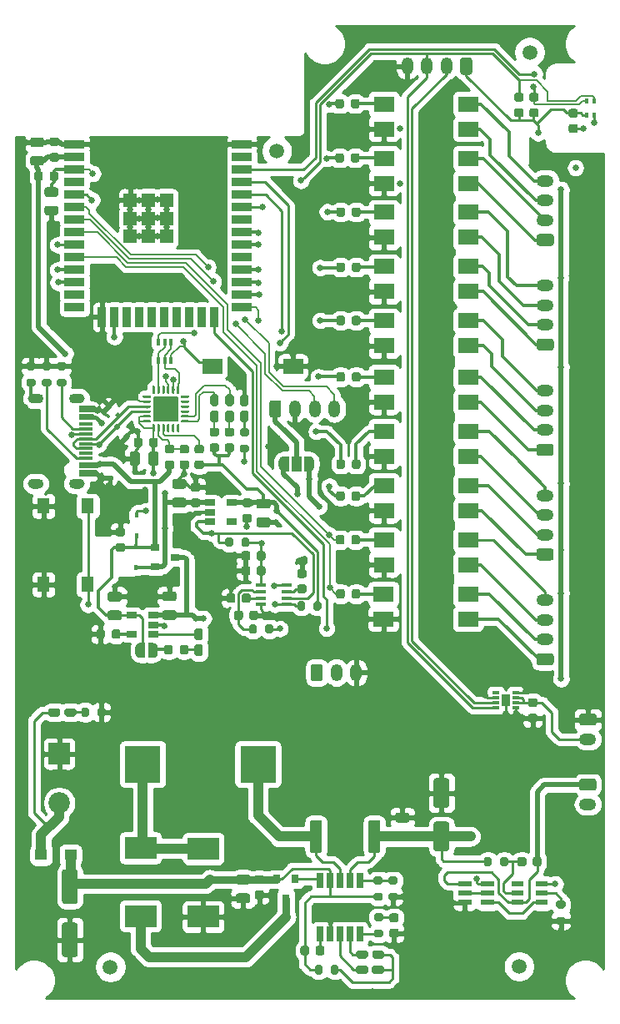
<source format=gbr>
G04 #@! TF.GenerationSoftware,KiCad,Pcbnew,(5.1.10)-1*
G04 #@! TF.CreationDate,2021-12-13T21:42:54+01:00*
G04 #@! TF.ProjectId,TestboardV2.3,54657374-626f-4617-9264-56322e332e6b,rev?*
G04 #@! TF.SameCoordinates,Original*
G04 #@! TF.FileFunction,Copper,L1,Top*
G04 #@! TF.FilePolarity,Positive*
%FSLAX46Y46*%
G04 Gerber Fmt 4.6, Leading zero omitted, Abs format (unit mm)*
G04 Created by KiCad (PCBNEW (5.1.10)-1) date 2021-12-13 21:42:54*
%MOMM*%
%LPD*%
G01*
G04 APERTURE LIST*
G04 #@! TA.AperFunction,SMDPad,CuDef*
%ADD10R,0.900000X1.300000*%
G04 #@! TD*
G04 #@! TA.AperFunction,SMDPad,CuDef*
%ADD11R,0.750000X0.300000*%
G04 #@! TD*
G04 #@! TA.AperFunction,SMDPad,CuDef*
%ADD12R,1.450000X0.300000*%
G04 #@! TD*
G04 #@! TA.AperFunction,ComponentPad*
%ADD13O,1.750000X1.200000*%
G04 #@! TD*
G04 #@! TA.AperFunction,SMDPad,CuDef*
%ADD14R,0.450000X0.600000*%
G04 #@! TD*
G04 #@! TA.AperFunction,SMDPad,CuDef*
%ADD15R,3.650000X3.750000*%
G04 #@! TD*
G04 #@! TA.AperFunction,ComponentPad*
%ADD16C,2.175000*%
G04 #@! TD*
G04 #@! TA.AperFunction,ComponentPad*
%ADD17R,2.175000X2.175000*%
G04 #@! TD*
G04 #@! TA.AperFunction,SMDPad,CuDef*
%ADD18R,1.400000X0.600000*%
G04 #@! TD*
G04 #@! TA.AperFunction,SMDPad,CuDef*
%ADD19R,1.000000X1.500000*%
G04 #@! TD*
G04 #@! TA.AperFunction,SMDPad,CuDef*
%ADD20C,0.100000*%
G04 #@! TD*
G04 #@! TA.AperFunction,SMDPad,CuDef*
%ADD21R,0.420000X0.550000*%
G04 #@! TD*
G04 #@! TA.AperFunction,SMDPad,CuDef*
%ADD22R,1.330000X1.330000*%
G04 #@! TD*
G04 #@! TA.AperFunction,SMDPad,CuDef*
%ADD23R,2.000000X0.900000*%
G04 #@! TD*
G04 #@! TA.AperFunction,SMDPad,CuDef*
%ADD24R,0.900000X2.000000*%
G04 #@! TD*
G04 #@! TA.AperFunction,SMDPad,CuDef*
%ADD25R,0.400000X0.650000*%
G04 #@! TD*
G04 #@! TA.AperFunction,SMDPad,CuDef*
%ADD26R,2.100000X1.550000*%
G04 #@! TD*
G04 #@! TA.AperFunction,SMDPad,CuDef*
%ADD27C,1.500000*%
G04 #@! TD*
G04 #@! TA.AperFunction,SMDPad,CuDef*
%ADD28R,2.000000X1.500000*%
G04 #@! TD*
G04 #@! TA.AperFunction,SMDPad,CuDef*
%ADD29R,1.060000X0.650000*%
G04 #@! TD*
G04 #@! TA.AperFunction,SMDPad,CuDef*
%ADD30R,0.900000X0.800000*%
G04 #@! TD*
G04 #@! TA.AperFunction,SMDPad,CuDef*
%ADD31R,1.240000X1.120000*%
G04 #@! TD*
G04 #@! TA.AperFunction,SMDPad,CuDef*
%ADD32R,3.200000X2.250000*%
G04 #@! TD*
G04 #@! TA.AperFunction,SMDPad,CuDef*
%ADD33R,1.050000X0.450000*%
G04 #@! TD*
G04 #@! TA.AperFunction,SMDPad,CuDef*
%ADD34R,0.650000X1.525000*%
G04 #@! TD*
G04 #@! TA.AperFunction,SMDPad,CuDef*
%ADD35R,0.800000X0.900000*%
G04 #@! TD*
G04 #@! TA.AperFunction,SMDPad,CuDef*
%ADD36R,1.300000X1.550000*%
G04 #@! TD*
G04 #@! TA.AperFunction,SMDPad,CuDef*
%ADD37R,1.200000X0.600000*%
G04 #@! TD*
G04 #@! TA.AperFunction,ComponentPad*
%ADD38O,1.200000X1.750000*%
G04 #@! TD*
G04 #@! TA.AperFunction,SMDPad,CuDef*
%ADD39R,0.300000X0.500000*%
G04 #@! TD*
G04 #@! TA.AperFunction,ViaPad*
%ADD40C,0.650000*%
G04 #@! TD*
G04 #@! TA.AperFunction,ViaPad*
%ADD41C,0.800000*%
G04 #@! TD*
G04 #@! TA.AperFunction,Conductor*
%ADD42C,0.500000*%
G04 #@! TD*
G04 #@! TA.AperFunction,Conductor*
%ADD43C,0.300000*%
G04 #@! TD*
G04 #@! TA.AperFunction,Conductor*
%ADD44C,0.250000*%
G04 #@! TD*
G04 #@! TA.AperFunction,Conductor*
%ADD45C,0.200000*%
G04 #@! TD*
G04 #@! TA.AperFunction,Conductor*
%ADD46C,0.400000*%
G04 #@! TD*
G04 #@! TA.AperFunction,Conductor*
%ADD47C,1.000000*%
G04 #@! TD*
G04 #@! TA.AperFunction,Conductor*
%ADD48C,0.800000*%
G04 #@! TD*
G04 #@! TA.AperFunction,Conductor*
%ADD49C,0.254000*%
G04 #@! TD*
G04 #@! TA.AperFunction,Conductor*
%ADD50C,0.100000*%
G04 #@! TD*
G04 APERTURE END LIST*
G04 #@! TA.AperFunction,SMDPad,CuDef*
G36*
G01*
X120075000Y-122445000D02*
X120075000Y-121895000D01*
G75*
G02*
X120275000Y-121695000I200000J0D01*
G01*
X120675000Y-121695000D01*
G75*
G02*
X120875000Y-121895000I0J-200000D01*
G01*
X120875000Y-122445000D01*
G75*
G02*
X120675000Y-122645000I-200000J0D01*
G01*
X120275000Y-122645000D01*
G75*
G02*
X120075000Y-122445000I0J200000D01*
G01*
G37*
G04 #@! TD.AperFunction*
G04 #@! TA.AperFunction,SMDPad,CuDef*
G36*
G01*
X118425000Y-122445000D02*
X118425000Y-121895000D01*
G75*
G02*
X118625000Y-121695000I200000J0D01*
G01*
X119025000Y-121695000D01*
G75*
G02*
X119225000Y-121895000I0J-200000D01*
G01*
X119225000Y-122445000D01*
G75*
G02*
X119025000Y-122645000I-200000J0D01*
G01*
X118625000Y-122645000D01*
G75*
G02*
X118425000Y-122445000I0J200000D01*
G01*
G37*
G04 #@! TD.AperFunction*
D10*
X146910000Y-138200000D03*
D11*
X145910000Y-138950000D03*
X145910000Y-138450000D03*
X145910000Y-137950000D03*
X145910000Y-137450000D03*
X147910000Y-137450000D03*
X147910000Y-137950000D03*
X147910000Y-138450000D03*
X147910000Y-138950000D03*
G04 #@! TA.AperFunction,SMDPad,CuDef*
G36*
G01*
X120085000Y-110635000D02*
X120635000Y-110635000D01*
G75*
G02*
X120835000Y-110835000I0J-200000D01*
G01*
X120835000Y-111235000D01*
G75*
G02*
X120635000Y-111435000I-200000J0D01*
G01*
X120085000Y-111435000D01*
G75*
G02*
X119885000Y-111235000I0J200000D01*
G01*
X119885000Y-110835000D01*
G75*
G02*
X120085000Y-110635000I200000J0D01*
G01*
G37*
G04 #@! TD.AperFunction*
G04 #@! TA.AperFunction,SMDPad,CuDef*
G36*
G01*
X120085000Y-112285000D02*
X120635000Y-112285000D01*
G75*
G02*
X120835000Y-112485000I0J-200000D01*
G01*
X120835000Y-112885000D01*
G75*
G02*
X120635000Y-113085000I-200000J0D01*
G01*
X120085000Y-113085000D01*
G75*
G02*
X119885000Y-112885000I0J200000D01*
G01*
X119885000Y-112485000D01*
G75*
G02*
X120085000Y-112285000I200000J0D01*
G01*
G37*
G04 #@! TD.AperFunction*
G04 #@! TA.AperFunction,SMDPad,CuDef*
G36*
G01*
X120147500Y-108780000D02*
X120572500Y-108780000D01*
G75*
G02*
X120785000Y-108992500I0J-212500D01*
G01*
X120785000Y-109792500D01*
G75*
G02*
X120572500Y-110005000I-212500J0D01*
G01*
X120147500Y-110005000D01*
G75*
G02*
X119935000Y-109792500I0J212500D01*
G01*
X119935000Y-108992500D01*
G75*
G02*
X120147500Y-108780000I212500J0D01*
G01*
G37*
G04 #@! TD.AperFunction*
G04 #@! TA.AperFunction,SMDPad,CuDef*
G36*
G01*
X120147500Y-107155000D02*
X120572500Y-107155000D01*
G75*
G02*
X120785000Y-107367500I0J-212500D01*
G01*
X120785000Y-108167500D01*
G75*
G02*
X120572500Y-108380000I-212500J0D01*
G01*
X120147500Y-108380000D01*
G75*
G02*
X119935000Y-108167500I0J212500D01*
G01*
X119935000Y-107367500D01*
G75*
G02*
X120147500Y-107155000I212500J0D01*
G01*
G37*
G04 #@! TD.AperFunction*
G04 #@! TA.AperFunction,SMDPad,CuDef*
G36*
G01*
X105445000Y-139695000D02*
X105445000Y-139145000D01*
G75*
G02*
X105645000Y-138945000I200000J0D01*
G01*
X106045000Y-138945000D01*
G75*
G02*
X106245000Y-139145000I0J-200000D01*
G01*
X106245000Y-139695000D01*
G75*
G02*
X106045000Y-139895000I-200000J0D01*
G01*
X105645000Y-139895000D01*
G75*
G02*
X105445000Y-139695000I0J200000D01*
G01*
G37*
G04 #@! TD.AperFunction*
G04 #@! TA.AperFunction,SMDPad,CuDef*
G36*
G01*
X103795000Y-139695000D02*
X103795000Y-139145000D01*
G75*
G02*
X103995000Y-138945000I200000J0D01*
G01*
X104395000Y-138945000D01*
G75*
G02*
X104595000Y-139145000I0J-200000D01*
G01*
X104595000Y-139695000D01*
G75*
G02*
X104395000Y-139895000I-200000J0D01*
G01*
X103995000Y-139895000D01*
G75*
G02*
X103795000Y-139695000I0J200000D01*
G01*
G37*
G04 #@! TD.AperFunction*
G04 #@! TA.AperFunction,SMDPad,CuDef*
G36*
G01*
X102060000Y-139642500D02*
X102060000Y-139217500D01*
G75*
G02*
X102272500Y-139005000I212500J0D01*
G01*
X103072500Y-139005000D01*
G75*
G02*
X103285000Y-139217500I0J-212500D01*
G01*
X103285000Y-139642500D01*
G75*
G02*
X103072500Y-139855000I-212500J0D01*
G01*
X102272500Y-139855000D01*
G75*
G02*
X102060000Y-139642500I0J212500D01*
G01*
G37*
G04 #@! TD.AperFunction*
G04 #@! TA.AperFunction,SMDPad,CuDef*
G36*
G01*
X100435000Y-139642500D02*
X100435000Y-139217500D01*
G75*
G02*
X100647500Y-139005000I212500J0D01*
G01*
X101447500Y-139005000D01*
G75*
G02*
X101660000Y-139217500I0J-212500D01*
G01*
X101660000Y-139642500D01*
G75*
G02*
X101447500Y-139855000I-212500J0D01*
G01*
X100647500Y-139855000D01*
G75*
G02*
X100435000Y-139642500I0J212500D01*
G01*
G37*
G04 #@! TD.AperFunction*
G04 #@! TA.AperFunction,SMDPad,CuDef*
G36*
G01*
X119745000Y-157790000D02*
X120695000Y-157790000D01*
G75*
G02*
X120945000Y-158040000I0J-250000D01*
G01*
X120945000Y-158540000D01*
G75*
G02*
X120695000Y-158790000I-250000J0D01*
G01*
X119745000Y-158790000D01*
G75*
G02*
X119495000Y-158540000I0J250000D01*
G01*
X119495000Y-158040000D01*
G75*
G02*
X119745000Y-157790000I250000J0D01*
G01*
G37*
G04 #@! TD.AperFunction*
G04 #@! TA.AperFunction,SMDPad,CuDef*
G36*
G01*
X119745000Y-155890000D02*
X120695000Y-155890000D01*
G75*
G02*
X120945000Y-156140000I0J-250000D01*
G01*
X120945000Y-156640000D01*
G75*
G02*
X120695000Y-156890000I-250000J0D01*
G01*
X119745000Y-156890000D01*
G75*
G02*
X119495000Y-156640000I0J250000D01*
G01*
X119495000Y-156140000D01*
G75*
G02*
X119745000Y-155890000I250000J0D01*
G01*
G37*
G04 #@! TD.AperFunction*
G04 #@! TA.AperFunction,SMDPad,CuDef*
G36*
G01*
X113225000Y-128160000D02*
X112275000Y-128160000D01*
G75*
G02*
X112025000Y-127910000I0J250000D01*
G01*
X112025000Y-127410000D01*
G75*
G02*
X112275000Y-127160000I250000J0D01*
G01*
X113225000Y-127160000D01*
G75*
G02*
X113475000Y-127410000I0J-250000D01*
G01*
X113475000Y-127910000D01*
G75*
G02*
X113225000Y-128160000I-250000J0D01*
G01*
G37*
G04 #@! TD.AperFunction*
G04 #@! TA.AperFunction,SMDPad,CuDef*
G36*
G01*
X113225000Y-130060000D02*
X112275000Y-130060000D01*
G75*
G02*
X112025000Y-129810000I0J250000D01*
G01*
X112025000Y-129310000D01*
G75*
G02*
X112275000Y-129060000I250000J0D01*
G01*
X113225000Y-129060000D01*
G75*
G02*
X113475000Y-129310000I0J-250000D01*
G01*
X113475000Y-129810000D01*
G75*
G02*
X113225000Y-130060000I-250000J0D01*
G01*
G37*
G04 #@! TD.AperFunction*
G04 #@! TA.AperFunction,SMDPad,CuDef*
G36*
G01*
X107655000Y-128190000D02*
X106705000Y-128190000D01*
G75*
G02*
X106455000Y-127940000I0J250000D01*
G01*
X106455000Y-127440000D01*
G75*
G02*
X106705000Y-127190000I250000J0D01*
G01*
X107655000Y-127190000D01*
G75*
G02*
X107905000Y-127440000I0J-250000D01*
G01*
X107905000Y-127940000D01*
G75*
G02*
X107655000Y-128190000I-250000J0D01*
G01*
G37*
G04 #@! TD.AperFunction*
G04 #@! TA.AperFunction,SMDPad,CuDef*
G36*
G01*
X107655000Y-130090000D02*
X106705000Y-130090000D01*
G75*
G02*
X106455000Y-129840000I0J250000D01*
G01*
X106455000Y-129340000D01*
G75*
G02*
X106705000Y-129090000I250000J0D01*
G01*
X107655000Y-129090000D01*
G75*
G02*
X107905000Y-129340000I0J-250000D01*
G01*
X107905000Y-129840000D01*
G75*
G02*
X107655000Y-130090000I-250000J0D01*
G01*
G37*
G04 #@! TD.AperFunction*
G04 #@! TA.AperFunction,SMDPad,CuDef*
G36*
G01*
X109730000Y-113215000D02*
X109730000Y-114165000D01*
G75*
G02*
X109480000Y-114415000I-250000J0D01*
G01*
X108980000Y-114415000D01*
G75*
G02*
X108730000Y-114165000I0J250000D01*
G01*
X108730000Y-113215000D01*
G75*
G02*
X108980000Y-112965000I250000J0D01*
G01*
X109480000Y-112965000D01*
G75*
G02*
X109730000Y-113215000I0J-250000D01*
G01*
G37*
G04 #@! TD.AperFunction*
G04 #@! TA.AperFunction,SMDPad,CuDef*
G36*
G01*
X111630000Y-113215000D02*
X111630000Y-114165000D01*
G75*
G02*
X111380000Y-114415000I-250000J0D01*
G01*
X110880000Y-114415000D01*
G75*
G02*
X110630000Y-114165000I0J250000D01*
G01*
X110630000Y-113215000D01*
G75*
G02*
X110880000Y-112965000I250000J0D01*
G01*
X111380000Y-112965000D01*
G75*
G02*
X111630000Y-113215000I0J-250000D01*
G01*
G37*
G04 #@! TD.AperFunction*
D12*
X104260000Y-111170000D03*
X104260000Y-111670000D03*
X104260000Y-112170000D03*
X104260000Y-112670000D03*
X104260000Y-113170000D03*
X104260000Y-114220000D03*
X104260000Y-115020000D03*
X104260000Y-115320000D03*
X104260000Y-114520000D03*
X104260000Y-113670000D03*
X104260000Y-110670000D03*
X104260000Y-109620000D03*
X104260000Y-108820000D03*
G04 #@! TA.AperFunction,ComponentPad*
G36*
G01*
X103040000Y-107100000D02*
X103640000Y-107100000D01*
G75*
G02*
X104140000Y-107600000I0J-500000D01*
G01*
X104140000Y-107600000D01*
G75*
G02*
X103640000Y-108100000I-500000J0D01*
G01*
X103040000Y-108100000D01*
G75*
G02*
X102540000Y-107600000I0J500000D01*
G01*
X102540000Y-107600000D01*
G75*
G02*
X103040000Y-107100000I500000J0D01*
G01*
G37*
G04 #@! TD.AperFunction*
G04 #@! TA.AperFunction,ComponentPad*
G36*
G01*
X103040000Y-115740000D02*
X103640000Y-115740000D01*
G75*
G02*
X104140000Y-116240000I0J-500000D01*
G01*
X104140000Y-116240000D01*
G75*
G02*
X103640000Y-116740000I-500000J0D01*
G01*
X103040000Y-116740000D01*
G75*
G02*
X102540000Y-116240000I0J500000D01*
G01*
X102540000Y-116240000D01*
G75*
G02*
X103040000Y-115740000I500000J0D01*
G01*
G37*
G04 #@! TD.AperFunction*
G04 #@! TA.AperFunction,ComponentPad*
G36*
G01*
X98860000Y-115740000D02*
X99460000Y-115740000D01*
G75*
G02*
X99960000Y-116240000I0J-500000D01*
G01*
X99960000Y-116240000D01*
G75*
G02*
X99460000Y-116740000I-500000J0D01*
G01*
X98860000Y-116740000D01*
G75*
G02*
X98360000Y-116240000I0J500000D01*
G01*
X98360000Y-116240000D01*
G75*
G02*
X98860000Y-115740000I500000J0D01*
G01*
G37*
G04 #@! TD.AperFunction*
G04 #@! TA.AperFunction,ComponentPad*
G36*
G01*
X98860000Y-107100000D02*
X99460000Y-107100000D01*
G75*
G02*
X99960000Y-107600000I0J-500000D01*
G01*
X99960000Y-107600000D01*
G75*
G02*
X99460000Y-108100000I-500000J0D01*
G01*
X98860000Y-108100000D01*
G75*
G02*
X98360000Y-107600000I0J500000D01*
G01*
X98360000Y-107600000D01*
G75*
G02*
X98860000Y-107100000I500000J0D01*
G01*
G37*
G04 #@! TD.AperFunction*
X104260000Y-110170000D03*
X104260000Y-109320000D03*
X104260000Y-108520000D03*
D13*
X155260000Y-142170000D03*
G04 #@! TA.AperFunction,ComponentPad*
G36*
G01*
X154634999Y-139570000D02*
X155885001Y-139570000D01*
G75*
G02*
X156135000Y-139819999I0J-249999D01*
G01*
X156135000Y-140520001D01*
G75*
G02*
X155885001Y-140770000I-249999J0D01*
G01*
X154634999Y-140770000D01*
G75*
G02*
X154385000Y-140520001I0J249999D01*
G01*
X154385000Y-139819999D01*
G75*
G02*
X154634999Y-139570000I249999J0D01*
G01*
G37*
G04 #@! TD.AperFunction*
G04 #@! TA.AperFunction,ComponentPad*
G36*
G01*
X151545400Y-134650000D02*
X150294600Y-134650000D01*
G75*
G02*
X150045000Y-134400400I0J249600D01*
G01*
X150045000Y-133699600D01*
G75*
G02*
X150294600Y-133450000I249600J0D01*
G01*
X151545400Y-133450000D01*
G75*
G02*
X151795000Y-133699600I0J-249600D01*
G01*
X151795000Y-134400400D01*
G75*
G02*
X151545400Y-134650000I-249600J0D01*
G01*
G37*
G04 #@! TD.AperFunction*
X150920000Y-132050000D03*
X150920000Y-130050000D03*
X150920000Y-128050000D03*
X150910000Y-117420000D03*
X150910000Y-119420000D03*
X150910000Y-121420000D03*
G04 #@! TA.AperFunction,ComponentPad*
G36*
G01*
X151535400Y-124020000D02*
X150284600Y-124020000D01*
G75*
G02*
X150035000Y-123770400I0J249600D01*
G01*
X150035000Y-123069600D01*
G75*
G02*
X150284600Y-122820000I249600J0D01*
G01*
X151535400Y-122820000D01*
G75*
G02*
X151785000Y-123069600I0J-249600D01*
G01*
X151785000Y-123770400D01*
G75*
G02*
X151535400Y-124020000I-249600J0D01*
G01*
G37*
G04 #@! TD.AperFunction*
X150910000Y-106810000D03*
X150910000Y-108810000D03*
X150910000Y-110810000D03*
G04 #@! TA.AperFunction,ComponentPad*
G36*
G01*
X151535400Y-113410000D02*
X150284600Y-113410000D01*
G75*
G02*
X150035000Y-113160400I0J249600D01*
G01*
X150035000Y-112459600D01*
G75*
G02*
X150284600Y-112210000I249600J0D01*
G01*
X151535400Y-112210000D01*
G75*
G02*
X151785000Y-112459600I0J-249600D01*
G01*
X151785000Y-113160400D01*
G75*
G02*
X151535400Y-113410000I-249600J0D01*
G01*
G37*
G04 #@! TD.AperFunction*
X150930000Y-96130000D03*
X150930000Y-98130000D03*
X150930000Y-100130000D03*
G04 #@! TA.AperFunction,ComponentPad*
G36*
G01*
X151555400Y-102730000D02*
X150304600Y-102730000D01*
G75*
G02*
X150055000Y-102480400I0J249600D01*
G01*
X150055000Y-101779600D01*
G75*
G02*
X150304600Y-101530000I249600J0D01*
G01*
X151555400Y-101530000D01*
G75*
G02*
X151805000Y-101779600I0J-249600D01*
G01*
X151805000Y-102480400D01*
G75*
G02*
X151555400Y-102730000I-249600J0D01*
G01*
G37*
G04 #@! TD.AperFunction*
X150940000Y-85510000D03*
X150940000Y-87510000D03*
X150940000Y-89510000D03*
G04 #@! TA.AperFunction,ComponentPad*
G36*
G01*
X151565400Y-92110000D02*
X150314600Y-92110000D01*
G75*
G02*
X150065000Y-91860400I0J249600D01*
G01*
X150065000Y-91159600D01*
G75*
G02*
X150314600Y-90910000I249600J0D01*
G01*
X151565400Y-90910000D01*
G75*
G02*
X151815000Y-91159600I0J-249600D01*
G01*
X151815000Y-91860400D01*
G75*
G02*
X151565400Y-92110000I-249600J0D01*
G01*
G37*
G04 #@! TD.AperFunction*
D14*
X109380000Y-121540000D03*
X109380000Y-119440000D03*
G04 #@! TA.AperFunction,SMDPad,CuDef*
G36*
G01*
X132950000Y-153455001D02*
X132950000Y-150604999D01*
G75*
G02*
X133199999Y-150355000I249999J0D01*
G01*
X133925001Y-150355000D01*
G75*
G02*
X134175000Y-150604999I0J-249999D01*
G01*
X134175000Y-153455001D01*
G75*
G02*
X133925001Y-153705000I-249999J0D01*
G01*
X133199999Y-153705000D01*
G75*
G02*
X132950000Y-153455001I0J249999D01*
G01*
G37*
G04 #@! TD.AperFunction*
G04 #@! TA.AperFunction,SMDPad,CuDef*
G36*
G01*
X127025000Y-153455001D02*
X127025000Y-150604999D01*
G75*
G02*
X127274999Y-150355000I249999J0D01*
G01*
X128000001Y-150355000D01*
G75*
G02*
X128250000Y-150604999I0J-249999D01*
G01*
X128250000Y-153455001D01*
G75*
G02*
X128000001Y-153705000I-249999J0D01*
G01*
X127274999Y-153705000D01*
G75*
G02*
X127025000Y-153455001I0J249999D01*
G01*
G37*
G04 #@! TD.AperFunction*
G04 #@! TA.AperFunction,SMDPad,CuDef*
G36*
G01*
X134235000Y-156885000D02*
X133685000Y-156885000D01*
G75*
G02*
X133485000Y-156685000I0J200000D01*
G01*
X133485000Y-156285000D01*
G75*
G02*
X133685000Y-156085000I200000J0D01*
G01*
X134235000Y-156085000D01*
G75*
G02*
X134435000Y-156285000I0J-200000D01*
G01*
X134435000Y-156685000D01*
G75*
G02*
X134235000Y-156885000I-200000J0D01*
G01*
G37*
G04 #@! TD.AperFunction*
G04 #@! TA.AperFunction,SMDPad,CuDef*
G36*
G01*
X134235000Y-158535000D02*
X133685000Y-158535000D01*
G75*
G02*
X133485000Y-158335000I0J200000D01*
G01*
X133485000Y-157935000D01*
G75*
G02*
X133685000Y-157735000I200000J0D01*
G01*
X134235000Y-157735000D01*
G75*
G02*
X134435000Y-157935000I0J-200000D01*
G01*
X134435000Y-158335000D01*
G75*
G02*
X134235000Y-158535000I-200000J0D01*
G01*
G37*
G04 #@! TD.AperFunction*
G04 #@! TA.AperFunction,SMDPad,CuDef*
G36*
G01*
X140930000Y-149110000D02*
X139830000Y-149110000D01*
G75*
G02*
X139580000Y-148860000I0J250000D01*
G01*
X139580000Y-146360000D01*
G75*
G02*
X139830000Y-146110000I250000J0D01*
G01*
X140930000Y-146110000D01*
G75*
G02*
X141180000Y-146360000I0J-250000D01*
G01*
X141180000Y-148860000D01*
G75*
G02*
X140930000Y-149110000I-250000J0D01*
G01*
G37*
G04 #@! TD.AperFunction*
G04 #@! TA.AperFunction,SMDPad,CuDef*
G36*
G01*
X140930000Y-153510000D02*
X139830000Y-153510000D01*
G75*
G02*
X139580000Y-153260000I0J250000D01*
G01*
X139580000Y-150760000D01*
G75*
G02*
X139830000Y-150510000I250000J0D01*
G01*
X140930000Y-150510000D01*
G75*
G02*
X141180000Y-150760000I0J-250000D01*
G01*
X141180000Y-153260000D01*
G75*
G02*
X140930000Y-153510000I-250000J0D01*
G01*
G37*
G04 #@! TD.AperFunction*
D15*
X121740000Y-144690000D03*
X110040000Y-144690000D03*
D16*
X101550000Y-148630000D03*
D17*
X101550000Y-143630000D03*
D18*
X145060000Y-158730000D03*
X145060000Y-157780000D03*
X145060000Y-156830000D03*
X142760000Y-158730000D03*
X142760000Y-157780000D03*
X142760000Y-156830000D03*
D19*
X125650000Y-114210000D03*
G04 #@! TA.AperFunction,SMDPad,CuDef*
D20*
G36*
X124350000Y-114959398D02*
G01*
X124325466Y-114959398D01*
X124276635Y-114954588D01*
X124228510Y-114945016D01*
X124181555Y-114930772D01*
X124136222Y-114911995D01*
X124092949Y-114888864D01*
X124052150Y-114861604D01*
X124014221Y-114830476D01*
X123979524Y-114795779D01*
X123948396Y-114757850D01*
X123921136Y-114717051D01*
X123898005Y-114673778D01*
X123879228Y-114628445D01*
X123864984Y-114581490D01*
X123855412Y-114533365D01*
X123850602Y-114484534D01*
X123850602Y-114460000D01*
X123850000Y-114460000D01*
X123850000Y-113960000D01*
X123850602Y-113960000D01*
X123850602Y-113935466D01*
X123855412Y-113886635D01*
X123864984Y-113838510D01*
X123879228Y-113791555D01*
X123898005Y-113746222D01*
X123921136Y-113702949D01*
X123948396Y-113662150D01*
X123979524Y-113624221D01*
X124014221Y-113589524D01*
X124052150Y-113558396D01*
X124092949Y-113531136D01*
X124136222Y-113508005D01*
X124181555Y-113489228D01*
X124228510Y-113474984D01*
X124276635Y-113465412D01*
X124325466Y-113460602D01*
X124350000Y-113460602D01*
X124350000Y-113460000D01*
X124900000Y-113460000D01*
X124900000Y-114960000D01*
X124350000Y-114960000D01*
X124350000Y-114959398D01*
G37*
G04 #@! TD.AperFunction*
G04 #@! TA.AperFunction,SMDPad,CuDef*
G36*
X126400000Y-113460000D02*
G01*
X126950000Y-113460000D01*
X126950000Y-113460602D01*
X126974534Y-113460602D01*
X127023365Y-113465412D01*
X127071490Y-113474984D01*
X127118445Y-113489228D01*
X127163778Y-113508005D01*
X127207051Y-113531136D01*
X127247850Y-113558396D01*
X127285779Y-113589524D01*
X127320476Y-113624221D01*
X127351604Y-113662150D01*
X127378864Y-113702949D01*
X127401995Y-113746222D01*
X127420772Y-113791555D01*
X127435016Y-113838510D01*
X127444588Y-113886635D01*
X127449398Y-113935466D01*
X127449398Y-113960000D01*
X127450000Y-113960000D01*
X127450000Y-114460000D01*
X127449398Y-114460000D01*
X127449398Y-114484534D01*
X127444588Y-114533365D01*
X127435016Y-114581490D01*
X127420772Y-114628445D01*
X127401995Y-114673778D01*
X127378864Y-114717051D01*
X127351604Y-114757850D01*
X127320476Y-114795779D01*
X127285779Y-114830476D01*
X127247850Y-114861604D01*
X127207051Y-114888864D01*
X127163778Y-114911995D01*
X127118445Y-114930772D01*
X127071490Y-114945016D01*
X127023365Y-114954588D01*
X126974534Y-114959398D01*
X126950000Y-114959398D01*
X126950000Y-114960000D01*
X126400000Y-114960000D01*
X126400000Y-113460000D01*
G37*
G04 #@! TD.AperFunction*
G04 #@! TA.AperFunction,SMDPad,CuDef*
G36*
G01*
X118647500Y-108790000D02*
X119072500Y-108790000D01*
G75*
G02*
X119285000Y-109002500I0J-212500D01*
G01*
X119285000Y-109802500D01*
G75*
G02*
X119072500Y-110015000I-212500J0D01*
G01*
X118647500Y-110015000D01*
G75*
G02*
X118435000Y-109802500I0J212500D01*
G01*
X118435000Y-109002500D01*
G75*
G02*
X118647500Y-108790000I212500J0D01*
G01*
G37*
G04 #@! TD.AperFunction*
G04 #@! TA.AperFunction,SMDPad,CuDef*
G36*
G01*
X118647500Y-107165000D02*
X119072500Y-107165000D01*
G75*
G02*
X119285000Y-107377500I0J-212500D01*
G01*
X119285000Y-108177500D01*
G75*
G02*
X119072500Y-108390000I-212500J0D01*
G01*
X118647500Y-108390000D01*
G75*
G02*
X118435000Y-108177500I0J212500D01*
G01*
X118435000Y-107377500D01*
G75*
G02*
X118647500Y-107165000I212500J0D01*
G01*
G37*
G04 #@! TD.AperFunction*
G04 #@! TA.AperFunction,SMDPad,CuDef*
G36*
G01*
X117117500Y-107165000D02*
X117542500Y-107165000D01*
G75*
G02*
X117755000Y-107377500I0J-212500D01*
G01*
X117755000Y-108177500D01*
G75*
G02*
X117542500Y-108390000I-212500J0D01*
G01*
X117117500Y-108390000D01*
G75*
G02*
X116905000Y-108177500I0J212500D01*
G01*
X116905000Y-107377500D01*
G75*
G02*
X117117500Y-107165000I212500J0D01*
G01*
G37*
G04 #@! TD.AperFunction*
G04 #@! TA.AperFunction,SMDPad,CuDef*
G36*
G01*
X117117500Y-108790000D02*
X117542500Y-108790000D01*
G75*
G02*
X117755000Y-109002500I0J-212500D01*
G01*
X117755000Y-109802500D01*
G75*
G02*
X117542500Y-110015000I-212500J0D01*
G01*
X117117500Y-110015000D01*
G75*
G02*
X116905000Y-109802500I0J212500D01*
G01*
X116905000Y-109002500D01*
G75*
G02*
X117117500Y-108790000I212500J0D01*
G01*
G37*
G04 #@! TD.AperFunction*
G04 #@! TA.AperFunction,SMDPad,CuDef*
G36*
G01*
X115507500Y-132520000D02*
X115932500Y-132520000D01*
G75*
G02*
X116145000Y-132732500I0J-212500D01*
G01*
X116145000Y-133532500D01*
G75*
G02*
X115932500Y-133745000I-212500J0D01*
G01*
X115507500Y-133745000D01*
G75*
G02*
X115295000Y-133532500I0J212500D01*
G01*
X115295000Y-132732500D01*
G75*
G02*
X115507500Y-132520000I212500J0D01*
G01*
G37*
G04 #@! TD.AperFunction*
G04 #@! TA.AperFunction,SMDPad,CuDef*
G36*
G01*
X115507500Y-130895000D02*
X115932500Y-130895000D01*
G75*
G02*
X116145000Y-131107500I0J-212500D01*
G01*
X116145000Y-131907500D01*
G75*
G02*
X115932500Y-132120000I-212500J0D01*
G01*
X115507500Y-132120000D01*
G75*
G02*
X115295000Y-131907500I0J212500D01*
G01*
X115295000Y-131107500D01*
G75*
G02*
X115507500Y-130895000I212500J0D01*
G01*
G37*
G04 #@! TD.AperFunction*
G04 #@! TA.AperFunction,SMDPad,CuDef*
G36*
G01*
X118593750Y-112140000D02*
X119106250Y-112140000D01*
G75*
G02*
X119325000Y-112358750I0J-218750D01*
G01*
X119325000Y-112796250D01*
G75*
G02*
X119106250Y-113015000I-218750J0D01*
G01*
X118593750Y-113015000D01*
G75*
G02*
X118375000Y-112796250I0J218750D01*
G01*
X118375000Y-112358750D01*
G75*
G02*
X118593750Y-112140000I218750J0D01*
G01*
G37*
G04 #@! TD.AperFunction*
G04 #@! TA.AperFunction,SMDPad,CuDef*
G36*
G01*
X118593750Y-110565000D02*
X119106250Y-110565000D01*
G75*
G02*
X119325000Y-110783750I0J-218750D01*
G01*
X119325000Y-111221250D01*
G75*
G02*
X119106250Y-111440000I-218750J0D01*
G01*
X118593750Y-111440000D01*
G75*
G02*
X118375000Y-111221250I0J218750D01*
G01*
X118375000Y-110783750D01*
G75*
G02*
X118593750Y-110565000I218750J0D01*
G01*
G37*
G04 #@! TD.AperFunction*
G04 #@! TA.AperFunction,SMDPad,CuDef*
G36*
G01*
X117063750Y-112140000D02*
X117576250Y-112140000D01*
G75*
G02*
X117795000Y-112358750I0J-218750D01*
G01*
X117795000Y-112796250D01*
G75*
G02*
X117576250Y-113015000I-218750J0D01*
G01*
X117063750Y-113015000D01*
G75*
G02*
X116845000Y-112796250I0J218750D01*
G01*
X116845000Y-112358750D01*
G75*
G02*
X117063750Y-112140000I218750J0D01*
G01*
G37*
G04 #@! TD.AperFunction*
G04 #@! TA.AperFunction,SMDPad,CuDef*
G36*
G01*
X117063750Y-110565000D02*
X117576250Y-110565000D01*
G75*
G02*
X117795000Y-110783750I0J-218750D01*
G01*
X117795000Y-111221250D01*
G75*
G02*
X117576250Y-111440000I-218750J0D01*
G01*
X117063750Y-111440000D01*
G75*
G02*
X116845000Y-111221250I0J218750D01*
G01*
X116845000Y-110783750D01*
G75*
G02*
X117063750Y-110565000I218750J0D01*
G01*
G37*
G04 #@! TD.AperFunction*
G04 #@! TA.AperFunction,SMDPad,CuDef*
G36*
G01*
X100303750Y-88040000D02*
X101216250Y-88040000D01*
G75*
G02*
X101460000Y-88283750I0J-243750D01*
G01*
X101460000Y-88771250D01*
G75*
G02*
X101216250Y-89015000I-243750J0D01*
G01*
X100303750Y-89015000D01*
G75*
G02*
X100060000Y-88771250I0J243750D01*
G01*
X100060000Y-88283750D01*
G75*
G02*
X100303750Y-88040000I243750J0D01*
G01*
G37*
G04 #@! TD.AperFunction*
G04 #@! TA.AperFunction,SMDPad,CuDef*
G36*
G01*
X100303750Y-86165000D02*
X101216250Y-86165000D01*
G75*
G02*
X101460000Y-86408750I0J-243750D01*
G01*
X101460000Y-86896250D01*
G75*
G02*
X101216250Y-87140000I-243750J0D01*
G01*
X100303750Y-87140000D01*
G75*
G02*
X100060000Y-86896250I0J243750D01*
G01*
X100060000Y-86408750D01*
G75*
G02*
X100303750Y-86165000I243750J0D01*
G01*
G37*
G04 #@! TD.AperFunction*
G04 #@! TA.AperFunction,SMDPad,CuDef*
G36*
G01*
X99756250Y-82090000D02*
X98843750Y-82090000D01*
G75*
G02*
X98600000Y-81846250I0J243750D01*
G01*
X98600000Y-81358750D01*
G75*
G02*
X98843750Y-81115000I243750J0D01*
G01*
X99756250Y-81115000D01*
G75*
G02*
X100000000Y-81358750I0J-243750D01*
G01*
X100000000Y-81846250D01*
G75*
G02*
X99756250Y-82090000I-243750J0D01*
G01*
G37*
G04 #@! TD.AperFunction*
G04 #@! TA.AperFunction,SMDPad,CuDef*
G36*
G01*
X99756250Y-83965000D02*
X98843750Y-83965000D01*
G75*
G02*
X98600000Y-83721250I0J243750D01*
G01*
X98600000Y-83233750D01*
G75*
G02*
X98843750Y-82990000I243750J0D01*
G01*
X99756250Y-82990000D01*
G75*
G02*
X100000000Y-83233750I0J-243750D01*
G01*
X100000000Y-83721250D01*
G75*
G02*
X99756250Y-83965000I-243750J0D01*
G01*
G37*
G04 #@! TD.AperFunction*
G04 #@! TA.AperFunction,SMDPad,CuDef*
G36*
X107470987Y-110787972D02*
G01*
X107082078Y-110399063D01*
X107379063Y-110102078D01*
X107767972Y-110490987D01*
X107470987Y-110787972D01*
G37*
G04 #@! TD.AperFunction*
G04 #@! TA.AperFunction,SMDPad,CuDef*
G36*
X108460937Y-111777922D02*
G01*
X108072028Y-111389013D01*
X108369013Y-111092028D01*
X108757922Y-111480937D01*
X108460937Y-111777922D01*
G37*
G04 #@! TD.AperFunction*
G04 #@! TA.AperFunction,SMDPad,CuDef*
G36*
X106519063Y-107982078D02*
G01*
X106907972Y-108370987D01*
X106610987Y-108667972D01*
X106222078Y-108279063D01*
X106519063Y-107982078D01*
G37*
G04 #@! TD.AperFunction*
G04 #@! TA.AperFunction,SMDPad,CuDef*
G36*
X107509013Y-108972028D02*
G01*
X107897922Y-109360937D01*
X107600937Y-109657922D01*
X107212028Y-109269013D01*
X107509013Y-108972028D01*
G37*
G04 #@! TD.AperFunction*
D21*
X106700000Y-115640000D03*
X106700000Y-114240000D03*
G04 #@! TA.AperFunction,SMDPad,CuDef*
D20*
G36*
X111070000Y-132390602D02*
G01*
X111094534Y-132390602D01*
X111143365Y-132395412D01*
X111191490Y-132404984D01*
X111238445Y-132419228D01*
X111283778Y-132438005D01*
X111327051Y-132461136D01*
X111367850Y-132488396D01*
X111405779Y-132519524D01*
X111440476Y-132554221D01*
X111471604Y-132592150D01*
X111498864Y-132632949D01*
X111521995Y-132676222D01*
X111540772Y-132721555D01*
X111555016Y-132768510D01*
X111564588Y-132816635D01*
X111569398Y-132865466D01*
X111569398Y-132890000D01*
X111570000Y-132890000D01*
X111570000Y-133390000D01*
X111569398Y-133390000D01*
X111569398Y-133414534D01*
X111564588Y-133463365D01*
X111555016Y-133511490D01*
X111540772Y-133558445D01*
X111521995Y-133603778D01*
X111498864Y-133647051D01*
X111471604Y-133687850D01*
X111440476Y-133725779D01*
X111405779Y-133760476D01*
X111367850Y-133791604D01*
X111327051Y-133818864D01*
X111283778Y-133841995D01*
X111238445Y-133860772D01*
X111191490Y-133875016D01*
X111143365Y-133884588D01*
X111094534Y-133889398D01*
X111070000Y-133889398D01*
X111070000Y-133890000D01*
X110570000Y-133890000D01*
X110570000Y-132390000D01*
X111070000Y-132390000D01*
X111070000Y-132390602D01*
G37*
G04 #@! TD.AperFunction*
G04 #@! TA.AperFunction,SMDPad,CuDef*
G36*
X110270000Y-133890000D02*
G01*
X109770000Y-133890000D01*
X109770000Y-133889398D01*
X109745466Y-133889398D01*
X109696635Y-133884588D01*
X109648510Y-133875016D01*
X109601555Y-133860772D01*
X109556222Y-133841995D01*
X109512949Y-133818864D01*
X109472150Y-133791604D01*
X109434221Y-133760476D01*
X109399524Y-133725779D01*
X109368396Y-133687850D01*
X109341136Y-133647051D01*
X109318005Y-133603778D01*
X109299228Y-133558445D01*
X109284984Y-133511490D01*
X109275412Y-133463365D01*
X109270602Y-133414534D01*
X109270602Y-133390000D01*
X109270000Y-133390000D01*
X109270000Y-132890000D01*
X109270602Y-132890000D01*
X109270602Y-132865466D01*
X109275412Y-132816635D01*
X109284984Y-132768510D01*
X109299228Y-132721555D01*
X109318005Y-132676222D01*
X109341136Y-132632949D01*
X109368396Y-132592150D01*
X109399524Y-132554221D01*
X109434221Y-132519524D01*
X109472150Y-132488396D01*
X109512949Y-132461136D01*
X109556222Y-132438005D01*
X109601555Y-132419228D01*
X109648510Y-132404984D01*
X109696635Y-132395412D01*
X109745466Y-132390602D01*
X109770000Y-132390602D01*
X109770000Y-132390000D01*
X110270000Y-132390000D01*
X110270000Y-133890000D01*
G37*
G04 #@! TD.AperFunction*
G04 #@! TA.AperFunction,SMDPad,CuDef*
G36*
G01*
X111080000Y-109710000D02*
X111080000Y-107610000D01*
G75*
G02*
X111330000Y-107360000I250000J0D01*
G01*
X113430000Y-107360000D01*
G75*
G02*
X113680000Y-107610000I0J-250000D01*
G01*
X113680000Y-109710000D01*
G75*
G02*
X113430000Y-109960000I-250000J0D01*
G01*
X111330000Y-109960000D01*
G75*
G02*
X111080000Y-109710000I0J250000D01*
G01*
G37*
G04 #@! TD.AperFunction*
G04 #@! TA.AperFunction,SMDPad,CuDef*
G36*
G01*
X110030000Y-107472500D02*
X110030000Y-107347500D01*
G75*
G02*
X110092500Y-107285000I62500J0D01*
G01*
X110792500Y-107285000D01*
G75*
G02*
X110855000Y-107347500I0J-62500D01*
G01*
X110855000Y-107472500D01*
G75*
G02*
X110792500Y-107535000I-62500J0D01*
G01*
X110092500Y-107535000D01*
G75*
G02*
X110030000Y-107472500I0J62500D01*
G01*
G37*
G04 #@! TD.AperFunction*
G04 #@! TA.AperFunction,SMDPad,CuDef*
G36*
G01*
X110030000Y-107972500D02*
X110030000Y-107847500D01*
G75*
G02*
X110092500Y-107785000I62500J0D01*
G01*
X110792500Y-107785000D01*
G75*
G02*
X110855000Y-107847500I0J-62500D01*
G01*
X110855000Y-107972500D01*
G75*
G02*
X110792500Y-108035000I-62500J0D01*
G01*
X110092500Y-108035000D01*
G75*
G02*
X110030000Y-107972500I0J62500D01*
G01*
G37*
G04 #@! TD.AperFunction*
G04 #@! TA.AperFunction,SMDPad,CuDef*
G36*
G01*
X110030000Y-108472500D02*
X110030000Y-108347500D01*
G75*
G02*
X110092500Y-108285000I62500J0D01*
G01*
X110792500Y-108285000D01*
G75*
G02*
X110855000Y-108347500I0J-62500D01*
G01*
X110855000Y-108472500D01*
G75*
G02*
X110792500Y-108535000I-62500J0D01*
G01*
X110092500Y-108535000D01*
G75*
G02*
X110030000Y-108472500I0J62500D01*
G01*
G37*
G04 #@! TD.AperFunction*
G04 #@! TA.AperFunction,SMDPad,CuDef*
G36*
G01*
X110030000Y-108972500D02*
X110030000Y-108847500D01*
G75*
G02*
X110092500Y-108785000I62500J0D01*
G01*
X110792500Y-108785000D01*
G75*
G02*
X110855000Y-108847500I0J-62500D01*
G01*
X110855000Y-108972500D01*
G75*
G02*
X110792500Y-109035000I-62500J0D01*
G01*
X110092500Y-109035000D01*
G75*
G02*
X110030000Y-108972500I0J62500D01*
G01*
G37*
G04 #@! TD.AperFunction*
G04 #@! TA.AperFunction,SMDPad,CuDef*
G36*
G01*
X110030000Y-109472500D02*
X110030000Y-109347500D01*
G75*
G02*
X110092500Y-109285000I62500J0D01*
G01*
X110792500Y-109285000D01*
G75*
G02*
X110855000Y-109347500I0J-62500D01*
G01*
X110855000Y-109472500D01*
G75*
G02*
X110792500Y-109535000I-62500J0D01*
G01*
X110092500Y-109535000D01*
G75*
G02*
X110030000Y-109472500I0J62500D01*
G01*
G37*
G04 #@! TD.AperFunction*
G04 #@! TA.AperFunction,SMDPad,CuDef*
G36*
G01*
X110030000Y-109972500D02*
X110030000Y-109847500D01*
G75*
G02*
X110092500Y-109785000I62500J0D01*
G01*
X110792500Y-109785000D01*
G75*
G02*
X110855000Y-109847500I0J-62500D01*
G01*
X110855000Y-109972500D01*
G75*
G02*
X110792500Y-110035000I-62500J0D01*
G01*
X110092500Y-110035000D01*
G75*
G02*
X110030000Y-109972500I0J62500D01*
G01*
G37*
G04 #@! TD.AperFunction*
G04 #@! TA.AperFunction,SMDPad,CuDef*
G36*
G01*
X111005000Y-110947500D02*
X111005000Y-110247500D01*
G75*
G02*
X111067500Y-110185000I62500J0D01*
G01*
X111192500Y-110185000D01*
G75*
G02*
X111255000Y-110247500I0J-62500D01*
G01*
X111255000Y-110947500D01*
G75*
G02*
X111192500Y-111010000I-62500J0D01*
G01*
X111067500Y-111010000D01*
G75*
G02*
X111005000Y-110947500I0J62500D01*
G01*
G37*
G04 #@! TD.AperFunction*
G04 #@! TA.AperFunction,SMDPad,CuDef*
G36*
G01*
X111505000Y-110947500D02*
X111505000Y-110247500D01*
G75*
G02*
X111567500Y-110185000I62500J0D01*
G01*
X111692500Y-110185000D01*
G75*
G02*
X111755000Y-110247500I0J-62500D01*
G01*
X111755000Y-110947500D01*
G75*
G02*
X111692500Y-111010000I-62500J0D01*
G01*
X111567500Y-111010000D01*
G75*
G02*
X111505000Y-110947500I0J62500D01*
G01*
G37*
G04 #@! TD.AperFunction*
G04 #@! TA.AperFunction,SMDPad,CuDef*
G36*
G01*
X112005000Y-110947500D02*
X112005000Y-110247500D01*
G75*
G02*
X112067500Y-110185000I62500J0D01*
G01*
X112192500Y-110185000D01*
G75*
G02*
X112255000Y-110247500I0J-62500D01*
G01*
X112255000Y-110947500D01*
G75*
G02*
X112192500Y-111010000I-62500J0D01*
G01*
X112067500Y-111010000D01*
G75*
G02*
X112005000Y-110947500I0J62500D01*
G01*
G37*
G04 #@! TD.AperFunction*
G04 #@! TA.AperFunction,SMDPad,CuDef*
G36*
G01*
X112505000Y-110947500D02*
X112505000Y-110247500D01*
G75*
G02*
X112567500Y-110185000I62500J0D01*
G01*
X112692500Y-110185000D01*
G75*
G02*
X112755000Y-110247500I0J-62500D01*
G01*
X112755000Y-110947500D01*
G75*
G02*
X112692500Y-111010000I-62500J0D01*
G01*
X112567500Y-111010000D01*
G75*
G02*
X112505000Y-110947500I0J62500D01*
G01*
G37*
G04 #@! TD.AperFunction*
G04 #@! TA.AperFunction,SMDPad,CuDef*
G36*
G01*
X113005000Y-110947500D02*
X113005000Y-110247500D01*
G75*
G02*
X113067500Y-110185000I62500J0D01*
G01*
X113192500Y-110185000D01*
G75*
G02*
X113255000Y-110247500I0J-62500D01*
G01*
X113255000Y-110947500D01*
G75*
G02*
X113192500Y-111010000I-62500J0D01*
G01*
X113067500Y-111010000D01*
G75*
G02*
X113005000Y-110947500I0J62500D01*
G01*
G37*
G04 #@! TD.AperFunction*
G04 #@! TA.AperFunction,SMDPad,CuDef*
G36*
G01*
X113505000Y-110947500D02*
X113505000Y-110247500D01*
G75*
G02*
X113567500Y-110185000I62500J0D01*
G01*
X113692500Y-110185000D01*
G75*
G02*
X113755000Y-110247500I0J-62500D01*
G01*
X113755000Y-110947500D01*
G75*
G02*
X113692500Y-111010000I-62500J0D01*
G01*
X113567500Y-111010000D01*
G75*
G02*
X113505000Y-110947500I0J62500D01*
G01*
G37*
G04 #@! TD.AperFunction*
G04 #@! TA.AperFunction,SMDPad,CuDef*
G36*
G01*
X113905000Y-109972500D02*
X113905000Y-109847500D01*
G75*
G02*
X113967500Y-109785000I62500J0D01*
G01*
X114667500Y-109785000D01*
G75*
G02*
X114730000Y-109847500I0J-62500D01*
G01*
X114730000Y-109972500D01*
G75*
G02*
X114667500Y-110035000I-62500J0D01*
G01*
X113967500Y-110035000D01*
G75*
G02*
X113905000Y-109972500I0J62500D01*
G01*
G37*
G04 #@! TD.AperFunction*
G04 #@! TA.AperFunction,SMDPad,CuDef*
G36*
G01*
X113905000Y-109472500D02*
X113905000Y-109347500D01*
G75*
G02*
X113967500Y-109285000I62500J0D01*
G01*
X114667500Y-109285000D01*
G75*
G02*
X114730000Y-109347500I0J-62500D01*
G01*
X114730000Y-109472500D01*
G75*
G02*
X114667500Y-109535000I-62500J0D01*
G01*
X113967500Y-109535000D01*
G75*
G02*
X113905000Y-109472500I0J62500D01*
G01*
G37*
G04 #@! TD.AperFunction*
G04 #@! TA.AperFunction,SMDPad,CuDef*
G36*
G01*
X113905000Y-108972500D02*
X113905000Y-108847500D01*
G75*
G02*
X113967500Y-108785000I62500J0D01*
G01*
X114667500Y-108785000D01*
G75*
G02*
X114730000Y-108847500I0J-62500D01*
G01*
X114730000Y-108972500D01*
G75*
G02*
X114667500Y-109035000I-62500J0D01*
G01*
X113967500Y-109035000D01*
G75*
G02*
X113905000Y-108972500I0J62500D01*
G01*
G37*
G04 #@! TD.AperFunction*
G04 #@! TA.AperFunction,SMDPad,CuDef*
G36*
G01*
X113905000Y-108472500D02*
X113905000Y-108347500D01*
G75*
G02*
X113967500Y-108285000I62500J0D01*
G01*
X114667500Y-108285000D01*
G75*
G02*
X114730000Y-108347500I0J-62500D01*
G01*
X114730000Y-108472500D01*
G75*
G02*
X114667500Y-108535000I-62500J0D01*
G01*
X113967500Y-108535000D01*
G75*
G02*
X113905000Y-108472500I0J62500D01*
G01*
G37*
G04 #@! TD.AperFunction*
G04 #@! TA.AperFunction,SMDPad,CuDef*
G36*
G01*
X113905000Y-107972500D02*
X113905000Y-107847500D01*
G75*
G02*
X113967500Y-107785000I62500J0D01*
G01*
X114667500Y-107785000D01*
G75*
G02*
X114730000Y-107847500I0J-62500D01*
G01*
X114730000Y-107972500D01*
G75*
G02*
X114667500Y-108035000I-62500J0D01*
G01*
X113967500Y-108035000D01*
G75*
G02*
X113905000Y-107972500I0J62500D01*
G01*
G37*
G04 #@! TD.AperFunction*
G04 #@! TA.AperFunction,SMDPad,CuDef*
G36*
G01*
X113905000Y-107472500D02*
X113905000Y-107347500D01*
G75*
G02*
X113967500Y-107285000I62500J0D01*
G01*
X114667500Y-107285000D01*
G75*
G02*
X114730000Y-107347500I0J-62500D01*
G01*
X114730000Y-107472500D01*
G75*
G02*
X114667500Y-107535000I-62500J0D01*
G01*
X113967500Y-107535000D01*
G75*
G02*
X113905000Y-107472500I0J62500D01*
G01*
G37*
G04 #@! TD.AperFunction*
G04 #@! TA.AperFunction,SMDPad,CuDef*
G36*
G01*
X113505000Y-107072500D02*
X113505000Y-106372500D01*
G75*
G02*
X113567500Y-106310000I62500J0D01*
G01*
X113692500Y-106310000D01*
G75*
G02*
X113755000Y-106372500I0J-62500D01*
G01*
X113755000Y-107072500D01*
G75*
G02*
X113692500Y-107135000I-62500J0D01*
G01*
X113567500Y-107135000D01*
G75*
G02*
X113505000Y-107072500I0J62500D01*
G01*
G37*
G04 #@! TD.AperFunction*
G04 #@! TA.AperFunction,SMDPad,CuDef*
G36*
G01*
X113005000Y-107072500D02*
X113005000Y-106372500D01*
G75*
G02*
X113067500Y-106310000I62500J0D01*
G01*
X113192500Y-106310000D01*
G75*
G02*
X113255000Y-106372500I0J-62500D01*
G01*
X113255000Y-107072500D01*
G75*
G02*
X113192500Y-107135000I-62500J0D01*
G01*
X113067500Y-107135000D01*
G75*
G02*
X113005000Y-107072500I0J62500D01*
G01*
G37*
G04 #@! TD.AperFunction*
G04 #@! TA.AperFunction,SMDPad,CuDef*
G36*
G01*
X112505000Y-107072500D02*
X112505000Y-106372500D01*
G75*
G02*
X112567500Y-106310000I62500J0D01*
G01*
X112692500Y-106310000D01*
G75*
G02*
X112755000Y-106372500I0J-62500D01*
G01*
X112755000Y-107072500D01*
G75*
G02*
X112692500Y-107135000I-62500J0D01*
G01*
X112567500Y-107135000D01*
G75*
G02*
X112505000Y-107072500I0J62500D01*
G01*
G37*
G04 #@! TD.AperFunction*
G04 #@! TA.AperFunction,SMDPad,CuDef*
G36*
G01*
X112005000Y-107072500D02*
X112005000Y-106372500D01*
G75*
G02*
X112067500Y-106310000I62500J0D01*
G01*
X112192500Y-106310000D01*
G75*
G02*
X112255000Y-106372500I0J-62500D01*
G01*
X112255000Y-107072500D01*
G75*
G02*
X112192500Y-107135000I-62500J0D01*
G01*
X112067500Y-107135000D01*
G75*
G02*
X112005000Y-107072500I0J62500D01*
G01*
G37*
G04 #@! TD.AperFunction*
G04 #@! TA.AperFunction,SMDPad,CuDef*
G36*
G01*
X111505000Y-107072500D02*
X111505000Y-106372500D01*
G75*
G02*
X111567500Y-106310000I62500J0D01*
G01*
X111692500Y-106310000D01*
G75*
G02*
X111755000Y-106372500I0J-62500D01*
G01*
X111755000Y-107072500D01*
G75*
G02*
X111692500Y-107135000I-62500J0D01*
G01*
X111567500Y-107135000D01*
G75*
G02*
X111505000Y-107072500I0J62500D01*
G01*
G37*
G04 #@! TD.AperFunction*
G04 #@! TA.AperFunction,SMDPad,CuDef*
G36*
G01*
X111005000Y-107072500D02*
X111005000Y-106372500D01*
G75*
G02*
X111067500Y-106310000I62500J0D01*
G01*
X111192500Y-106310000D01*
G75*
G02*
X111255000Y-106372500I0J-62500D01*
G01*
X111255000Y-107072500D01*
G75*
G02*
X111192500Y-107135000I-62500J0D01*
G01*
X111067500Y-107135000D01*
G75*
G02*
X111005000Y-107072500I0J62500D01*
G01*
G37*
G04 #@! TD.AperFunction*
D22*
X112445000Y-91145000D03*
X112445000Y-89310000D03*
X112445000Y-87475000D03*
X110610000Y-87475000D03*
X110610000Y-89310000D03*
X110610000Y-91145000D03*
X108775000Y-91145000D03*
X108775000Y-89310000D03*
X108775000Y-87475000D03*
D23*
X120110000Y-81810000D03*
X120110000Y-83080000D03*
X120110000Y-84350000D03*
X120110000Y-85620000D03*
X120110000Y-86890000D03*
X120110000Y-88160000D03*
X120110000Y-89430000D03*
X120110000Y-90700000D03*
X120110000Y-91970000D03*
X120110000Y-93240000D03*
X120110000Y-94510000D03*
X120110000Y-95780000D03*
X120110000Y-97050000D03*
X120110000Y-98320000D03*
D24*
X117325000Y-99320000D03*
X116055000Y-99320000D03*
X114785000Y-99320000D03*
X113515000Y-99320000D03*
X112245000Y-99320000D03*
X110975000Y-99320000D03*
X109705000Y-99320000D03*
X108435000Y-99320000D03*
X107165000Y-99320000D03*
X105895000Y-99320000D03*
D23*
X103110000Y-98320000D03*
X103110000Y-97050000D03*
X103110000Y-95780000D03*
X103110000Y-94510000D03*
X103110000Y-93240000D03*
X103110000Y-91970000D03*
X103110000Y-90700000D03*
X103110000Y-89430000D03*
X103110000Y-88160000D03*
X103110000Y-86890000D03*
X103110000Y-85620000D03*
X103110000Y-84350000D03*
X103110000Y-83080000D03*
X103110000Y-81810000D03*
G04 #@! TA.AperFunction,SMDPad,CuDef*
G36*
G01*
X149403750Y-139580000D02*
X149916250Y-139580000D01*
G75*
G02*
X150135000Y-139798750I0J-218750D01*
G01*
X150135000Y-140236250D01*
G75*
G02*
X149916250Y-140455000I-218750J0D01*
G01*
X149403750Y-140455000D01*
G75*
G02*
X149185000Y-140236250I0J218750D01*
G01*
X149185000Y-139798750D01*
G75*
G02*
X149403750Y-139580000I218750J0D01*
G01*
G37*
G04 #@! TD.AperFunction*
G04 #@! TA.AperFunction,SMDPad,CuDef*
G36*
G01*
X149403750Y-138005000D02*
X149916250Y-138005000D01*
G75*
G02*
X150135000Y-138223750I0J-218750D01*
G01*
X150135000Y-138661250D01*
G75*
G02*
X149916250Y-138880000I-218750J0D01*
G01*
X149403750Y-138880000D01*
G75*
G02*
X149185000Y-138661250I0J218750D01*
G01*
X149185000Y-138223750D01*
G75*
G02*
X149403750Y-138005000I218750J0D01*
G01*
G37*
G04 #@! TD.AperFunction*
D25*
X112930000Y-101840000D03*
X111630000Y-101840000D03*
X112280000Y-103740000D03*
X112280000Y-101840000D03*
X111630000Y-103740000D03*
X112930000Y-103740000D03*
G04 #@! TA.AperFunction,SMDPad,CuDef*
G36*
G01*
X149523750Y-78170000D02*
X150036250Y-78170000D01*
G75*
G02*
X150255000Y-78388750I0J-218750D01*
G01*
X150255000Y-78826250D01*
G75*
G02*
X150036250Y-79045000I-218750J0D01*
G01*
X149523750Y-79045000D01*
G75*
G02*
X149305000Y-78826250I0J218750D01*
G01*
X149305000Y-78388750D01*
G75*
G02*
X149523750Y-78170000I218750J0D01*
G01*
G37*
G04 #@! TD.AperFunction*
G04 #@! TA.AperFunction,SMDPad,CuDef*
G36*
G01*
X149523750Y-76595000D02*
X150036250Y-76595000D01*
G75*
G02*
X150255000Y-76813750I0J-218750D01*
G01*
X150255000Y-77251250D01*
G75*
G02*
X150036250Y-77470000I-218750J0D01*
G01*
X149523750Y-77470000D01*
G75*
G02*
X149305000Y-77251250I0J218750D01*
G01*
X149305000Y-76813750D01*
G75*
G02*
X149523750Y-76595000I218750J0D01*
G01*
G37*
G04 #@! TD.AperFunction*
G04 #@! TA.AperFunction,SMDPad,CuDef*
G36*
G01*
X147993750Y-78170000D02*
X148506250Y-78170000D01*
G75*
G02*
X148725000Y-78388750I0J-218750D01*
G01*
X148725000Y-78826250D01*
G75*
G02*
X148506250Y-79045000I-218750J0D01*
G01*
X147993750Y-79045000D01*
G75*
G02*
X147775000Y-78826250I0J218750D01*
G01*
X147775000Y-78388750D01*
G75*
G02*
X147993750Y-78170000I218750J0D01*
G01*
G37*
G04 #@! TD.AperFunction*
G04 #@! TA.AperFunction,SMDPad,CuDef*
G36*
G01*
X147993750Y-76595000D02*
X148506250Y-76595000D01*
G75*
G02*
X148725000Y-76813750I0J-218750D01*
G01*
X148725000Y-77251250D01*
G75*
G02*
X148506250Y-77470000I-218750J0D01*
G01*
X147993750Y-77470000D01*
G75*
G02*
X147775000Y-77251250I0J218750D01*
G01*
X147775000Y-76813750D01*
G75*
G02*
X147993750Y-76595000I218750J0D01*
G01*
G37*
G04 #@! TD.AperFunction*
D26*
X143090000Y-127420000D03*
X143090000Y-129960000D03*
X134490000Y-129960000D03*
X134490000Y-127420000D03*
X143130000Y-121930000D03*
X143130000Y-124470000D03*
X134530000Y-124470000D03*
X134530000Y-121930000D03*
X143130000Y-116430000D03*
X143130000Y-118970000D03*
X134530000Y-118970000D03*
X134530000Y-116430000D03*
X143130000Y-110930000D03*
X143130000Y-113470000D03*
X134530000Y-113470000D03*
X134530000Y-110930000D03*
X143130000Y-105430000D03*
X143130000Y-107970000D03*
X134530000Y-107970000D03*
X134530000Y-105430000D03*
X143130000Y-99710000D03*
X143130000Y-102250000D03*
X134530000Y-102250000D03*
X134530000Y-99710000D03*
X143130000Y-94210000D03*
X143130000Y-96750000D03*
X134530000Y-96750000D03*
X134530000Y-94210000D03*
X143130000Y-88710000D03*
X143130000Y-91250000D03*
X134530000Y-91250000D03*
X134530000Y-88710000D03*
X143130000Y-83210000D03*
X143130000Y-85750000D03*
X134530000Y-85750000D03*
X134530000Y-83210000D03*
X143130000Y-77710000D03*
X143130000Y-80250000D03*
X134530000Y-80250000D03*
X134530000Y-77710000D03*
D27*
X148260000Y-165210000D03*
X149340000Y-72460000D03*
X106750000Y-165260000D03*
X123650000Y-82470000D03*
D28*
X125300000Y-104320000D03*
X117100000Y-104320000D03*
G04 #@! TA.AperFunction,SMDPad,CuDef*
G36*
G01*
X115513750Y-113880000D02*
X116026250Y-113880000D01*
G75*
G02*
X116245000Y-114098750I0J-218750D01*
G01*
X116245000Y-114536250D01*
G75*
G02*
X116026250Y-114755000I-218750J0D01*
G01*
X115513750Y-114755000D01*
G75*
G02*
X115295000Y-114536250I0J218750D01*
G01*
X115295000Y-114098750D01*
G75*
G02*
X115513750Y-113880000I218750J0D01*
G01*
G37*
G04 #@! TD.AperFunction*
G04 #@! TA.AperFunction,SMDPad,CuDef*
G36*
G01*
X115513750Y-112305000D02*
X116026250Y-112305000D01*
G75*
G02*
X116245000Y-112523750I0J-218750D01*
G01*
X116245000Y-112961250D01*
G75*
G02*
X116026250Y-113180000I-218750J0D01*
G01*
X115513750Y-113180000D01*
G75*
G02*
X115295000Y-112961250I0J218750D01*
G01*
X115295000Y-112523750D01*
G75*
G02*
X115513750Y-112305000I218750J0D01*
G01*
G37*
G04 #@! TD.AperFunction*
G04 #@! TA.AperFunction,SMDPad,CuDef*
G36*
G01*
X114526250Y-113180000D02*
X114013750Y-113180000D01*
G75*
G02*
X113795000Y-112961250I0J218750D01*
G01*
X113795000Y-112523750D01*
G75*
G02*
X114013750Y-112305000I218750J0D01*
G01*
X114526250Y-112305000D01*
G75*
G02*
X114745000Y-112523750I0J-218750D01*
G01*
X114745000Y-112961250D01*
G75*
G02*
X114526250Y-113180000I-218750J0D01*
G01*
G37*
G04 #@! TD.AperFunction*
G04 #@! TA.AperFunction,SMDPad,CuDef*
G36*
G01*
X114526250Y-114755000D02*
X114013750Y-114755000D01*
G75*
G02*
X113795000Y-114536250I0J218750D01*
G01*
X113795000Y-114098750D01*
G75*
G02*
X114013750Y-113880000I218750J0D01*
G01*
X114526250Y-113880000D01*
G75*
G02*
X114745000Y-114098750I0J-218750D01*
G01*
X114745000Y-114536250D01*
G75*
G02*
X114526250Y-114755000I-218750J0D01*
G01*
G37*
G04 #@! TD.AperFunction*
G04 #@! TA.AperFunction,SMDPad,CuDef*
G36*
G01*
X112503750Y-113870000D02*
X113016250Y-113870000D01*
G75*
G02*
X113235000Y-114088750I0J-218750D01*
G01*
X113235000Y-114526250D01*
G75*
G02*
X113016250Y-114745000I-218750J0D01*
G01*
X112503750Y-114745000D01*
G75*
G02*
X112285000Y-114526250I0J218750D01*
G01*
X112285000Y-114088750D01*
G75*
G02*
X112503750Y-113870000I218750J0D01*
G01*
G37*
G04 #@! TD.AperFunction*
G04 #@! TA.AperFunction,SMDPad,CuDef*
G36*
G01*
X112503750Y-112295000D02*
X113016250Y-112295000D01*
G75*
G02*
X113235000Y-112513750I0J-218750D01*
G01*
X113235000Y-112951250D01*
G75*
G02*
X113016250Y-113170000I-218750J0D01*
G01*
X112503750Y-113170000D01*
G75*
G02*
X112285000Y-112951250I0J218750D01*
G01*
X112285000Y-112513750D01*
G75*
G02*
X112503750Y-112295000I218750J0D01*
G01*
G37*
G04 #@! TD.AperFunction*
G04 #@! TA.AperFunction,SMDPad,CuDef*
G36*
G01*
X130570000Y-127153750D02*
X130570000Y-127666250D01*
G75*
G02*
X130351250Y-127885000I-218750J0D01*
G01*
X129913750Y-127885000D01*
G75*
G02*
X129695000Y-127666250I0J218750D01*
G01*
X129695000Y-127153750D01*
G75*
G02*
X129913750Y-126935000I218750J0D01*
G01*
X130351250Y-126935000D01*
G75*
G02*
X130570000Y-127153750I0J-218750D01*
G01*
G37*
G04 #@! TD.AperFunction*
G04 #@! TA.AperFunction,SMDPad,CuDef*
G36*
G01*
X132145000Y-127153750D02*
X132145000Y-127666250D01*
G75*
G02*
X131926250Y-127885000I-218750J0D01*
G01*
X131488750Y-127885000D01*
G75*
G02*
X131270000Y-127666250I0J218750D01*
G01*
X131270000Y-127153750D01*
G75*
G02*
X131488750Y-126935000I218750J0D01*
G01*
X131926250Y-126935000D01*
G75*
G02*
X132145000Y-127153750I0J-218750D01*
G01*
G37*
G04 #@! TD.AperFunction*
G04 #@! TA.AperFunction,SMDPad,CuDef*
G36*
G01*
X130520000Y-121663750D02*
X130520000Y-122176250D01*
G75*
G02*
X130301250Y-122395000I-218750J0D01*
G01*
X129863750Y-122395000D01*
G75*
G02*
X129645000Y-122176250I0J218750D01*
G01*
X129645000Y-121663750D01*
G75*
G02*
X129863750Y-121445000I218750J0D01*
G01*
X130301250Y-121445000D01*
G75*
G02*
X130520000Y-121663750I0J-218750D01*
G01*
G37*
G04 #@! TD.AperFunction*
G04 #@! TA.AperFunction,SMDPad,CuDef*
G36*
G01*
X132095000Y-121663750D02*
X132095000Y-122176250D01*
G75*
G02*
X131876250Y-122395000I-218750J0D01*
G01*
X131438750Y-122395000D01*
G75*
G02*
X131220000Y-122176250I0J218750D01*
G01*
X131220000Y-121663750D01*
G75*
G02*
X131438750Y-121445000I218750J0D01*
G01*
X131876250Y-121445000D01*
G75*
G02*
X132095000Y-121663750I0J-218750D01*
G01*
G37*
G04 #@! TD.AperFunction*
G04 #@! TA.AperFunction,SMDPad,CuDef*
G36*
G01*
X130560000Y-117233750D02*
X130560000Y-117746250D01*
G75*
G02*
X130341250Y-117965000I-218750J0D01*
G01*
X129903750Y-117965000D01*
G75*
G02*
X129685000Y-117746250I0J218750D01*
G01*
X129685000Y-117233750D01*
G75*
G02*
X129903750Y-117015000I218750J0D01*
G01*
X130341250Y-117015000D01*
G75*
G02*
X130560000Y-117233750I0J-218750D01*
G01*
G37*
G04 #@! TD.AperFunction*
G04 #@! TA.AperFunction,SMDPad,CuDef*
G36*
G01*
X132135000Y-117233750D02*
X132135000Y-117746250D01*
G75*
G02*
X131916250Y-117965000I-218750J0D01*
G01*
X131478750Y-117965000D01*
G75*
G02*
X131260000Y-117746250I0J218750D01*
G01*
X131260000Y-117233750D01*
G75*
G02*
X131478750Y-117015000I218750J0D01*
G01*
X131916250Y-117015000D01*
G75*
G02*
X132135000Y-117233750I0J-218750D01*
G01*
G37*
G04 #@! TD.AperFunction*
G04 #@! TA.AperFunction,SMDPad,CuDef*
G36*
G01*
X130580000Y-114003750D02*
X130580000Y-114516250D01*
G75*
G02*
X130361250Y-114735000I-218750J0D01*
G01*
X129923750Y-114735000D01*
G75*
G02*
X129705000Y-114516250I0J218750D01*
G01*
X129705000Y-114003750D01*
G75*
G02*
X129923750Y-113785000I218750J0D01*
G01*
X130361250Y-113785000D01*
G75*
G02*
X130580000Y-114003750I0J-218750D01*
G01*
G37*
G04 #@! TD.AperFunction*
G04 #@! TA.AperFunction,SMDPad,CuDef*
G36*
G01*
X132155000Y-114003750D02*
X132155000Y-114516250D01*
G75*
G02*
X131936250Y-114735000I-218750J0D01*
G01*
X131498750Y-114735000D01*
G75*
G02*
X131280000Y-114516250I0J218750D01*
G01*
X131280000Y-114003750D01*
G75*
G02*
X131498750Y-113785000I218750J0D01*
G01*
X131936250Y-113785000D01*
G75*
G02*
X132155000Y-114003750I0J-218750D01*
G01*
G37*
G04 #@! TD.AperFunction*
G04 #@! TA.AperFunction,SMDPad,CuDef*
G36*
G01*
X130580000Y-105143750D02*
X130580000Y-105656250D01*
G75*
G02*
X130361250Y-105875000I-218750J0D01*
G01*
X129923750Y-105875000D01*
G75*
G02*
X129705000Y-105656250I0J218750D01*
G01*
X129705000Y-105143750D01*
G75*
G02*
X129923750Y-104925000I218750J0D01*
G01*
X130361250Y-104925000D01*
G75*
G02*
X130580000Y-105143750I0J-218750D01*
G01*
G37*
G04 #@! TD.AperFunction*
G04 #@! TA.AperFunction,SMDPad,CuDef*
G36*
G01*
X132155000Y-105143750D02*
X132155000Y-105656250D01*
G75*
G02*
X131936250Y-105875000I-218750J0D01*
G01*
X131498750Y-105875000D01*
G75*
G02*
X131280000Y-105656250I0J218750D01*
G01*
X131280000Y-105143750D01*
G75*
G02*
X131498750Y-104925000I218750J0D01*
G01*
X131936250Y-104925000D01*
G75*
G02*
X132155000Y-105143750I0J-218750D01*
G01*
G37*
G04 #@! TD.AperFunction*
G04 #@! TA.AperFunction,SMDPad,CuDef*
G36*
G01*
X130580000Y-99423750D02*
X130580000Y-99936250D01*
G75*
G02*
X130361250Y-100155000I-218750J0D01*
G01*
X129923750Y-100155000D01*
G75*
G02*
X129705000Y-99936250I0J218750D01*
G01*
X129705000Y-99423750D01*
G75*
G02*
X129923750Y-99205000I218750J0D01*
G01*
X130361250Y-99205000D01*
G75*
G02*
X130580000Y-99423750I0J-218750D01*
G01*
G37*
G04 #@! TD.AperFunction*
G04 #@! TA.AperFunction,SMDPad,CuDef*
G36*
G01*
X132155000Y-99423750D02*
X132155000Y-99936250D01*
G75*
G02*
X131936250Y-100155000I-218750J0D01*
G01*
X131498750Y-100155000D01*
G75*
G02*
X131280000Y-99936250I0J218750D01*
G01*
X131280000Y-99423750D01*
G75*
G02*
X131498750Y-99205000I218750J0D01*
G01*
X131936250Y-99205000D01*
G75*
G02*
X132155000Y-99423750I0J-218750D01*
G01*
G37*
G04 #@! TD.AperFunction*
G04 #@! TA.AperFunction,SMDPad,CuDef*
G36*
G01*
X130580000Y-94023750D02*
X130580000Y-94536250D01*
G75*
G02*
X130361250Y-94755000I-218750J0D01*
G01*
X129923750Y-94755000D01*
G75*
G02*
X129705000Y-94536250I0J218750D01*
G01*
X129705000Y-94023750D01*
G75*
G02*
X129923750Y-93805000I218750J0D01*
G01*
X130361250Y-93805000D01*
G75*
G02*
X130580000Y-94023750I0J-218750D01*
G01*
G37*
G04 #@! TD.AperFunction*
G04 #@! TA.AperFunction,SMDPad,CuDef*
G36*
G01*
X132155000Y-94023750D02*
X132155000Y-94536250D01*
G75*
G02*
X131936250Y-94755000I-218750J0D01*
G01*
X131498750Y-94755000D01*
G75*
G02*
X131280000Y-94536250I0J218750D01*
G01*
X131280000Y-94023750D01*
G75*
G02*
X131498750Y-93805000I218750J0D01*
G01*
X131936250Y-93805000D01*
G75*
G02*
X132155000Y-94023750I0J-218750D01*
G01*
G37*
G04 #@! TD.AperFunction*
G04 #@! TA.AperFunction,SMDPad,CuDef*
G36*
G01*
X130580000Y-88423750D02*
X130580000Y-88936250D01*
G75*
G02*
X130361250Y-89155000I-218750J0D01*
G01*
X129923750Y-89155000D01*
G75*
G02*
X129705000Y-88936250I0J218750D01*
G01*
X129705000Y-88423750D01*
G75*
G02*
X129923750Y-88205000I218750J0D01*
G01*
X130361250Y-88205000D01*
G75*
G02*
X130580000Y-88423750I0J-218750D01*
G01*
G37*
G04 #@! TD.AperFunction*
G04 #@! TA.AperFunction,SMDPad,CuDef*
G36*
G01*
X132155000Y-88423750D02*
X132155000Y-88936250D01*
G75*
G02*
X131936250Y-89155000I-218750J0D01*
G01*
X131498750Y-89155000D01*
G75*
G02*
X131280000Y-88936250I0J218750D01*
G01*
X131280000Y-88423750D01*
G75*
G02*
X131498750Y-88205000I218750J0D01*
G01*
X131936250Y-88205000D01*
G75*
G02*
X132155000Y-88423750I0J-218750D01*
G01*
G37*
G04 #@! TD.AperFunction*
G04 #@! TA.AperFunction,SMDPad,CuDef*
G36*
G01*
X130480000Y-82923750D02*
X130480000Y-83436250D01*
G75*
G02*
X130261250Y-83655000I-218750J0D01*
G01*
X129823750Y-83655000D01*
G75*
G02*
X129605000Y-83436250I0J218750D01*
G01*
X129605000Y-82923750D01*
G75*
G02*
X129823750Y-82705000I218750J0D01*
G01*
X130261250Y-82705000D01*
G75*
G02*
X130480000Y-82923750I0J-218750D01*
G01*
G37*
G04 #@! TD.AperFunction*
G04 #@! TA.AperFunction,SMDPad,CuDef*
G36*
G01*
X132055000Y-82923750D02*
X132055000Y-83436250D01*
G75*
G02*
X131836250Y-83655000I-218750J0D01*
G01*
X131398750Y-83655000D01*
G75*
G02*
X131180000Y-83436250I0J218750D01*
G01*
X131180000Y-82923750D01*
G75*
G02*
X131398750Y-82705000I218750J0D01*
G01*
X131836250Y-82705000D01*
G75*
G02*
X132055000Y-82923750I0J-218750D01*
G01*
G37*
G04 #@! TD.AperFunction*
G04 #@! TA.AperFunction,SMDPad,CuDef*
G36*
G01*
X130480000Y-77423750D02*
X130480000Y-77936250D01*
G75*
G02*
X130261250Y-78155000I-218750J0D01*
G01*
X129823750Y-78155000D01*
G75*
G02*
X129605000Y-77936250I0J218750D01*
G01*
X129605000Y-77423750D01*
G75*
G02*
X129823750Y-77205000I218750J0D01*
G01*
X130261250Y-77205000D01*
G75*
G02*
X130480000Y-77423750I0J-218750D01*
G01*
G37*
G04 #@! TD.AperFunction*
G04 #@! TA.AperFunction,SMDPad,CuDef*
G36*
G01*
X132055000Y-77423750D02*
X132055000Y-77936250D01*
G75*
G02*
X131836250Y-78155000I-218750J0D01*
G01*
X131398750Y-78155000D01*
G75*
G02*
X131180000Y-77936250I0J218750D01*
G01*
X131180000Y-77423750D01*
G75*
G02*
X131398750Y-77205000I218750J0D01*
G01*
X131836250Y-77205000D01*
G75*
G02*
X132055000Y-77423750I0J-218750D01*
G01*
G37*
G04 #@! TD.AperFunction*
G04 #@! TA.AperFunction,SMDPad,CuDef*
G36*
G01*
X100590000Y-85296250D02*
X100590000Y-84783750D01*
G75*
G02*
X100808750Y-84565000I218750J0D01*
G01*
X101246250Y-84565000D01*
G75*
G02*
X101465000Y-84783750I0J-218750D01*
G01*
X101465000Y-85296250D01*
G75*
G02*
X101246250Y-85515000I-218750J0D01*
G01*
X100808750Y-85515000D01*
G75*
G02*
X100590000Y-85296250I0J218750D01*
G01*
G37*
G04 #@! TD.AperFunction*
G04 #@! TA.AperFunction,SMDPad,CuDef*
G36*
G01*
X99015000Y-85296250D02*
X99015000Y-84783750D01*
G75*
G02*
X99233750Y-84565000I218750J0D01*
G01*
X99671250Y-84565000D01*
G75*
G02*
X99890000Y-84783750I0J-218750D01*
G01*
X99890000Y-85296250D01*
G75*
G02*
X99671250Y-85515000I-218750J0D01*
G01*
X99233750Y-85515000D01*
G75*
G02*
X99015000Y-85296250I0J218750D01*
G01*
G37*
G04 #@! TD.AperFunction*
D29*
X119080000Y-118170000D03*
X119080000Y-120070000D03*
X116880000Y-120070000D03*
X116880000Y-119120000D03*
X116880000Y-118170000D03*
G04 #@! TA.AperFunction,SMDPad,CuDef*
G36*
G01*
X120393750Y-119310000D02*
X120906250Y-119310000D01*
G75*
G02*
X121125000Y-119528750I0J-218750D01*
G01*
X121125000Y-119966250D01*
G75*
G02*
X120906250Y-120185000I-218750J0D01*
G01*
X120393750Y-120185000D01*
G75*
G02*
X120175000Y-119966250I0J218750D01*
G01*
X120175000Y-119528750D01*
G75*
G02*
X120393750Y-119310000I218750J0D01*
G01*
G37*
G04 #@! TD.AperFunction*
G04 #@! TA.AperFunction,SMDPad,CuDef*
G36*
G01*
X120393750Y-117735000D02*
X120906250Y-117735000D01*
G75*
G02*
X121125000Y-117953750I0J-218750D01*
G01*
X121125000Y-118391250D01*
G75*
G02*
X120906250Y-118610000I-218750J0D01*
G01*
X120393750Y-118610000D01*
G75*
G02*
X120175000Y-118391250I0J218750D01*
G01*
X120175000Y-117953750D01*
G75*
G02*
X120393750Y-117735000I218750J0D01*
G01*
G37*
G04 #@! TD.AperFunction*
G04 #@! TA.AperFunction,SMDPad,CuDef*
G36*
G01*
X115656250Y-117040000D02*
X115143750Y-117040000D01*
G75*
G02*
X114925000Y-116821250I0J218750D01*
G01*
X114925000Y-116383750D01*
G75*
G02*
X115143750Y-116165000I218750J0D01*
G01*
X115656250Y-116165000D01*
G75*
G02*
X115875000Y-116383750I0J-218750D01*
G01*
X115875000Y-116821250D01*
G75*
G02*
X115656250Y-117040000I-218750J0D01*
G01*
G37*
G04 #@! TD.AperFunction*
G04 #@! TA.AperFunction,SMDPad,CuDef*
G36*
G01*
X115656250Y-118615000D02*
X115143750Y-118615000D01*
G75*
G02*
X114925000Y-118396250I0J218750D01*
G01*
X114925000Y-117958750D01*
G75*
G02*
X115143750Y-117740000I218750J0D01*
G01*
X115656250Y-117740000D01*
G75*
G02*
X115875000Y-117958750I0J-218750D01*
G01*
X115875000Y-118396250D01*
G75*
G02*
X115656250Y-118615000I-218750J0D01*
G01*
G37*
G04 #@! TD.AperFunction*
G04 #@! TA.AperFunction,SMDPad,CuDef*
G36*
G01*
X110000000Y-111813750D02*
X110000000Y-112326250D01*
G75*
G02*
X109781250Y-112545000I-218750J0D01*
G01*
X109343750Y-112545000D01*
G75*
G02*
X109125000Y-112326250I0J218750D01*
G01*
X109125000Y-111813750D01*
G75*
G02*
X109343750Y-111595000I218750J0D01*
G01*
X109781250Y-111595000D01*
G75*
G02*
X110000000Y-111813750I0J-218750D01*
G01*
G37*
G04 #@! TD.AperFunction*
G04 #@! TA.AperFunction,SMDPad,CuDef*
G36*
G01*
X111575000Y-111813750D02*
X111575000Y-112326250D01*
G75*
G02*
X111356250Y-112545000I-218750J0D01*
G01*
X110918750Y-112545000D01*
G75*
G02*
X110700000Y-112326250I0J218750D01*
G01*
X110700000Y-111813750D01*
G75*
G02*
X110918750Y-111595000I218750J0D01*
G01*
X111356250Y-111595000D01*
G75*
G02*
X111575000Y-111813750I0J-218750D01*
G01*
G37*
G04 #@! TD.AperFunction*
G04 #@! TA.AperFunction,SMDPad,CuDef*
G36*
G01*
X101316250Y-81980000D02*
X100803750Y-81980000D01*
G75*
G02*
X100585000Y-81761250I0J218750D01*
G01*
X100585000Y-81323750D01*
G75*
G02*
X100803750Y-81105000I218750J0D01*
G01*
X101316250Y-81105000D01*
G75*
G02*
X101535000Y-81323750I0J-218750D01*
G01*
X101535000Y-81761250D01*
G75*
G02*
X101316250Y-81980000I-218750J0D01*
G01*
G37*
G04 #@! TD.AperFunction*
G04 #@! TA.AperFunction,SMDPad,CuDef*
G36*
G01*
X101316250Y-83555000D02*
X100803750Y-83555000D01*
G75*
G02*
X100585000Y-83336250I0J218750D01*
G01*
X100585000Y-82898750D01*
G75*
G02*
X100803750Y-82680000I218750J0D01*
G01*
X101316250Y-82680000D01*
G75*
G02*
X101535000Y-82898750I0J-218750D01*
G01*
X101535000Y-83336250D01*
G75*
G02*
X101316250Y-83555000I-218750J0D01*
G01*
G37*
G04 #@! TD.AperFunction*
D14*
X109370000Y-122660000D03*
X109370000Y-124760000D03*
D30*
X113320000Y-123690000D03*
X111320000Y-124640000D03*
X111320000Y-122740000D03*
G04 #@! TA.AperFunction,SMDPad,CuDef*
G36*
G01*
X106180000Y-131233750D02*
X106180000Y-131746250D01*
G75*
G02*
X105961250Y-131965000I-218750J0D01*
G01*
X105523750Y-131965000D01*
G75*
G02*
X105305000Y-131746250I0J218750D01*
G01*
X105305000Y-131233750D01*
G75*
G02*
X105523750Y-131015000I218750J0D01*
G01*
X105961250Y-131015000D01*
G75*
G02*
X106180000Y-131233750I0J-218750D01*
G01*
G37*
G04 #@! TD.AperFunction*
G04 #@! TA.AperFunction,SMDPad,CuDef*
G36*
G01*
X107755000Y-131233750D02*
X107755000Y-131746250D01*
G75*
G02*
X107536250Y-131965000I-218750J0D01*
G01*
X107098750Y-131965000D01*
G75*
G02*
X106880000Y-131746250I0J218750D01*
G01*
X106880000Y-131233750D01*
G75*
G02*
X107098750Y-131015000I218750J0D01*
G01*
X107536250Y-131015000D01*
G75*
G02*
X107755000Y-131233750I0J-218750D01*
G01*
G37*
G04 #@! TD.AperFunction*
G04 #@! TA.AperFunction,SMDPad,CuDef*
G36*
G01*
X108016250Y-121580000D02*
X107503750Y-121580000D01*
G75*
G02*
X107285000Y-121361250I0J218750D01*
G01*
X107285000Y-120923750D01*
G75*
G02*
X107503750Y-120705000I218750J0D01*
G01*
X108016250Y-120705000D01*
G75*
G02*
X108235000Y-120923750I0J-218750D01*
G01*
X108235000Y-121361250D01*
G75*
G02*
X108016250Y-121580000I-218750J0D01*
G01*
G37*
G04 #@! TD.AperFunction*
G04 #@! TA.AperFunction,SMDPad,CuDef*
G36*
G01*
X108016250Y-123155000D02*
X107503750Y-123155000D01*
G75*
G02*
X107285000Y-122936250I0J218750D01*
G01*
X107285000Y-122498750D01*
G75*
G02*
X107503750Y-122280000I218750J0D01*
G01*
X108016250Y-122280000D01*
G75*
G02*
X108235000Y-122498750I0J-218750D01*
G01*
X108235000Y-122936250D01*
G75*
G02*
X108016250Y-123155000I-218750J0D01*
G01*
G37*
G04 #@! TD.AperFunction*
G04 #@! TA.AperFunction,SMDPad,CuDef*
G36*
G01*
X113790000Y-133326250D02*
X113790000Y-132813750D01*
G75*
G02*
X114008750Y-132595000I218750J0D01*
G01*
X114446250Y-132595000D01*
G75*
G02*
X114665000Y-132813750I0J-218750D01*
G01*
X114665000Y-133326250D01*
G75*
G02*
X114446250Y-133545000I-218750J0D01*
G01*
X114008750Y-133545000D01*
G75*
G02*
X113790000Y-133326250I0J218750D01*
G01*
G37*
G04 #@! TD.AperFunction*
G04 #@! TA.AperFunction,SMDPad,CuDef*
G36*
G01*
X112215000Y-133326250D02*
X112215000Y-132813750D01*
G75*
G02*
X112433750Y-132595000I218750J0D01*
G01*
X112871250Y-132595000D01*
G75*
G02*
X113090000Y-132813750I0J-218750D01*
G01*
X113090000Y-133326250D01*
G75*
G02*
X112871250Y-133545000I-218750J0D01*
G01*
X112433750Y-133545000D01*
G75*
G02*
X112215000Y-133326250I0J218750D01*
G01*
G37*
G04 #@! TD.AperFunction*
D29*
X108870000Y-131490000D03*
X108870000Y-129590000D03*
X111070000Y-129590000D03*
X111070000Y-130540000D03*
X111070000Y-131490000D03*
G04 #@! TA.AperFunction,SMDPad,CuDef*
G36*
G01*
X120955000Y-123300000D02*
X120955000Y-123800000D01*
G75*
G02*
X120730000Y-124025000I-225000J0D01*
G01*
X120280000Y-124025000D01*
G75*
G02*
X120055000Y-123800000I0J225000D01*
G01*
X120055000Y-123300000D01*
G75*
G02*
X120280000Y-123075000I225000J0D01*
G01*
X120730000Y-123075000D01*
G75*
G02*
X120955000Y-123300000I0J-225000D01*
G01*
G37*
G04 #@! TD.AperFunction*
G04 #@! TA.AperFunction,SMDPad,CuDef*
G36*
G01*
X122505000Y-123300000D02*
X122505000Y-123800000D01*
G75*
G02*
X122280000Y-124025000I-225000J0D01*
G01*
X121830000Y-124025000D01*
G75*
G02*
X121605000Y-123800000I0J225000D01*
G01*
X121605000Y-123300000D01*
G75*
G02*
X121830000Y-123075000I225000J0D01*
G01*
X122280000Y-123075000D01*
G75*
G02*
X122505000Y-123300000I0J-225000D01*
G01*
G37*
G04 #@! TD.AperFunction*
G04 #@! TA.AperFunction,SMDPad,CuDef*
G36*
G01*
X120955000Y-124820000D02*
X120955000Y-125320000D01*
G75*
G02*
X120730000Y-125545000I-225000J0D01*
G01*
X120280000Y-125545000D01*
G75*
G02*
X120055000Y-125320000I0J225000D01*
G01*
X120055000Y-124820000D01*
G75*
G02*
X120280000Y-124595000I225000J0D01*
G01*
X120730000Y-124595000D01*
G75*
G02*
X120955000Y-124820000I0J-225000D01*
G01*
G37*
G04 #@! TD.AperFunction*
G04 #@! TA.AperFunction,SMDPad,CuDef*
G36*
G01*
X122505000Y-124820000D02*
X122505000Y-125320000D01*
G75*
G02*
X122280000Y-125545000I-225000J0D01*
G01*
X121830000Y-125545000D01*
G75*
G02*
X121605000Y-125320000I0J225000D01*
G01*
X121605000Y-124820000D01*
G75*
G02*
X121830000Y-124595000I225000J0D01*
G01*
X122280000Y-124595000D01*
G75*
G02*
X122505000Y-124820000I0J-225000D01*
G01*
G37*
G04 #@! TD.AperFunction*
G04 #@! TA.AperFunction,SMDPad,CuDef*
G36*
G01*
X120995000Y-127590000D02*
X120995000Y-128090000D01*
G75*
G02*
X120770000Y-128315000I-225000J0D01*
G01*
X120320000Y-128315000D01*
G75*
G02*
X120095000Y-128090000I0J225000D01*
G01*
X120095000Y-127590000D01*
G75*
G02*
X120320000Y-127365000I225000J0D01*
G01*
X120770000Y-127365000D01*
G75*
G02*
X120995000Y-127590000I0J-225000D01*
G01*
G37*
G04 #@! TD.AperFunction*
G04 #@! TA.AperFunction,SMDPad,CuDef*
G36*
G01*
X119445000Y-127590000D02*
X119445000Y-128090000D01*
G75*
G02*
X119220000Y-128315000I-225000J0D01*
G01*
X118770000Y-128315000D01*
G75*
G02*
X118545000Y-128090000I0J225000D01*
G01*
X118545000Y-127590000D01*
G75*
G02*
X118770000Y-127365000I225000J0D01*
G01*
X119220000Y-127365000D01*
G75*
G02*
X119445000Y-127590000I0J-225000D01*
G01*
G37*
G04 #@! TD.AperFunction*
G04 #@! TA.AperFunction,SMDPad,CuDef*
G36*
G01*
X126450000Y-127355000D02*
X125950000Y-127355000D01*
G75*
G02*
X125725000Y-127130000I0J225000D01*
G01*
X125725000Y-126680000D01*
G75*
G02*
X125950000Y-126455000I225000J0D01*
G01*
X126450000Y-126455000D01*
G75*
G02*
X126675000Y-126680000I0J-225000D01*
G01*
X126675000Y-127130000D01*
G75*
G02*
X126450000Y-127355000I-225000J0D01*
G01*
G37*
G04 #@! TD.AperFunction*
G04 #@! TA.AperFunction,SMDPad,CuDef*
G36*
G01*
X126450000Y-125805000D02*
X125950000Y-125805000D01*
G75*
G02*
X125725000Y-125580000I0J225000D01*
G01*
X125725000Y-125130000D01*
G75*
G02*
X125950000Y-124905000I225000J0D01*
G01*
X126450000Y-124905000D01*
G75*
G02*
X126675000Y-125130000I0J-225000D01*
G01*
X126675000Y-125580000D01*
G75*
G02*
X126450000Y-125805000I-225000J0D01*
G01*
G37*
G04 #@! TD.AperFunction*
G04 #@! TA.AperFunction,SMDPad,CuDef*
G36*
G01*
X102080000Y-155360000D02*
X103180000Y-155360000D01*
G75*
G02*
X103430000Y-155610000I0J-250000D01*
G01*
X103430000Y-158610000D01*
G75*
G02*
X103180000Y-158860000I-250000J0D01*
G01*
X102080000Y-158860000D01*
G75*
G02*
X101830000Y-158610000I0J250000D01*
G01*
X101830000Y-155610000D01*
G75*
G02*
X102080000Y-155360000I250000J0D01*
G01*
G37*
G04 #@! TD.AperFunction*
G04 #@! TA.AperFunction,SMDPad,CuDef*
G36*
G01*
X102080000Y-160760000D02*
X103180000Y-160760000D01*
G75*
G02*
X103430000Y-161010000I0J-250000D01*
G01*
X103430000Y-164010000D01*
G75*
G02*
X103180000Y-164260000I-250000J0D01*
G01*
X102080000Y-164260000D01*
G75*
G02*
X101830000Y-164010000I0J250000D01*
G01*
X101830000Y-161010000D01*
G75*
G02*
X102080000Y-160760000I250000J0D01*
G01*
G37*
G04 #@! TD.AperFunction*
G04 #@! TA.AperFunction,SMDPad,CuDef*
G36*
G01*
X135310000Y-161375000D02*
X135810000Y-161375000D01*
G75*
G02*
X136035000Y-161600000I0J-225000D01*
G01*
X136035000Y-162050000D01*
G75*
G02*
X135810000Y-162275000I-225000J0D01*
G01*
X135310000Y-162275000D01*
G75*
G02*
X135085000Y-162050000I0J225000D01*
G01*
X135085000Y-161600000D01*
G75*
G02*
X135310000Y-161375000I225000J0D01*
G01*
G37*
G04 #@! TD.AperFunction*
G04 #@! TA.AperFunction,SMDPad,CuDef*
G36*
G01*
X135310000Y-159825000D02*
X135810000Y-159825000D01*
G75*
G02*
X136035000Y-160050000I0J-225000D01*
G01*
X136035000Y-160500000D01*
G75*
G02*
X135810000Y-160725000I-225000J0D01*
G01*
X135310000Y-160725000D01*
G75*
G02*
X135085000Y-160500000I0J225000D01*
G01*
X135085000Y-160050000D01*
G75*
G02*
X135310000Y-159825000I225000J0D01*
G01*
G37*
G04 #@! TD.AperFunction*
G04 #@! TA.AperFunction,SMDPad,CuDef*
G36*
G01*
X126045000Y-163850000D02*
X126045000Y-163350000D01*
G75*
G02*
X126270000Y-163125000I225000J0D01*
G01*
X126720000Y-163125000D01*
G75*
G02*
X126945000Y-163350000I0J-225000D01*
G01*
X126945000Y-163850000D01*
G75*
G02*
X126720000Y-164075000I-225000J0D01*
G01*
X126270000Y-164075000D01*
G75*
G02*
X126045000Y-163850000I0J225000D01*
G01*
G37*
G04 #@! TD.AperFunction*
G04 #@! TA.AperFunction,SMDPad,CuDef*
G36*
G01*
X127595000Y-163850000D02*
X127595000Y-163350000D01*
G75*
G02*
X127820000Y-163125000I225000J0D01*
G01*
X128270000Y-163125000D01*
G75*
G02*
X128495000Y-163350000I0J-225000D01*
G01*
X128495000Y-163850000D01*
G75*
G02*
X128270000Y-164075000I-225000J0D01*
G01*
X127820000Y-164075000D01*
G75*
G02*
X127595000Y-163850000I0J225000D01*
G01*
G37*
G04 #@! TD.AperFunction*
G04 #@! TA.AperFunction,SMDPad,CuDef*
G36*
G01*
X136885000Y-152510000D02*
X135935000Y-152510000D01*
G75*
G02*
X135685000Y-152260000I0J250000D01*
G01*
X135685000Y-151760000D01*
G75*
G02*
X135935000Y-151510000I250000J0D01*
G01*
X136885000Y-151510000D01*
G75*
G02*
X137135000Y-151760000I0J-250000D01*
G01*
X137135000Y-152260000D01*
G75*
G02*
X136885000Y-152510000I-250000J0D01*
G01*
G37*
G04 #@! TD.AperFunction*
G04 #@! TA.AperFunction,SMDPad,CuDef*
G36*
G01*
X136885000Y-150610000D02*
X135935000Y-150610000D01*
G75*
G02*
X135685000Y-150360000I0J250000D01*
G01*
X135685000Y-149860000D01*
G75*
G02*
X135935000Y-149610000I250000J0D01*
G01*
X136885000Y-149610000D01*
G75*
G02*
X137135000Y-149860000I0J-250000D01*
G01*
X137135000Y-150360000D01*
G75*
G02*
X136885000Y-150610000I-250000J0D01*
G01*
G37*
G04 #@! TD.AperFunction*
G04 #@! TA.AperFunction,SMDPad,CuDef*
G36*
G01*
X148105000Y-154830000D02*
X148105000Y-154330000D01*
G75*
G02*
X148330000Y-154105000I225000J0D01*
G01*
X148780000Y-154105000D01*
G75*
G02*
X149005000Y-154330000I0J-225000D01*
G01*
X149005000Y-154830000D01*
G75*
G02*
X148780000Y-155055000I-225000J0D01*
G01*
X148330000Y-155055000D01*
G75*
G02*
X148105000Y-154830000I0J225000D01*
G01*
G37*
G04 #@! TD.AperFunction*
G04 #@! TA.AperFunction,SMDPad,CuDef*
G36*
G01*
X149655000Y-154830000D02*
X149655000Y-154330000D01*
G75*
G02*
X149880000Y-154105000I225000J0D01*
G01*
X150330000Y-154105000D01*
G75*
G02*
X150555000Y-154330000I0J-225000D01*
G01*
X150555000Y-154830000D01*
G75*
G02*
X150330000Y-155055000I-225000J0D01*
G01*
X149880000Y-155055000D01*
G75*
G02*
X149655000Y-154830000I0J225000D01*
G01*
G37*
G04 #@! TD.AperFunction*
D31*
X102700000Y-153900000D03*
X99700000Y-153900000D03*
G04 #@! TA.AperFunction,SMDPad,CuDef*
G36*
G01*
X133320000Y-165754500D02*
X133320000Y-165329500D01*
G75*
G02*
X133532500Y-165117000I212500J0D01*
G01*
X134332500Y-165117000D01*
G75*
G02*
X134545000Y-165329500I0J-212500D01*
G01*
X134545000Y-165754500D01*
G75*
G02*
X134332500Y-165967000I-212500J0D01*
G01*
X133532500Y-165967000D01*
G75*
G02*
X133320000Y-165754500I0J212500D01*
G01*
G37*
G04 #@! TD.AperFunction*
G04 #@! TA.AperFunction,SMDPad,CuDef*
G36*
G01*
X131695000Y-165754500D02*
X131695000Y-165329500D01*
G75*
G02*
X131907500Y-165117000I212500J0D01*
G01*
X132707500Y-165117000D01*
G75*
G02*
X132920000Y-165329500I0J-212500D01*
G01*
X132920000Y-165754500D01*
G75*
G02*
X132707500Y-165967000I-212500J0D01*
G01*
X131907500Y-165967000D01*
G75*
G02*
X131695000Y-165754500I0J212500D01*
G01*
G37*
G04 #@! TD.AperFunction*
G04 #@! TA.AperFunction,SMDPad,CuDef*
G36*
G01*
X131715000Y-164204500D02*
X131715000Y-163779500D01*
G75*
G02*
X131927500Y-163567000I212500J0D01*
G01*
X132727500Y-163567000D01*
G75*
G02*
X132940000Y-163779500I0J-212500D01*
G01*
X132940000Y-164204500D01*
G75*
G02*
X132727500Y-164417000I-212500J0D01*
G01*
X131927500Y-164417000D01*
G75*
G02*
X131715000Y-164204500I0J212500D01*
G01*
G37*
G04 #@! TD.AperFunction*
G04 #@! TA.AperFunction,SMDPad,CuDef*
G36*
G01*
X133340000Y-164204500D02*
X133340000Y-163779500D01*
G75*
G02*
X133552500Y-163567000I212500J0D01*
G01*
X134352500Y-163567000D01*
G75*
G02*
X134565000Y-163779500I0J-212500D01*
G01*
X134565000Y-164204500D01*
G75*
G02*
X134352500Y-164417000I-212500J0D01*
G01*
X133552500Y-164417000D01*
G75*
G02*
X133340000Y-164204500I0J212500D01*
G01*
G37*
G04 #@! TD.AperFunction*
D32*
X116180000Y-153260000D03*
X116180000Y-160160000D03*
X109810000Y-160090000D03*
X109810000Y-153190000D03*
D33*
X124670000Y-126535000D03*
X124670000Y-127185000D03*
X124670000Y-127835000D03*
X124670000Y-128485000D03*
X122070000Y-128485000D03*
X122070000Y-127835000D03*
X122070000Y-127185000D03*
X122070000Y-126535000D03*
D34*
X128070000Y-156488000D03*
X129070000Y-156488000D03*
X130070000Y-156488000D03*
X131070000Y-156488000D03*
X132070000Y-156488000D03*
X132070000Y-161912000D03*
X131070000Y-161912000D03*
X130070000Y-161912000D03*
X129070000Y-161912000D03*
X128070000Y-161912000D03*
D35*
X125540000Y-156350000D03*
X123640000Y-156350000D03*
X124590000Y-158350000D03*
G04 #@! TA.AperFunction,SMDPad,CuDef*
G36*
G01*
X128185000Y-128365000D02*
X128185000Y-128915000D01*
G75*
G02*
X127985000Y-129115000I-200000J0D01*
G01*
X127585000Y-129115000D01*
G75*
G02*
X127385000Y-128915000I0J200000D01*
G01*
X127385000Y-128365000D01*
G75*
G02*
X127585000Y-128165000I200000J0D01*
G01*
X127985000Y-128165000D01*
G75*
G02*
X128185000Y-128365000I0J-200000D01*
G01*
G37*
G04 #@! TD.AperFunction*
G04 #@! TA.AperFunction,SMDPad,CuDef*
G36*
G01*
X126535000Y-128365000D02*
X126535000Y-128915000D01*
G75*
G02*
X126335000Y-129115000I-200000J0D01*
G01*
X125935000Y-129115000D01*
G75*
G02*
X125735000Y-128915000I0J200000D01*
G01*
X125735000Y-128365000D01*
G75*
G02*
X125935000Y-128165000I200000J0D01*
G01*
X126335000Y-128165000D01*
G75*
G02*
X126535000Y-128365000I0J-200000D01*
G01*
G37*
G04 #@! TD.AperFunction*
G04 #@! TA.AperFunction,SMDPad,CuDef*
G36*
G01*
X134265000Y-162275000D02*
X133715000Y-162275000D01*
G75*
G02*
X133515000Y-162075000I0J200000D01*
G01*
X133515000Y-161675000D01*
G75*
G02*
X133715000Y-161475000I200000J0D01*
G01*
X134265000Y-161475000D01*
G75*
G02*
X134465000Y-161675000I0J-200000D01*
G01*
X134465000Y-162075000D01*
G75*
G02*
X134265000Y-162275000I-200000J0D01*
G01*
G37*
G04 #@! TD.AperFunction*
G04 #@! TA.AperFunction,SMDPad,CuDef*
G36*
G01*
X134265000Y-160625000D02*
X133715000Y-160625000D01*
G75*
G02*
X133515000Y-160425000I0J200000D01*
G01*
X133515000Y-160025000D01*
G75*
G02*
X133715000Y-159825000I200000J0D01*
G01*
X134265000Y-159825000D01*
G75*
G02*
X134465000Y-160025000I0J-200000D01*
G01*
X134465000Y-160425000D01*
G75*
G02*
X134265000Y-160625000I-200000J0D01*
G01*
G37*
G04 #@! TD.AperFunction*
G04 #@! TA.AperFunction,SMDPad,CuDef*
G36*
G01*
X129145000Y-165815000D02*
X129145000Y-165265000D01*
G75*
G02*
X129345000Y-165065000I200000J0D01*
G01*
X129745000Y-165065000D01*
G75*
G02*
X129945000Y-165265000I0J-200000D01*
G01*
X129945000Y-165815000D01*
G75*
G02*
X129745000Y-166015000I-200000J0D01*
G01*
X129345000Y-166015000D01*
G75*
G02*
X129145000Y-165815000I0J200000D01*
G01*
G37*
G04 #@! TD.AperFunction*
G04 #@! TA.AperFunction,SMDPad,CuDef*
G36*
G01*
X127495000Y-165815000D02*
X127495000Y-165265000D01*
G75*
G02*
X127695000Y-165065000I200000J0D01*
G01*
X128095000Y-165065000D01*
G75*
G02*
X128295000Y-165265000I0J-200000D01*
G01*
X128295000Y-165815000D01*
G75*
G02*
X128095000Y-166015000I-200000J0D01*
G01*
X127695000Y-166015000D01*
G75*
G02*
X127495000Y-165815000I0J200000D01*
G01*
G37*
G04 #@! TD.AperFunction*
G04 #@! TA.AperFunction,SMDPad,CuDef*
G36*
G01*
X135185000Y-157735000D02*
X135735000Y-157735000D01*
G75*
G02*
X135935000Y-157935000I0J-200000D01*
G01*
X135935000Y-158335000D01*
G75*
G02*
X135735000Y-158535000I-200000J0D01*
G01*
X135185000Y-158535000D01*
G75*
G02*
X134985000Y-158335000I0J200000D01*
G01*
X134985000Y-157935000D01*
G75*
G02*
X135185000Y-157735000I200000J0D01*
G01*
G37*
G04 #@! TD.AperFunction*
G04 #@! TA.AperFunction,SMDPad,CuDef*
G36*
G01*
X135185000Y-156085000D02*
X135735000Y-156085000D01*
G75*
G02*
X135935000Y-156285000I0J-200000D01*
G01*
X135935000Y-156685000D01*
G75*
G02*
X135735000Y-156885000I-200000J0D01*
G01*
X135185000Y-156885000D01*
G75*
G02*
X134985000Y-156685000I0J200000D01*
G01*
X134985000Y-156285000D01*
G75*
G02*
X135185000Y-156085000I200000J0D01*
G01*
G37*
G04 #@! TD.AperFunction*
G04 #@! TA.AperFunction,SMDPad,CuDef*
G36*
G01*
X152245000Y-160185000D02*
X152795000Y-160185000D01*
G75*
G02*
X152995000Y-160385000I0J-200000D01*
G01*
X152995000Y-160785000D01*
G75*
G02*
X152795000Y-160985000I-200000J0D01*
G01*
X152245000Y-160985000D01*
G75*
G02*
X152045000Y-160785000I0J200000D01*
G01*
X152045000Y-160385000D01*
G75*
G02*
X152245000Y-160185000I200000J0D01*
G01*
G37*
G04 #@! TD.AperFunction*
G04 #@! TA.AperFunction,SMDPad,CuDef*
G36*
G01*
X152245000Y-158535000D02*
X152795000Y-158535000D01*
G75*
G02*
X152995000Y-158735000I0J-200000D01*
G01*
X152995000Y-159135000D01*
G75*
G02*
X152795000Y-159335000I-200000J0D01*
G01*
X152245000Y-159335000D01*
G75*
G02*
X152045000Y-159135000I0J200000D01*
G01*
X152045000Y-158735000D01*
G75*
G02*
X152245000Y-158535000I200000J0D01*
G01*
G37*
G04 #@! TD.AperFunction*
G04 #@! TA.AperFunction,SMDPad,CuDef*
G36*
G01*
X144695000Y-154855000D02*
X144695000Y-154305000D01*
G75*
G02*
X144895000Y-154105000I200000J0D01*
G01*
X145295000Y-154105000D01*
G75*
G02*
X145495000Y-154305000I0J-200000D01*
G01*
X145495000Y-154855000D01*
G75*
G02*
X145295000Y-155055000I-200000J0D01*
G01*
X144895000Y-155055000D01*
G75*
G02*
X144695000Y-154855000I0J200000D01*
G01*
G37*
G04 #@! TD.AperFunction*
G04 #@! TA.AperFunction,SMDPad,CuDef*
G36*
G01*
X146345000Y-154855000D02*
X146345000Y-154305000D01*
G75*
G02*
X146545000Y-154105000I200000J0D01*
G01*
X146945000Y-154105000D01*
G75*
G02*
X147145000Y-154305000I0J-200000D01*
G01*
X147145000Y-154855000D01*
G75*
G02*
X146945000Y-155055000I-200000J0D01*
G01*
X146545000Y-155055000D01*
G75*
G02*
X146345000Y-154855000I0J200000D01*
G01*
G37*
G04 #@! TD.AperFunction*
D36*
X99950000Y-126455000D03*
X99950000Y-118505000D03*
X104450000Y-126455000D03*
X104450000Y-118505000D03*
G04 #@! TA.AperFunction,SMDPad,CuDef*
G36*
G01*
X121630000Y-155945000D02*
X122130000Y-155945000D01*
G75*
G02*
X122355000Y-156170000I0J-225000D01*
G01*
X122355000Y-156620000D01*
G75*
G02*
X122130000Y-156845000I-225000J0D01*
G01*
X121630000Y-156845000D01*
G75*
G02*
X121405000Y-156620000I0J225000D01*
G01*
X121405000Y-156170000D01*
G75*
G02*
X121630000Y-155945000I225000J0D01*
G01*
G37*
G04 #@! TD.AperFunction*
G04 #@! TA.AperFunction,SMDPad,CuDef*
G36*
G01*
X121630000Y-157495000D02*
X122130000Y-157495000D01*
G75*
G02*
X122355000Y-157720000I0J-225000D01*
G01*
X122355000Y-158170000D01*
G75*
G02*
X122130000Y-158395000I-225000J0D01*
G01*
X121630000Y-158395000D01*
G75*
G02*
X121405000Y-158170000I0J225000D01*
G01*
X121405000Y-157720000D01*
G75*
G02*
X121630000Y-157495000I225000J0D01*
G01*
G37*
G04 #@! TD.AperFunction*
D37*
X150590000Y-158730000D03*
X150590000Y-157780000D03*
X150590000Y-156830000D03*
X148090000Y-156830000D03*
X148090000Y-157780000D03*
X148090000Y-158730000D03*
G04 #@! TA.AperFunction,ComponentPad*
G36*
G01*
X143500000Y-73244999D02*
X143500000Y-74495001D01*
G75*
G02*
X143250001Y-74745000I-249999J0D01*
G01*
X142549999Y-74745000D01*
G75*
G02*
X142300000Y-74495001I0J249999D01*
G01*
X142300000Y-73244999D01*
G75*
G02*
X142549999Y-72995000I249999J0D01*
G01*
X143250001Y-72995000D01*
G75*
G02*
X143500000Y-73244999I0J-249999D01*
G01*
G37*
G04 #@! TD.AperFunction*
D38*
X140900000Y-73870000D03*
X138900000Y-73870000D03*
X136900000Y-73870000D03*
G04 #@! TA.AperFunction,ComponentPad*
G36*
G01*
X154624999Y-146170000D02*
X155875001Y-146170000D01*
G75*
G02*
X156125000Y-146419999I0J-249999D01*
G01*
X156125000Y-147120001D01*
G75*
G02*
X155875001Y-147370000I-249999J0D01*
G01*
X154624999Y-147370000D01*
G75*
G02*
X154375000Y-147120001I0J249999D01*
G01*
X154375000Y-146419999D01*
G75*
G02*
X154624999Y-146170000I249999J0D01*
G01*
G37*
G04 #@! TD.AperFunction*
D13*
X155250000Y-148770000D03*
G04 #@! TA.AperFunction,ComponentPad*
G36*
G01*
X127110000Y-136025001D02*
X127110000Y-134774999D01*
G75*
G02*
X127359999Y-134525000I249999J0D01*
G01*
X128060001Y-134525000D01*
G75*
G02*
X128310000Y-134774999I0J-249999D01*
G01*
X128310000Y-136025001D01*
G75*
G02*
X128060001Y-136275000I-249999J0D01*
G01*
X127359999Y-136275000D01*
G75*
G02*
X127110000Y-136025001I0J249999D01*
G01*
G37*
G04 #@! TD.AperFunction*
D38*
X129710000Y-135400000D03*
X131710000Y-135400000D03*
X129500000Y-108640000D03*
X127500000Y-108640000D03*
X125500000Y-108640000D03*
G04 #@! TA.AperFunction,ComponentPad*
G36*
G01*
X122900000Y-109265001D02*
X122900000Y-108014999D01*
G75*
G02*
X123149999Y-107765000I249999J0D01*
G01*
X123850001Y-107765000D01*
G75*
G02*
X124100000Y-108014999I0J-249999D01*
G01*
X124100000Y-109265001D01*
G75*
G02*
X123850001Y-109515000I-249999J0D01*
G01*
X123149999Y-109515000D01*
G75*
G02*
X122900000Y-109265001I0J249999D01*
G01*
G37*
G04 #@! TD.AperFunction*
G04 #@! TA.AperFunction,SMDPad,CuDef*
G36*
G01*
X98405000Y-103915000D02*
X98955000Y-103915000D01*
G75*
G02*
X99155000Y-104115000I0J-200000D01*
G01*
X99155000Y-104515000D01*
G75*
G02*
X98955000Y-104715000I-200000J0D01*
G01*
X98405000Y-104715000D01*
G75*
G02*
X98205000Y-104515000I0J200000D01*
G01*
X98205000Y-104115000D01*
G75*
G02*
X98405000Y-103915000I200000J0D01*
G01*
G37*
G04 #@! TD.AperFunction*
G04 #@! TA.AperFunction,SMDPad,CuDef*
G36*
G01*
X98405000Y-105565000D02*
X98955000Y-105565000D01*
G75*
G02*
X99155000Y-105765000I0J-200000D01*
G01*
X99155000Y-106165000D01*
G75*
G02*
X98955000Y-106365000I-200000J0D01*
G01*
X98405000Y-106365000D01*
G75*
G02*
X98205000Y-106165000I0J200000D01*
G01*
X98205000Y-105765000D01*
G75*
G02*
X98405000Y-105565000I200000J0D01*
G01*
G37*
G04 #@! TD.AperFunction*
G04 #@! TA.AperFunction,SMDPad,CuDef*
G36*
G01*
X101515000Y-103915000D02*
X102065000Y-103915000D01*
G75*
G02*
X102265000Y-104115000I0J-200000D01*
G01*
X102265000Y-104515000D01*
G75*
G02*
X102065000Y-104715000I-200000J0D01*
G01*
X101515000Y-104715000D01*
G75*
G02*
X101315000Y-104515000I0J200000D01*
G01*
X101315000Y-104115000D01*
G75*
G02*
X101515000Y-103915000I200000J0D01*
G01*
G37*
G04 #@! TD.AperFunction*
G04 #@! TA.AperFunction,SMDPad,CuDef*
G36*
G01*
X101515000Y-105565000D02*
X102065000Y-105565000D01*
G75*
G02*
X102265000Y-105765000I0J-200000D01*
G01*
X102265000Y-106165000D01*
G75*
G02*
X102065000Y-106365000I-200000J0D01*
G01*
X101515000Y-106365000D01*
G75*
G02*
X101315000Y-106165000I0J200000D01*
G01*
X101315000Y-105765000D01*
G75*
G02*
X101515000Y-105565000I200000J0D01*
G01*
G37*
G04 #@! TD.AperFunction*
G04 #@! TA.AperFunction,SMDPad,CuDef*
G36*
G01*
X99995000Y-105565000D02*
X100545000Y-105565000D01*
G75*
G02*
X100745000Y-105765000I0J-200000D01*
G01*
X100745000Y-106165000D01*
G75*
G02*
X100545000Y-106365000I-200000J0D01*
G01*
X99995000Y-106365000D01*
G75*
G02*
X99795000Y-106165000I0J200000D01*
G01*
X99795000Y-105765000D01*
G75*
G02*
X99995000Y-105565000I200000J0D01*
G01*
G37*
G04 #@! TD.AperFunction*
G04 #@! TA.AperFunction,SMDPad,CuDef*
G36*
G01*
X99995000Y-103915000D02*
X100545000Y-103915000D01*
G75*
G02*
X100745000Y-104115000I0J-200000D01*
G01*
X100745000Y-104515000D01*
G75*
G02*
X100545000Y-104715000I-200000J0D01*
G01*
X99995000Y-104715000D01*
G75*
G02*
X99795000Y-104515000I0J200000D01*
G01*
X99795000Y-104115000D01*
G75*
G02*
X99995000Y-103915000I200000J0D01*
G01*
G37*
G04 #@! TD.AperFunction*
G04 #@! TA.AperFunction,SMDPad,CuDef*
G36*
G01*
X119315000Y-129850000D02*
X119315000Y-129350000D01*
G75*
G02*
X119540000Y-129125000I225000J0D01*
G01*
X119990000Y-129125000D01*
G75*
G02*
X120215000Y-129350000I0J-225000D01*
G01*
X120215000Y-129850000D01*
G75*
G02*
X119990000Y-130075000I-225000J0D01*
G01*
X119540000Y-130075000D01*
G75*
G02*
X119315000Y-129850000I0J225000D01*
G01*
G37*
G04 #@! TD.AperFunction*
G04 #@! TA.AperFunction,SMDPad,CuDef*
G36*
G01*
X120865000Y-129850000D02*
X120865000Y-129350000D01*
G75*
G02*
X121090000Y-129125000I225000J0D01*
G01*
X121540000Y-129125000D01*
G75*
G02*
X121765000Y-129350000I0J-225000D01*
G01*
X121765000Y-129850000D01*
G75*
G02*
X121540000Y-130075000I-225000J0D01*
G01*
X121090000Y-130075000D01*
G75*
G02*
X120865000Y-129850000I0J225000D01*
G01*
G37*
G04 #@! TD.AperFunction*
G04 #@! TA.AperFunction,SMDPad,CuDef*
G36*
G01*
X120835000Y-131255000D02*
X120835000Y-130705000D01*
G75*
G02*
X121035000Y-130505000I200000J0D01*
G01*
X121435000Y-130505000D01*
G75*
G02*
X121635000Y-130705000I0J-200000D01*
G01*
X121635000Y-131255000D01*
G75*
G02*
X121435000Y-131455000I-200000J0D01*
G01*
X121035000Y-131455000D01*
G75*
G02*
X120835000Y-131255000I0J200000D01*
G01*
G37*
G04 #@! TD.AperFunction*
G04 #@! TA.AperFunction,SMDPad,CuDef*
G36*
G01*
X122485000Y-131255000D02*
X122485000Y-130705000D01*
G75*
G02*
X122685000Y-130505000I200000J0D01*
G01*
X123085000Y-130505000D01*
G75*
G02*
X123285000Y-130705000I0J-200000D01*
G01*
X123285000Y-131255000D01*
G75*
G02*
X123085000Y-131455000I-200000J0D01*
G01*
X122685000Y-131455000D01*
G75*
G02*
X122485000Y-131255000I0J200000D01*
G01*
G37*
G04 #@! TD.AperFunction*
G04 #@! TA.AperFunction,SMDPad,CuDef*
G36*
G01*
X153520000Y-78205000D02*
X154020000Y-78205000D01*
G75*
G02*
X154245000Y-78430000I0J-225000D01*
G01*
X154245000Y-78880000D01*
G75*
G02*
X154020000Y-79105000I-225000J0D01*
G01*
X153520000Y-79105000D01*
G75*
G02*
X153295000Y-78880000I0J225000D01*
G01*
X153295000Y-78430000D01*
G75*
G02*
X153520000Y-78205000I225000J0D01*
G01*
G37*
G04 #@! TD.AperFunction*
G04 #@! TA.AperFunction,SMDPad,CuDef*
G36*
G01*
X153520000Y-79755000D02*
X154020000Y-79755000D01*
G75*
G02*
X154245000Y-79980000I0J-225000D01*
G01*
X154245000Y-80430000D01*
G75*
G02*
X154020000Y-80655000I-225000J0D01*
G01*
X153520000Y-80655000D01*
G75*
G02*
X153295000Y-80430000I0J225000D01*
G01*
X153295000Y-79980000D01*
G75*
G02*
X153520000Y-79755000I225000J0D01*
G01*
G37*
G04 #@! TD.AperFunction*
D39*
X155900000Y-77410000D03*
X155100000Y-77410000D03*
X155100000Y-78810000D03*
X155900000Y-78810000D03*
G04 #@! TA.AperFunction,SMDPad,CuDef*
G36*
G01*
X114225000Y-118660000D02*
X113275000Y-118660000D01*
G75*
G02*
X113025000Y-118410000I0J250000D01*
G01*
X113025000Y-117910000D01*
G75*
G02*
X113275000Y-117660000I250000J0D01*
G01*
X114225000Y-117660000D01*
G75*
G02*
X114475000Y-117910000I0J-250000D01*
G01*
X114475000Y-118410000D01*
G75*
G02*
X114225000Y-118660000I-250000J0D01*
G01*
G37*
G04 #@! TD.AperFunction*
G04 #@! TA.AperFunction,SMDPad,CuDef*
G36*
G01*
X114225000Y-116760000D02*
X113275000Y-116760000D01*
G75*
G02*
X113025000Y-116510000I0J250000D01*
G01*
X113025000Y-116010000D01*
G75*
G02*
X113275000Y-115760000I250000J0D01*
G01*
X114225000Y-115760000D01*
G75*
G02*
X114475000Y-116010000I0J-250000D01*
G01*
X114475000Y-116510000D01*
G75*
G02*
X114225000Y-116760000I-250000J0D01*
G01*
G37*
G04 #@! TD.AperFunction*
G04 #@! TA.AperFunction,SMDPad,CuDef*
G36*
G01*
X121825000Y-119660000D02*
X122775000Y-119660000D01*
G75*
G02*
X123025000Y-119910000I0J-250000D01*
G01*
X123025000Y-120410000D01*
G75*
G02*
X122775000Y-120660000I-250000J0D01*
G01*
X121825000Y-120660000D01*
G75*
G02*
X121575000Y-120410000I0J250000D01*
G01*
X121575000Y-119910000D01*
G75*
G02*
X121825000Y-119660000I250000J0D01*
G01*
G37*
G04 #@! TD.AperFunction*
G04 #@! TA.AperFunction,SMDPad,CuDef*
G36*
G01*
X121825000Y-117760000D02*
X122775000Y-117760000D01*
G75*
G02*
X123025000Y-118010000I0J-250000D01*
G01*
X123025000Y-118510000D01*
G75*
G02*
X122775000Y-118760000I-250000J0D01*
G01*
X121825000Y-118760000D01*
G75*
G02*
X121575000Y-118510000I0J250000D01*
G01*
X121575000Y-118010000D01*
G75*
G02*
X121825000Y-117760000I250000J0D01*
G01*
G37*
G04 #@! TD.AperFunction*
D40*
X155570000Y-160720000D03*
X155570000Y-163220000D03*
X98070000Y-160410000D03*
D41*
X112370000Y-109340000D03*
X112380000Y-107960000D03*
D40*
X111530000Y-87410000D03*
X109690000Y-87460000D03*
X114230000Y-115280000D03*
X100740000Y-89560000D03*
X118960000Y-103910000D03*
X105300000Y-102410000D03*
X123650000Y-104310000D03*
X126630000Y-97580000D03*
X138990000Y-96970000D03*
X130430000Y-91420000D03*
X138870000Y-91380000D03*
X131100000Y-85930000D03*
X138940000Y-85720000D03*
X130380000Y-80330000D03*
X138970000Y-80200000D03*
X133070000Y-70720000D03*
X135570000Y-70720000D03*
X138070000Y-70720000D03*
X140290000Y-70720000D03*
X143070000Y-70720000D03*
X145570000Y-70720000D03*
X155570000Y-83000000D03*
X155570000Y-85500000D03*
X155570000Y-88000000D03*
X155570000Y-90500000D03*
X155570000Y-93000000D03*
X155570000Y-95500000D03*
X155570000Y-98000000D03*
X155570000Y-100500000D03*
X155570000Y-103220000D03*
X155570000Y-105720000D03*
X155570000Y-108220000D03*
X155570000Y-110720000D03*
X155570000Y-113220000D03*
X155570000Y-115720000D03*
X155570000Y-118220000D03*
X155570000Y-120720000D03*
X155570000Y-123220000D03*
X155570000Y-125720000D03*
X155570000Y-128220000D03*
X98070000Y-130410000D03*
X98070000Y-128220000D03*
X98070000Y-125720000D03*
X98070000Y-120720000D03*
X98070000Y-118220000D03*
X98660000Y-103120000D03*
X98070000Y-100720000D03*
X98070000Y-98220000D03*
X98070000Y-95720000D03*
X98070000Y-93220000D03*
X98070000Y-90720000D03*
X98070000Y-88220000D03*
X98070000Y-85720000D03*
X98100000Y-81590000D03*
X104880000Y-81820000D03*
X106460000Y-82230000D03*
X108960000Y-82230000D03*
X111460000Y-82230000D03*
X113960000Y-82230000D03*
X116460000Y-82230000D03*
X101880000Y-166570000D03*
X103360000Y-167750000D03*
X105860000Y-167750000D03*
X108350000Y-167730000D03*
X110860000Y-167750000D03*
X113360000Y-167750000D03*
X115860000Y-167750000D03*
X118360000Y-167750000D03*
X120860000Y-167750000D03*
X123360000Y-167750000D03*
X125860000Y-167750000D03*
X128360000Y-167750000D03*
X133360000Y-167750000D03*
X138360000Y-167750000D03*
X135860000Y-167750000D03*
X140700000Y-167750000D03*
X145700000Y-167750000D03*
X148200000Y-167750000D03*
X138660000Y-108100000D03*
X125750000Y-82230000D03*
X127280000Y-74680000D03*
X131580000Y-70710000D03*
X133810000Y-75080000D03*
X126200000Y-124070000D03*
X119440000Y-123550000D03*
X110030000Y-126780000D03*
X107770000Y-120120000D03*
X140890000Y-117430000D03*
X117330000Y-93300000D03*
X105900000Y-97510000D03*
X110400000Y-96310000D03*
X118110000Y-81900000D03*
X112440000Y-88420000D03*
X110620000Y-88390000D03*
X108780000Y-88400000D03*
X109700000Y-89310000D03*
X111540000Y-89290000D03*
X112450000Y-90220000D03*
X110610000Y-90210000D03*
X108780000Y-90230000D03*
X109700000Y-91120000D03*
X111530000Y-91140000D03*
X104710002Y-131460000D03*
X138760000Y-102470000D03*
X138780000Y-119910000D03*
X139000000Y-124540000D03*
X138880000Y-129490000D03*
X138940000Y-113580000D03*
X117560000Y-115350000D03*
X119440000Y-125070000D03*
X130860000Y-167750000D03*
X149850000Y-162840000D03*
X152540000Y-161550000D03*
X101030000Y-162520000D03*
X155570000Y-130720000D03*
X155570000Y-133220000D03*
X155570000Y-135970000D03*
X155570000Y-138220000D03*
X155570000Y-150720000D03*
X155570000Y-153220000D03*
X155570000Y-155720000D03*
X155570000Y-158220000D03*
X143200000Y-167750000D03*
X150700000Y-167750000D03*
X98070000Y-132910000D03*
X98070000Y-135410000D03*
X98070000Y-140410000D03*
X98070000Y-142910000D03*
X98070000Y-145410000D03*
X98070000Y-147910000D03*
X98070000Y-150410000D03*
X98070000Y-152910000D03*
X98070000Y-155410000D03*
X98070000Y-157910000D03*
X98070000Y-162910000D03*
X100670000Y-164690000D03*
X152530000Y-164620000D03*
X132720000Y-107970000D03*
X132810000Y-113450000D03*
X132770000Y-124450000D03*
X134540000Y-120350000D03*
X132770000Y-91250000D03*
X136150000Y-85760000D03*
X136160000Y-80220000D03*
X122780000Y-112420000D03*
X98070000Y-123220000D03*
X106520000Y-116460000D03*
X107220000Y-126680000D03*
X112750000Y-126600000D03*
X132850000Y-102230000D03*
X125290000Y-103050000D03*
X110270000Y-116880000D03*
X109480000Y-110980000D03*
X130910000Y-111980000D03*
X106940000Y-139420000D03*
X121690000Y-81840000D03*
X136620000Y-134130000D03*
X105400749Y-108819987D03*
X109720000Y-101820000D03*
X131050000Y-119950000D03*
D41*
X129060000Y-160490000D03*
D40*
X144780000Y-137690000D03*
X146920000Y-139590000D03*
X148650000Y-140000000D03*
X105730000Y-115480002D03*
X148960000Y-137260000D03*
X132790000Y-129910000D03*
X119000000Y-126740000D03*
X155670000Y-144620000D03*
X128380000Y-112530000D03*
X136510000Y-158130000D03*
X135580000Y-162810000D03*
X140380000Y-145420000D03*
X121890000Y-159120000D03*
X116180000Y-161990000D03*
X136400000Y-148890000D03*
X120220000Y-159490000D03*
X98100000Y-108510000D03*
X98100000Y-111010000D03*
X98100000Y-113510000D03*
X142760000Y-159670014D03*
X122400000Y-129590000D03*
X112190000Y-130700000D03*
D41*
X144750000Y-133990000D03*
D40*
X98070000Y-137910000D03*
X148070000Y-70720000D03*
X150570000Y-70720000D03*
X151810000Y-73290000D03*
X155910000Y-79590000D03*
X154770000Y-80180000D03*
X149930000Y-82930000D03*
X123540000Y-120190000D03*
X109520866Y-106899134D03*
X115350000Y-115620000D03*
X120600000Y-120609990D03*
X102159627Y-103030373D03*
X154000000Y-84180000D03*
X127940000Y-118540000D03*
X111130000Y-115149998D03*
X126960000Y-115740000D03*
X150210000Y-80660000D03*
X123650000Y-119010000D03*
X104960000Y-84780000D03*
X114200000Y-101780000D03*
X105660000Y-114260000D03*
X105850000Y-110080000D03*
X121790000Y-99670000D03*
X115250000Y-100949998D03*
X149830000Y-74659990D03*
X149750000Y-75960000D03*
X112344365Y-105352302D03*
X124149996Y-100800000D03*
X122220000Y-88190000D03*
X126110000Y-85490000D03*
X123950000Y-101950000D03*
X113120000Y-105700000D03*
X127880000Y-105390000D03*
X107150000Y-101330000D03*
X129040000Y-126810000D03*
X121900000Y-97090000D03*
X128070000Y-99680000D03*
X121790000Y-95830000D03*
X128050000Y-94310000D03*
X121740000Y-94550000D03*
X128790000Y-88650000D03*
X121750000Y-92010000D03*
X128755010Y-83240000D03*
X121740002Y-90760000D03*
X129007832Y-77747832D03*
X128944099Y-121415901D03*
X101435010Y-95820000D03*
X127660000Y-110950000D03*
X101370000Y-94550000D03*
X128999998Y-116500000D03*
X152480000Y-95350000D03*
X152550000Y-86410000D03*
X112280000Y-120760000D03*
X125720000Y-117290000D03*
X152550000Y-104380000D03*
X152550000Y-116219998D03*
X152540002Y-136040000D03*
X152550000Y-127330000D03*
X122080000Y-122260000D03*
X112279993Y-117174976D03*
D41*
X143330000Y-152010000D03*
X142430000Y-152010000D03*
D40*
X115400000Y-129870000D03*
X116210000Y-129910000D03*
X117044996Y-121259996D03*
X104880000Y-87455000D03*
X123460000Y-128479998D03*
X101370000Y-92010000D03*
X123400000Y-126570000D03*
X128710000Y-130920000D03*
X117220000Y-95720000D03*
X119480000Y-100050000D03*
X116660000Y-94260000D03*
X120450000Y-99600000D03*
X105571224Y-112251122D03*
X102772199Y-111297978D03*
X120360000Y-113950000D03*
X110360348Y-118990011D03*
X104480000Y-128490365D03*
X123990000Y-130950000D03*
X151940000Y-156840000D03*
X143921656Y-156280000D03*
D42*
X101535000Y-81542500D02*
X101812500Y-81820000D01*
X101060000Y-81542500D02*
X101535000Y-81542500D01*
X103075000Y-81820000D02*
X103100000Y-81845000D01*
X101812500Y-81820000D02*
X103075000Y-81820000D01*
D43*
X105742500Y-131490000D02*
X104740002Y-131490000D01*
D42*
X99300000Y-81602500D02*
X100207500Y-81602500D01*
X100267500Y-81542500D02*
X101060000Y-81542500D01*
X100207500Y-81602500D02*
X100267500Y-81542500D01*
D43*
X104260000Y-115320000D02*
X105640000Y-115320000D01*
X106700000Y-116280000D02*
X106520000Y-116460000D01*
X106700000Y-115640000D02*
X106700000Y-116280000D01*
X109592500Y-112060000D02*
X109592500Y-110982500D01*
X109592500Y-110982500D02*
X109410000Y-110800000D01*
X104260000Y-108520000D02*
X105100762Y-108520000D01*
X105100762Y-108520000D02*
X105400749Y-108819987D01*
X104260000Y-108820000D02*
X105400736Y-108820000D01*
X105400736Y-108820000D02*
X105400749Y-108819987D01*
D44*
X129060000Y-161902000D02*
X129070000Y-161912000D01*
X129060000Y-160490000D02*
X129060000Y-161902000D01*
X145040000Y-137950000D02*
X144780000Y-137690000D01*
X145910000Y-137950000D02*
X145040000Y-137950000D01*
X147910000Y-139260000D02*
X148650000Y-140000000D01*
X147910000Y-138950000D02*
X147910000Y-139260000D01*
D43*
X105640000Y-115320000D02*
X105730000Y-115410000D01*
X105730000Y-115410000D02*
X105730000Y-115480002D01*
X104260000Y-115020000D02*
X105269998Y-115020000D01*
X105269998Y-115020000D02*
X105730000Y-115480002D01*
X105640000Y-115390002D02*
X105640000Y-115320000D01*
X105730000Y-115480002D02*
X105640000Y-115390002D01*
D44*
X148770000Y-137450000D02*
X148960000Y-137260000D01*
X147910000Y-137450000D02*
X148770000Y-137450000D01*
X142760000Y-159670000D02*
X142760000Y-159670000D01*
X142760000Y-158730000D02*
X142760000Y-159670014D01*
X122240000Y-129430000D02*
X122400000Y-129590000D01*
X122240000Y-129100000D02*
X122240000Y-129430000D01*
X122070000Y-128930000D02*
X122240000Y-129100000D01*
X122070000Y-128485000D02*
X122070000Y-128930000D01*
X109562500Y-112070000D02*
X109562500Y-112537500D01*
X109230000Y-112870000D02*
X109230000Y-113690000D01*
X109562500Y-112537500D02*
X109230000Y-112870000D01*
D43*
X112030000Y-130540000D02*
X112190000Y-130700000D01*
X111070000Y-130540000D02*
X112030000Y-130540000D01*
D44*
X146910000Y-139580000D02*
X146920000Y-139590000D01*
X146920000Y-138210000D02*
X146910000Y-138200000D01*
X146920000Y-139590000D02*
X146920000Y-138210000D01*
X155900000Y-79580000D02*
X155910000Y-79590000D01*
X155900000Y-78810000D02*
X155900000Y-79580000D01*
X154752500Y-80197500D02*
X154770000Y-80180000D01*
X153760000Y-80197500D02*
X154752500Y-80197500D01*
D45*
X109750000Y-107910000D02*
X109520866Y-107680866D01*
X110442500Y-107910000D02*
X109750000Y-107910000D01*
X109420000Y-106869619D02*
X109449515Y-106899134D01*
X109449515Y-106899134D02*
X109520866Y-106899134D01*
X109520866Y-107680866D02*
X109520866Y-106899134D01*
D43*
X113750000Y-115760000D02*
X114230000Y-115280000D01*
X113750000Y-116260000D02*
X113750000Y-115760000D01*
X114270000Y-115240000D02*
X114230000Y-115280000D01*
X114270000Y-114317500D02*
X114270000Y-115240000D01*
X115350000Y-115620000D02*
X115000000Y-115270000D01*
X113750000Y-116260000D02*
X114480000Y-116260000D01*
X114822500Y-116602500D02*
X115400000Y-116602500D01*
X114480000Y-116260000D02*
X114822500Y-116602500D01*
X115370000Y-119120000D02*
X114880000Y-119610000D01*
X116880000Y-119120000D02*
X115370000Y-119120000D01*
D44*
X120600000Y-119797500D02*
X120650000Y-119747500D01*
D43*
X120600000Y-119797500D02*
X120600000Y-120609990D01*
D42*
X103097500Y-83117500D02*
X103100000Y-83115000D01*
X101060000Y-83117500D02*
X103097500Y-83117500D01*
D45*
X109680000Y-109720000D02*
X109680000Y-109480000D01*
X109750000Y-109410000D02*
X110442500Y-109410000D01*
X109680000Y-109480000D02*
X109750000Y-109410000D01*
X109680000Y-109830000D02*
X109680000Y-109720000D01*
X110442500Y-109910000D02*
X109760000Y-109910000D01*
D42*
X100330000Y-83110000D02*
X99962500Y-83477500D01*
X99962500Y-83477500D02*
X99300000Y-83477500D01*
X101060000Y-83102500D02*
X101052500Y-83110000D01*
X101052500Y-83110000D02*
X100330000Y-83110000D01*
X99300000Y-83477500D02*
X99452500Y-83630000D01*
X99452500Y-100323246D02*
X99452500Y-85040000D01*
X102159627Y-103030373D02*
X99452500Y-100323246D01*
X99300000Y-83477500D02*
X99300000Y-84160000D01*
X99452500Y-84312500D02*
X99452500Y-85040000D01*
X99300000Y-84160000D02*
X99452500Y-84312500D01*
D43*
X115770000Y-114317500D02*
X117642500Y-114317500D01*
X118850000Y-113260000D02*
X118850000Y-112577500D01*
X117560000Y-113420000D02*
X117330000Y-113190000D01*
X117330000Y-113190000D02*
X117330000Y-112577500D01*
X118850000Y-113260000D02*
X118690000Y-113420000D01*
D45*
X109760000Y-109910000D02*
X109680000Y-109880000D01*
X109680000Y-109880000D02*
X109680000Y-109830000D01*
D43*
X117782500Y-113437500D02*
X117800000Y-113420000D01*
X117782500Y-114317500D02*
X117782500Y-113437500D01*
X117800000Y-113420000D02*
X117560000Y-113420000D01*
X117642500Y-114317500D02*
X117782500Y-114317500D01*
X118690000Y-113420000D02*
X117800000Y-113420000D01*
D42*
X154050000Y-84230000D02*
X154000000Y-84180000D01*
X126960000Y-117560000D02*
X127940000Y-118540000D01*
X126960000Y-114220000D02*
X126950000Y-114210000D01*
X126960000Y-117560000D02*
X126960000Y-115740000D01*
D45*
X111130000Y-110597500D02*
X111130000Y-112022500D01*
D43*
X111130000Y-112022500D02*
X111130000Y-115149998D01*
D45*
X109680000Y-110100000D02*
X109680000Y-109880000D01*
X110177500Y-110597500D02*
X109680000Y-110100000D01*
X111130000Y-110597500D02*
X110177500Y-110597500D01*
D42*
X126960000Y-115740000D02*
X126960000Y-114220000D01*
D44*
X149760000Y-79390000D02*
X149760000Y-78627500D01*
X149760000Y-78627500D02*
X149780000Y-78607500D01*
X142900000Y-73870000D02*
X142900000Y-74840000D01*
X150220000Y-79850000D02*
X149760000Y-79390000D01*
X149760000Y-79390000D02*
X148260000Y-79390000D01*
X148250000Y-79380000D02*
X148250000Y-78607500D01*
X148260000Y-79390000D02*
X148250000Y-79380000D01*
X148250000Y-79380000D02*
X147400000Y-79380000D01*
X142900000Y-74880000D02*
X142900000Y-74840000D01*
X147400000Y-79380000D02*
X142900000Y-74880000D01*
X150220000Y-80650000D02*
X150210000Y-80660000D01*
X150220000Y-79850000D02*
X150220000Y-80650000D01*
X153132500Y-78622500D02*
X152770000Y-78260000D01*
X154542500Y-78622500D02*
X153132500Y-78622500D01*
X154740000Y-78820000D02*
X154542500Y-78622500D01*
X155090000Y-78820000D02*
X154740000Y-78820000D01*
X152770000Y-78260000D02*
X151460000Y-78260000D01*
X155100000Y-78810000D02*
X155090000Y-78820000D01*
X151460000Y-78260000D02*
X150045000Y-79675000D01*
X150045000Y-79675000D02*
X150220000Y-79850000D01*
D43*
X120610000Y-116760000D02*
X121700000Y-116760000D01*
X118167500Y-114317500D02*
X120610000Y-116760000D01*
X117782500Y-114317500D02*
X118167500Y-114317500D01*
D42*
X121110000Y-118170000D02*
X121150000Y-118210000D01*
X119080000Y-118170000D02*
X121110000Y-118170000D01*
X123650000Y-118460000D02*
X123650000Y-119010000D01*
X123362500Y-118172500D02*
X123650000Y-118460000D01*
X120650000Y-118172500D02*
X123362500Y-118172500D01*
D44*
X127790011Y-123150011D02*
X123650000Y-119010000D01*
X127790011Y-128634989D02*
X127790011Y-123150011D01*
X127785000Y-128640000D02*
X127790011Y-128634989D01*
D43*
X122300000Y-117360000D02*
X121700000Y-116760000D01*
X122300000Y-118260000D02*
X122300000Y-117360000D01*
D45*
X104565000Y-84385000D02*
X103100000Y-84385000D01*
X104960000Y-84780000D02*
X104565000Y-84385000D01*
D43*
X101027500Y-85632500D02*
X101027500Y-85040000D01*
X100760000Y-86652500D02*
X100760000Y-85900000D01*
X100760000Y-85900000D02*
X101027500Y-85632500D01*
X101205000Y-84385000D02*
X103100000Y-84385000D01*
X101027500Y-85040000D02*
X101027500Y-84562500D01*
X101027500Y-84562500D02*
X101205000Y-84385000D01*
D44*
X114240000Y-101820000D02*
X114200000Y-101780000D01*
X114240000Y-102390000D02*
X114240000Y-101820000D01*
X115750000Y-103900000D02*
X114240000Y-102390000D01*
X117100000Y-103900000D02*
X115750000Y-103900000D01*
D45*
X113780000Y-102320000D02*
X114240000Y-102320000D01*
X112930000Y-103170000D02*
X113780000Y-102320000D01*
X112930000Y-103740000D02*
X112930000Y-103170000D01*
D42*
X112732500Y-114280000D02*
X112760000Y-114307500D01*
D44*
X108867500Y-129587500D02*
X108870000Y-129590000D01*
X107280000Y-129587500D02*
X108867500Y-129587500D01*
D43*
X109450000Y-122740000D02*
X109370000Y-122660000D01*
X111320000Y-122740000D02*
X109450000Y-122740000D01*
D44*
X109370000Y-121550000D02*
X109380000Y-121540000D01*
X109370000Y-122660000D02*
X109370000Y-121550000D01*
D46*
X105850000Y-110080000D02*
X105364988Y-109594988D01*
D43*
X105620000Y-114220000D02*
X105660000Y-114260000D01*
X104260000Y-114220000D02*
X105620000Y-114220000D01*
X111320000Y-116050000D02*
X111390000Y-115980000D01*
D42*
X111320000Y-122740000D02*
X111320000Y-116050000D01*
X107050000Y-114260000D02*
X105660000Y-114260000D01*
X108805002Y-116015002D02*
X107050000Y-114260000D01*
X111814998Y-116015002D02*
X108805002Y-116015002D01*
X112760000Y-115070000D02*
X111814998Y-116015002D01*
X112760000Y-114307500D02*
X112760000Y-115070000D01*
D43*
X106327500Y-129587500D02*
X107280000Y-129587500D01*
X105550000Y-128810000D02*
X106327500Y-129587500D01*
X106870010Y-125749990D02*
X105550000Y-127070000D01*
X106870010Y-122949990D02*
X106870010Y-125749990D01*
X107100000Y-122720000D02*
X106870010Y-122949990D01*
X109310000Y-122720000D02*
X107100000Y-122720000D01*
X105550000Y-127070000D02*
X105550000Y-128810000D01*
X109370000Y-122660000D02*
X109310000Y-122720000D01*
D42*
X105460010Y-114419990D02*
X104260000Y-114419990D01*
X105620000Y-114260000D02*
X105460010Y-114419990D01*
X105660000Y-114260000D02*
X105620000Y-114260000D01*
D43*
X104285012Y-109594988D02*
X104260000Y-109620000D01*
X105364988Y-109594988D02*
X104285012Y-109594988D01*
X104901760Y-109320000D02*
X105076748Y-109494988D01*
X104260000Y-109320000D02*
X104901760Y-109320000D01*
X105264988Y-109494988D02*
X105364988Y-109594988D01*
X105076748Y-109494988D02*
X105264988Y-109494988D01*
D44*
X109992500Y-132655000D02*
X109992500Y-133130000D01*
X109650000Y-129590000D02*
X109992500Y-129932500D01*
X108870000Y-129590000D02*
X109650000Y-129590000D01*
X109992500Y-129932500D02*
X109992500Y-132655000D01*
D43*
X149910000Y-91510000D02*
X150940000Y-91510000D01*
X144150000Y-85750000D02*
X149910000Y-91510000D01*
X143130000Y-85750000D02*
X144150000Y-85750000D01*
X143130000Y-83210000D02*
X144640000Y-83210000D01*
X144640000Y-83210000D02*
X150940000Y-89510000D01*
X144300000Y-80250000D02*
X143130000Y-80250000D01*
X145330000Y-81280000D02*
X144300000Y-80250000D01*
X145330000Y-82890000D02*
X145330000Y-81280000D01*
X150940000Y-87510000D02*
X149950000Y-87510000D01*
X149950000Y-87510000D02*
X145330000Y-82890000D01*
X149765000Y-85510000D02*
X150940000Y-85510000D01*
X147224998Y-82969998D02*
X149765000Y-85510000D01*
X147224998Y-80574998D02*
X147224998Y-82969998D01*
X144360000Y-77710000D02*
X147224998Y-80574998D01*
X143130000Y-77710000D02*
X144360000Y-77710000D01*
X144630000Y-96750000D02*
X143130000Y-96750000D01*
X150010000Y-102130000D02*
X144630000Y-96750000D01*
X150930000Y-102130000D02*
X150010000Y-102130000D01*
X144590000Y-94210000D02*
X143130000Y-94210000D01*
X145240000Y-94860000D02*
X144590000Y-94210000D01*
X145240000Y-96150000D02*
X145240000Y-94860000D01*
X149220000Y-100130000D02*
X145240000Y-96150000D01*
X150930000Y-100130000D02*
X149220000Y-100130000D01*
X146270000Y-93010000D02*
X144510000Y-91250000D01*
X144510000Y-91250000D02*
X143130000Y-91250000D01*
X146270000Y-95720000D02*
X146270000Y-93010000D01*
X148680000Y-98130000D02*
X146270000Y-95720000D01*
X150930000Y-98130000D02*
X148680000Y-98130000D01*
X145180000Y-88710000D02*
X143130000Y-88710000D01*
X147110000Y-90640000D02*
X145180000Y-88710000D01*
X147110000Y-95250000D02*
X147110000Y-90640000D01*
X147990000Y-96130000D02*
X147110000Y-95250000D01*
X150930000Y-96130000D02*
X147990000Y-96130000D01*
X144380000Y-107970000D02*
X143130000Y-107970000D01*
X149220000Y-112810000D02*
X144380000Y-107970000D01*
X150910000Y-112810000D02*
X149220000Y-112810000D01*
X144390000Y-105430000D02*
X143130000Y-105430000D01*
X149770000Y-110810000D02*
X144390000Y-105430000D01*
X150910000Y-110810000D02*
X149770000Y-110810000D01*
X144650000Y-102250000D02*
X143130000Y-102250000D01*
X145470000Y-103070000D02*
X144650000Y-102250000D01*
X145470000Y-104310000D02*
X145470000Y-103070000D01*
X149970000Y-108810000D02*
X145470000Y-104310000D01*
X150910000Y-108810000D02*
X149970000Y-108810000D01*
X146560000Y-101610000D02*
X144660000Y-99710000D01*
X144660000Y-99710000D02*
X143130000Y-99710000D01*
X146560000Y-103300000D02*
X146560000Y-101610000D01*
X150070000Y-106810000D02*
X146560000Y-103300000D01*
X150910000Y-106810000D02*
X150070000Y-106810000D01*
X150910000Y-123420000D02*
X148930000Y-123420000D01*
X148930000Y-123420000D02*
X144480000Y-118970000D01*
X144480000Y-118970000D02*
X143130000Y-118970000D01*
X145166000Y-116430000D02*
X143130000Y-116430000D01*
X150156000Y-121420000D02*
X145166000Y-116430000D01*
X150910000Y-121420000D02*
X150156000Y-121420000D01*
X144399000Y-113470000D02*
X143130000Y-113470000D01*
X150349000Y-119420000D02*
X144399000Y-113470000D01*
X150910000Y-119420000D02*
X150349000Y-119420000D01*
X150910000Y-116585000D02*
X148097500Y-113772500D01*
X150910000Y-117420000D02*
X150910000Y-116585000D01*
X148825000Y-114500000D02*
X148097500Y-113772500D01*
X144480000Y-110930000D02*
X143130000Y-110930000D01*
X145260000Y-110930000D02*
X144480000Y-110930000D01*
X148097500Y-113767500D02*
X145260000Y-110930000D01*
X148097500Y-113772500D02*
X148097500Y-113767500D01*
X150280000Y-134050000D02*
X150920000Y-134050000D01*
X146190000Y-129960000D02*
X150280000Y-134050000D01*
X143090000Y-129960000D02*
X146190000Y-129960000D01*
X144920000Y-127420000D02*
X143090000Y-127420000D01*
X145240000Y-127420000D02*
X144920000Y-127420000D01*
X149870000Y-132050000D02*
X145240000Y-127420000D01*
X150920000Y-132050000D02*
X149870000Y-132050000D01*
X149970000Y-130050000D02*
X144390000Y-124470000D01*
X144390000Y-124470000D02*
X143130000Y-124470000D01*
X150920000Y-130050000D02*
X149970000Y-130050000D01*
D44*
X145690000Y-121930000D02*
X143130000Y-121930000D01*
X150920000Y-127160000D02*
X145690000Y-121930000D01*
X150920000Y-128050000D02*
X150920000Y-127160000D01*
D45*
X111630000Y-106722500D02*
X111630000Y-106310000D01*
X111630000Y-103215000D02*
X111630000Y-103740000D01*
X111630000Y-103015000D02*
X111630000Y-103215000D01*
X112280000Y-102365000D02*
X111630000Y-103015000D01*
X112280000Y-101840000D02*
X112280000Y-102365000D01*
X111630000Y-106722500D02*
X111630000Y-103740000D01*
X113630000Y-106152002D02*
X113630000Y-106722500D01*
X113770001Y-106012001D02*
X113630000Y-106152002D01*
X112370000Y-104600000D02*
X113330000Y-104600000D01*
X113330000Y-104600000D02*
X113770001Y-105040001D01*
X113770001Y-105040001D02*
X113770001Y-106012001D01*
X112280000Y-104510000D02*
X112280000Y-103740000D01*
X112370000Y-104600000D02*
X112280000Y-104510000D01*
X112930000Y-102565000D02*
X112930000Y-102365000D01*
X112930000Y-102365000D02*
X112930000Y-101840000D01*
X112280000Y-103215000D02*
X112930000Y-102565000D01*
X112280000Y-103740000D02*
X112280000Y-103215000D01*
X121790000Y-99210381D02*
X121780000Y-99200381D01*
X121790000Y-99670000D02*
X121790000Y-99210381D01*
X121780000Y-99200381D02*
X121780000Y-98640000D01*
X121495000Y-98355000D02*
X120100000Y-98355000D01*
X121780000Y-98640000D02*
X121495000Y-98355000D01*
X114790381Y-100949998D02*
X115250000Y-100949998D01*
X111880002Y-100949998D02*
X114790381Y-100949998D01*
X111630000Y-101840000D02*
X111630000Y-101200000D01*
X111630000Y-101200000D02*
X111880002Y-100949998D01*
X111630000Y-110597500D02*
X111630000Y-111010000D01*
X114260000Y-112732500D02*
X114270000Y-112742500D01*
X112760000Y-112732500D02*
X114260000Y-112732500D01*
X112760000Y-112010000D02*
X112760000Y-112732500D01*
X112510000Y-111760000D02*
X112760000Y-112010000D01*
X112040000Y-111760000D02*
X112510000Y-111760000D01*
X111630000Y-110597500D02*
X111630000Y-111350000D01*
X111630000Y-111350000D02*
X112040000Y-111760000D01*
X112299990Y-111359990D02*
X115299990Y-111359990D01*
X112130000Y-110597500D02*
X112130000Y-111190000D01*
X112130000Y-111190000D02*
X112299990Y-111359990D01*
X115770000Y-111830000D02*
X115770000Y-112742500D01*
X115299990Y-111359990D02*
X115770000Y-111830000D01*
D44*
X140900000Y-73870000D02*
X140900000Y-74670000D01*
X140900000Y-74670000D02*
X137390010Y-78179990D01*
X137390010Y-78179990D02*
X137390010Y-132170010D01*
X137390010Y-132170010D02*
X143670000Y-138450000D01*
X143670000Y-138450000D02*
X145910000Y-138450000D01*
D45*
X149924517Y-77784517D02*
X149780000Y-77640000D01*
X149780000Y-77640000D02*
X149780000Y-77032500D01*
X154375483Y-77784517D02*
X149924517Y-77784517D01*
X154750000Y-77410000D02*
X154375483Y-77784517D01*
X155100000Y-77410000D02*
X154750000Y-77410000D01*
D44*
X149780000Y-75990000D02*
X149750000Y-75960000D01*
X149780000Y-77032500D02*
X149780000Y-75990000D01*
X120100000Y-84385000D02*
X126355000Y-84385000D01*
X127600000Y-77599999D02*
X133065010Y-72134989D01*
X126355000Y-84385000D02*
X127600000Y-83140000D01*
X127600000Y-83140000D02*
X127600000Y-77599999D01*
X133065010Y-72134989D02*
X145761400Y-72134989D01*
X145761400Y-72134989D02*
X148286400Y-74659990D01*
X148286400Y-74659990D02*
X149830000Y-74659990D01*
D45*
X112344365Y-105886367D02*
X112344365Y-105352302D01*
X112630000Y-106722500D02*
X112630000Y-106172002D01*
X112630000Y-106172002D02*
X112344365Y-105886367D01*
D44*
X124149996Y-100340381D02*
X124149996Y-100800000D01*
X124149996Y-88549996D02*
X124149996Y-100340381D01*
X120100000Y-86925000D02*
X122525000Y-86925000D01*
X122525000Y-86925000D02*
X124149996Y-88549996D01*
X120100000Y-88195000D02*
X122215000Y-88195000D01*
X122215000Y-88195000D02*
X122220000Y-88190000D01*
X126434999Y-85165001D02*
X126110000Y-85490000D01*
X133251410Y-72585000D02*
X128050011Y-77786399D01*
X128050011Y-83549989D02*
X126434999Y-85165001D01*
X128050011Y-77786399D02*
X128050011Y-83549989D01*
X138900000Y-72620000D02*
X138935000Y-72585000D01*
X138900000Y-73870000D02*
X138900000Y-72620000D01*
X138935000Y-72585000D02*
X133251410Y-72585000D01*
X138900000Y-73870000D02*
X138900000Y-75030000D01*
X136939999Y-130453591D02*
X136940001Y-132356411D01*
X138900000Y-75030000D02*
X136939999Y-76990001D01*
X136939999Y-76990001D02*
X136939999Y-130453591D01*
X136940001Y-132356411D02*
X143533590Y-138950000D01*
X143533590Y-138950000D02*
X145910000Y-138950000D01*
D45*
X155900000Y-77410000D02*
X155900000Y-77070000D01*
X155900000Y-77070000D02*
X155689999Y-76859999D01*
X154530001Y-76859999D02*
X154010010Y-77379990D01*
X155689999Y-76859999D02*
X154530001Y-76859999D01*
X154010010Y-77379990D02*
X152310913Y-77379990D01*
D44*
X148250000Y-75530000D02*
X148250000Y-77032500D01*
X148250000Y-75260000D02*
X148250000Y-75530000D01*
X145575000Y-72585000D02*
X148250000Y-75260000D01*
X138935000Y-72585000D02*
X145575000Y-72585000D01*
D45*
X151164506Y-77384506D02*
X152465474Y-77384506D01*
X151164506Y-76449504D02*
X151164506Y-77384506D01*
X150050001Y-75334999D02*
X151164506Y-76449504D01*
X152465474Y-77384506D02*
X152469990Y-77379990D01*
X148324999Y-75334999D02*
X150050001Y-75334999D01*
X148250000Y-75260000D02*
X148324999Y-75334999D01*
D44*
X113130000Y-105880000D02*
X113130000Y-105710000D01*
X113130000Y-106722500D02*
X113130000Y-106650000D01*
X120100000Y-85655000D02*
X122455000Y-85655000D01*
X122455000Y-85655000D02*
X124824999Y-88024999D01*
X124824999Y-88024999D02*
X124824999Y-101075001D01*
X124274999Y-101625001D02*
X123950000Y-101950000D01*
X124824999Y-101075001D02*
X124274999Y-101625001D01*
X113130000Y-105710000D02*
X113120000Y-105700000D01*
D45*
X113130000Y-106650000D02*
X113130000Y-105880000D01*
D43*
X130132500Y-105390000D02*
X130142500Y-105400000D01*
X127880000Y-105390000D02*
X130132500Y-105390000D01*
X107155000Y-99355000D02*
X107150000Y-99360000D01*
X107150000Y-100870381D02*
X107150000Y-101330000D01*
X107150000Y-99360000D02*
X107150000Y-100870381D01*
D45*
X129640000Y-127410000D02*
X129040000Y-126810000D01*
X130132500Y-127410000D02*
X129640000Y-127410000D01*
X129040000Y-122395700D02*
X129040000Y-126810000D01*
X118249989Y-100843933D02*
X121625011Y-104218955D01*
X108332933Y-94230033D02*
X114180035Y-94230033D01*
X118249989Y-98299987D02*
X118249989Y-100843933D01*
X121625011Y-114980711D02*
X129040000Y-122395700D01*
X121625011Y-104218955D02*
X121625011Y-114980711D01*
X114180035Y-94230033D02*
X118249989Y-98299987D01*
X107377900Y-93275000D02*
X108332933Y-94230033D01*
X103100000Y-93275000D02*
X107377900Y-93275000D01*
D43*
X120100000Y-97085000D02*
X121895000Y-97085000D01*
X121895000Y-97085000D02*
X121900000Y-97090000D01*
X128070000Y-99680000D02*
X129530000Y-99680000D01*
X129530000Y-99680000D02*
X130142500Y-99680000D01*
X120100000Y-95815000D02*
X121775000Y-95815000D01*
X121775000Y-95815000D02*
X121790000Y-95830000D01*
X130112500Y-94310000D02*
X130142500Y-94280000D01*
X128050000Y-94310000D02*
X130112500Y-94310000D01*
X120100000Y-94545000D02*
X121735000Y-94545000D01*
X121735000Y-94545000D02*
X121740000Y-94550000D01*
X128820000Y-88680000D02*
X128790000Y-88650000D01*
X130142500Y-88680000D02*
X128820000Y-88680000D01*
X120100000Y-92005000D02*
X121745000Y-92005000D01*
X121745000Y-92005000D02*
X121750000Y-92010000D01*
X128815010Y-83180000D02*
X128755010Y-83240000D01*
X130042500Y-83180000D02*
X128815010Y-83180000D01*
X120100000Y-90735000D02*
X121715002Y-90735000D01*
X121715002Y-90735000D02*
X121740002Y-90760000D01*
X130042500Y-77680000D02*
X129075664Y-77680000D01*
X129075664Y-77680000D02*
X129007832Y-77747832D01*
D45*
X129448198Y-121920000D02*
X128944099Y-121415901D01*
X130082500Y-121920000D02*
X129448198Y-121920000D01*
X103100000Y-90735000D02*
X105403600Y-90735000D01*
X114380022Y-93830022D02*
X118650000Y-98100000D01*
X105403600Y-90735000D02*
X108498622Y-93830022D01*
X122025022Y-114496824D02*
X128944099Y-121415901D01*
X122025022Y-103955022D02*
X122025022Y-114496824D01*
X118650000Y-98100000D02*
X118650000Y-100580000D01*
X108498622Y-93830022D02*
X114380022Y-93830022D01*
X118650000Y-100580000D02*
X122025022Y-103955022D01*
D43*
X101440010Y-95815000D02*
X101435010Y-95820000D01*
X103100000Y-95815000D02*
X101440010Y-95815000D01*
X127710000Y-110900000D02*
X127660000Y-110950000D01*
D44*
X130152500Y-114250000D02*
X130142500Y-114260000D01*
D43*
X128760000Y-110950000D02*
X127660000Y-110950000D01*
X130142500Y-112332500D02*
X128760000Y-110950000D01*
X130142500Y-114260000D02*
X130142500Y-112332500D01*
X101375000Y-94545000D02*
X101370000Y-94550000D01*
X103100000Y-94545000D02*
X101375000Y-94545000D01*
X128999998Y-116959998D02*
X128999998Y-116500000D01*
X129530000Y-117490000D02*
X128999998Y-116959998D01*
X130122500Y-117490000D02*
X129530000Y-117490000D01*
X134500000Y-77680000D02*
X134530000Y-77710000D01*
X131617500Y-77680000D02*
X134500000Y-77680000D01*
X134500000Y-83180000D02*
X134530000Y-83210000D01*
X131617500Y-83180000D02*
X134500000Y-83180000D01*
X134500000Y-88680000D02*
X134530000Y-88710000D01*
X131717500Y-88680000D02*
X134500000Y-88680000D01*
X134460000Y-94280000D02*
X134530000Y-94210000D01*
X131717500Y-94280000D02*
X134460000Y-94280000D01*
X134500000Y-99680000D02*
X134530000Y-99710000D01*
X131717500Y-99680000D02*
X134500000Y-99680000D01*
X134500000Y-105400000D02*
X134530000Y-105430000D01*
X131717500Y-105400000D02*
X134500000Y-105400000D01*
X134500000Y-110900000D02*
X134530000Y-110930000D01*
X133020000Y-110900000D02*
X134500000Y-110900000D01*
X131717500Y-112202500D02*
X133020000Y-110900000D01*
X131717500Y-114260000D02*
X131717500Y-112202500D01*
X134460000Y-116500000D02*
X134530000Y-116430000D01*
X134530000Y-116430000D02*
X133610000Y-116430000D01*
X132550000Y-117490000D02*
X131697500Y-117490000D01*
X133610000Y-116430000D02*
X132550000Y-117490000D01*
X134520000Y-121920000D02*
X134530000Y-121930000D01*
X131657500Y-121920000D02*
X134520000Y-121920000D01*
X134480000Y-127410000D02*
X134490000Y-127420000D01*
X131707500Y-127410000D02*
X134480000Y-127410000D01*
D42*
X152520000Y-95310000D02*
X152480000Y-95350000D01*
X152550000Y-94820381D02*
X152550000Y-86410000D01*
D43*
X111200000Y-124760000D02*
X111320000Y-124640000D01*
X109370000Y-124760000D02*
X111200000Y-124760000D01*
D42*
X112280000Y-124400000D02*
X112280000Y-122260000D01*
X112040000Y-124640000D02*
X112280000Y-124400000D01*
X111320000Y-124640000D02*
X112040000Y-124640000D01*
X152480000Y-94890381D02*
X152550000Y-94820381D01*
X152480000Y-95350000D02*
X152480000Y-94890381D01*
X152550000Y-113830000D02*
X152550000Y-104380000D01*
X152480000Y-95350000D02*
X152480000Y-104310000D01*
X152480000Y-104310000D02*
X152550000Y-104380000D01*
X152550000Y-113830000D02*
X152550000Y-116219998D01*
X152540002Y-127339998D02*
X152550000Y-127330000D01*
X152540002Y-136040000D02*
X152540002Y-127339998D01*
X152550000Y-122950000D02*
X152550000Y-127330000D01*
X152560000Y-122940000D02*
X152550000Y-122950000D01*
X152550000Y-116219998D02*
X152550000Y-127330000D01*
X125720000Y-117290000D02*
X125720000Y-116640000D01*
X125720000Y-116640000D02*
X124360000Y-115280000D01*
X124360000Y-114220000D02*
X124350000Y-114210000D01*
X124360000Y-115280000D02*
X124360000Y-114220000D01*
D44*
X122070000Y-126535000D02*
X122070000Y-122270000D01*
X122070000Y-122270000D02*
X122080000Y-122260000D01*
D42*
X112280000Y-122260000D02*
X112280000Y-120760000D01*
D44*
X112290000Y-122250000D02*
X112280000Y-122260000D01*
X121990000Y-122170000D02*
X122080000Y-122260000D01*
X120475000Y-122170000D02*
X121990000Y-122170000D01*
D42*
X112280000Y-117174983D02*
X112279993Y-117174976D01*
X116880000Y-118170000D02*
X112450000Y-118170000D01*
X112280000Y-118000000D02*
X112280000Y-117174983D01*
X112450000Y-118170000D02*
X112280000Y-118000000D01*
X112280000Y-120760000D02*
X112280000Y-118000000D01*
X112100000Y-129590000D02*
X111070000Y-129590000D01*
D44*
X145090000Y-154575000D02*
X145095000Y-154580000D01*
D47*
X133662500Y-152030000D02*
X133682500Y-152010000D01*
D44*
X140380000Y-154320000D02*
X140380000Y-152010000D01*
X140605000Y-154545000D02*
X140380000Y-154320000D01*
X145060000Y-154545000D02*
X140605000Y-154545000D01*
X145095000Y-154580000D02*
X145060000Y-154545000D01*
D47*
X140360000Y-152030000D02*
X140380000Y-152010000D01*
X133662500Y-152030000D02*
X140360000Y-152030000D01*
X140380000Y-152010000D02*
X143330000Y-152010000D01*
D44*
X149652500Y-138450000D02*
X149660000Y-138442500D01*
X148730000Y-138150000D02*
X148730000Y-138450000D01*
X147910000Y-137950000D02*
X148530000Y-137950000D01*
X148530000Y-137950000D02*
X148730000Y-138150000D01*
X148730000Y-138450000D02*
X149652500Y-138450000D01*
X147910000Y-138450000D02*
X148730000Y-138450000D01*
X131860000Y-154640000D02*
X131070000Y-155430000D01*
X132955000Y-154640000D02*
X131860000Y-154640000D01*
X133562500Y-154032500D02*
X132955000Y-154640000D01*
X131070000Y-155430000D02*
X131070000Y-156488000D01*
X133562500Y-152030000D02*
X133562500Y-154032500D01*
D42*
X116170000Y-129870000D02*
X116210000Y-129910000D01*
X115400000Y-129870000D02*
X116170000Y-129870000D01*
X115090000Y-129560000D02*
X115400000Y-129870000D01*
X112750000Y-129560000D02*
X115090000Y-129560000D01*
X114270000Y-123690000D02*
X114510000Y-123930000D01*
X114510000Y-123930000D02*
X114510000Y-129480000D01*
X113320000Y-123690000D02*
X114270000Y-123690000D01*
D44*
X152360000Y-142170000D02*
X155260000Y-142170000D01*
X151600000Y-141410000D02*
X152360000Y-142170000D01*
X151600000Y-139440000D02*
X151600000Y-141410000D01*
X150602500Y-138442500D02*
X151600000Y-139440000D01*
X149660000Y-138442500D02*
X150602500Y-138442500D01*
X117720000Y-121260000D02*
X117045000Y-121260000D01*
X117720000Y-122090000D02*
X117720000Y-121260000D01*
X117800000Y-122170000D02*
X117720000Y-122090000D01*
X118825000Y-122170000D02*
X117800000Y-122170000D01*
D43*
X117044996Y-121259996D02*
X116179996Y-121259996D01*
X116179996Y-121259996D02*
X115510000Y-120590000D01*
X115510000Y-120590000D02*
X115510000Y-120260000D01*
X115700000Y-120070000D02*
X116880000Y-120070000D01*
X115510000Y-120260000D02*
X115700000Y-120070000D01*
D44*
X127340000Y-123400000D02*
X125200000Y-121260000D01*
X121012106Y-121260000D02*
X117720000Y-121260000D01*
X127340000Y-127250000D02*
X127340000Y-123400000D01*
X126755000Y-127835000D02*
X127340000Y-127250000D01*
X124670000Y-127835000D02*
X126755000Y-127835000D01*
X125200000Y-121260000D02*
X121012106Y-121260000D01*
X104350000Y-86925000D02*
X104880000Y-87455000D01*
X103100000Y-86925000D02*
X104350000Y-86925000D01*
X124670000Y-128485000D02*
X123465002Y-128485000D01*
X123465002Y-128485000D02*
X123460000Y-128479998D01*
X124670000Y-128485000D02*
X125405000Y-128485000D01*
X125560000Y-128640000D02*
X126135000Y-128640000D01*
X125405000Y-128485000D02*
X125560000Y-128640000D01*
X103100000Y-92005000D02*
X101375000Y-92005000D01*
X101375000Y-92005000D02*
X101370000Y-92010000D01*
X123435000Y-126535000D02*
X123400000Y-126570000D01*
X124670000Y-126535000D02*
X123435000Y-126535000D01*
D43*
X112652500Y-133070000D02*
X111140000Y-133070000D01*
D44*
X121200000Y-115196812D02*
X128389999Y-122386811D01*
X117325000Y-99320000D02*
X117325000Y-100945000D01*
X117325000Y-100945000D02*
X121200000Y-104820000D01*
X121200000Y-104820000D02*
X121200000Y-115196812D01*
X128389999Y-122386811D02*
X128389999Y-127659999D01*
X128389999Y-127659999D02*
X128710000Y-127980000D01*
X128710000Y-127980000D02*
X128710000Y-130920000D01*
D45*
X117330000Y-111002500D02*
X117330000Y-109577500D01*
X115790000Y-107300000D02*
X116160000Y-106930000D01*
X117200000Y-106930000D02*
X117330000Y-107060000D01*
X116160000Y-106930000D02*
X117200000Y-106930000D01*
X117330000Y-107060000D02*
X117330000Y-107802500D01*
X115790000Y-109680000D02*
X115790000Y-107300000D01*
X114317500Y-109910000D02*
X115560000Y-109910000D01*
X115560000Y-109910000D02*
X115790000Y-109680000D01*
X118850000Y-111002500D02*
X118850000Y-109577500D01*
X118860000Y-106740000D02*
X118860000Y-107802500D01*
X118410000Y-106290000D02*
X118860000Y-106740000D01*
X116234300Y-106290000D02*
X118410000Y-106290000D01*
X115389989Y-109250011D02*
X115389989Y-107134311D01*
X115230000Y-109410000D02*
X115389989Y-109250011D01*
X115389989Y-107134311D02*
X116234300Y-106290000D01*
X114317500Y-109410000D02*
X115230000Y-109410000D01*
X104664300Y-89430000D02*
X108664311Y-93430011D01*
X108664311Y-93430011D02*
X114930011Y-93430011D01*
X116895001Y-95395001D02*
X117220000Y-95720000D01*
X103110000Y-89430000D02*
X104664300Y-89430000D01*
X114930011Y-93430011D02*
X116895001Y-95395001D01*
X127480000Y-108350000D02*
X127640000Y-108510000D01*
X127480000Y-107360000D02*
X127480000Y-108350000D01*
X122454988Y-103024988D02*
X122454988Y-105060688D01*
X119480000Y-100050000D02*
X122454988Y-103024988D01*
X122454988Y-105060688D02*
X124194311Y-106800011D01*
X124194311Y-106800011D02*
X126920011Y-106800011D01*
X126920011Y-106800011D02*
X127480000Y-107360000D01*
X115430000Y-93030000D02*
X116660000Y-94260000D01*
X103110000Y-88160000D02*
X104240000Y-88160000D01*
X104240000Y-88160000D02*
X104620000Y-88540000D01*
X104620000Y-88540000D02*
X104620000Y-88820000D01*
X104620000Y-88820000D02*
X108830000Y-93030000D01*
X108830000Y-93030000D02*
X115430000Y-93030000D01*
X122854999Y-102004999D02*
X120450000Y-99600000D01*
X124360000Y-106400000D02*
X122854999Y-104894999D01*
X129640000Y-108510000D02*
X129480000Y-108350000D01*
X129480000Y-107200000D02*
X128680000Y-106400000D01*
X122854999Y-104894999D02*
X122854999Y-102004999D01*
X129480000Y-108350000D02*
X129480000Y-107200000D01*
X128680000Y-106400000D02*
X124360000Y-106400000D01*
D42*
X102700000Y-157040000D02*
X102630000Y-157110000D01*
D47*
X102700000Y-153900000D02*
X102700000Y-157040000D01*
D44*
X129070000Y-155490000D02*
X129070000Y-156488000D01*
X128860000Y-155280000D02*
X129070000Y-155490000D01*
X127540000Y-155280000D02*
X128860000Y-155280000D01*
X127270000Y-155280000D02*
X127540000Y-155280000D01*
X127040000Y-165540000D02*
X127895000Y-165540000D01*
X126495000Y-164995000D02*
X127040000Y-165540000D01*
X126495000Y-163600000D02*
X126495000Y-164995000D01*
X129070000Y-156488000D02*
X129070000Y-158040000D01*
X129165000Y-158135000D02*
X133960000Y-158135000D01*
X127125000Y-158135000D02*
X129165000Y-158135000D01*
X126495000Y-158765000D02*
X127125000Y-158135000D01*
X126495000Y-163600000D02*
X126495000Y-158765000D01*
D48*
X116850000Y-156390000D02*
X123600000Y-156390000D01*
D44*
X125230000Y-155280000D02*
X127540000Y-155280000D01*
X124160000Y-156350000D02*
X125230000Y-155280000D01*
X123640000Y-156350000D02*
X124160000Y-156350000D01*
D47*
X116420000Y-156820000D02*
X116850000Y-156390000D01*
X102920000Y-156820000D02*
X116420000Y-156820000D01*
X102630000Y-157110000D02*
X102920000Y-156820000D01*
D44*
X135432000Y-165542000D02*
X135440000Y-165550000D01*
X133932500Y-165542000D02*
X135432000Y-165542000D01*
X135130000Y-163992000D02*
X133952500Y-163992000D01*
X135440000Y-164302000D02*
X135130000Y-163992000D01*
X135440000Y-166430000D02*
X135440000Y-164302000D01*
X135050000Y-166820000D02*
X135440000Y-166430000D01*
X131335000Y-166820000D02*
X135050000Y-166820000D01*
X130055000Y-165540000D02*
X131335000Y-166820000D01*
X129545000Y-165540000D02*
X130055000Y-165540000D01*
X132327500Y-163992000D02*
X131372000Y-163992000D01*
X131070000Y-163690000D02*
X131070000Y-161912000D01*
X131372000Y-163992000D02*
X131070000Y-163690000D01*
X148090000Y-158730000D02*
X148950000Y-158730000D01*
X148950000Y-158730000D02*
X149310000Y-158370000D01*
X149310000Y-158370000D02*
X149310000Y-156380000D01*
X150105000Y-155585000D02*
X150105000Y-154580000D01*
X149310000Y-156380000D02*
X150105000Y-155585000D01*
X147213590Y-158730000D02*
X148090000Y-158730000D01*
X146200000Y-156384998D02*
X146200000Y-157716410D01*
X145445002Y-155630000D02*
X146200000Y-156384998D01*
X141030000Y-155630000D02*
X145445002Y-155630000D01*
X146200000Y-157716410D02*
X147213590Y-158730000D01*
X140670000Y-155990000D02*
X141030000Y-155630000D01*
X140670000Y-156480000D02*
X140670000Y-155990000D01*
X141020000Y-156830000D02*
X140670000Y-156480000D01*
X142760000Y-156830000D02*
X141020000Y-156830000D01*
D42*
X150120000Y-147490000D02*
X150840000Y-146770000D01*
X150120000Y-152620000D02*
X150120000Y-147490000D01*
X150840000Y-146770000D02*
X155250000Y-146770000D01*
X150105000Y-152635000D02*
X150120000Y-152620000D01*
X150105000Y-154580000D02*
X150105000Y-152635000D01*
D44*
X120630000Y-127835000D02*
X120625000Y-127840000D01*
X122070000Y-127835000D02*
X120630000Y-127835000D01*
X125615000Y-126905000D02*
X126200000Y-126905000D01*
X125335000Y-127185000D02*
X125615000Y-126905000D01*
X124670000Y-127185000D02*
X125335000Y-127185000D01*
X142760000Y-157780000D02*
X145060000Y-157780000D01*
D43*
X98680000Y-107120000D02*
X99160000Y-107600000D01*
X98680000Y-105965000D02*
X98680000Y-107120000D01*
D44*
X102940000Y-110670000D02*
X101790000Y-109520000D01*
X104260000Y-110670000D02*
X102940000Y-110670000D01*
X101790000Y-109520000D02*
X101790000Y-105965000D01*
X100285010Y-105980010D02*
X100270000Y-105965000D01*
X100285010Y-110655012D02*
X100285010Y-105980010D01*
X103299998Y-113670000D02*
X100285010Y-110655012D01*
X104260000Y-113670000D02*
X103299998Y-113670000D01*
X110442500Y-108457500D02*
X110442500Y-108410000D01*
X105280000Y-111670000D02*
X104260000Y-111670000D01*
X110442500Y-108410000D02*
X108540000Y-108410000D01*
X102980000Y-112365000D02*
X102980000Y-112072004D01*
X103285000Y-112670000D02*
X102980000Y-112365000D01*
X104260000Y-112670000D02*
X103285000Y-112670000D01*
X103382004Y-111670000D02*
X104260000Y-111670000D01*
X102980000Y-112072004D02*
X103382004Y-111670000D01*
X107355000Y-109595000D02*
X105280000Y-111670000D01*
X108540000Y-108410000D02*
X107355000Y-109595000D01*
X104235001Y-112194999D02*
X104260000Y-112170000D01*
X104260000Y-111170000D02*
X104235001Y-111145001D01*
X108890000Y-108910000D02*
X110442500Y-108910000D01*
X104260000Y-112170000D02*
X105630000Y-112170000D01*
X104260000Y-111170000D02*
X102900177Y-111170000D01*
X102900177Y-111170000D02*
X102772199Y-111297978D01*
X107960000Y-109840000D02*
X108890000Y-108910000D01*
X105630000Y-112170000D02*
X107960000Y-109840000D01*
X120360000Y-111035000D02*
X120360000Y-109392500D01*
X120360000Y-113950000D02*
X120360000Y-112685000D01*
X119770000Y-127362166D02*
X119770000Y-130090000D01*
X120092176Y-127039990D02*
X119770000Y-127362166D01*
X121149990Y-127039990D02*
X120092176Y-127039990D01*
X121295000Y-127185000D02*
X121149990Y-127039990D01*
X122070000Y-127185000D02*
X121295000Y-127185000D01*
X120230000Y-130980000D02*
X121235000Y-130980000D01*
X119770000Y-130520000D02*
X120230000Y-130980000D01*
X119770000Y-130090000D02*
X119770000Y-130520000D01*
X147630000Y-155804998D02*
X146670000Y-156764998D01*
X147630000Y-154580000D02*
X147630000Y-155804998D01*
X146745000Y-154580000D02*
X147630000Y-154580000D01*
X147630000Y-154580000D02*
X148555000Y-154580000D01*
X146670000Y-156764998D02*
X146670000Y-157550000D01*
X146900000Y-157780000D02*
X148090000Y-157780000D01*
X146670000Y-157550000D02*
X146900000Y-157780000D01*
X115682500Y-133070000D02*
X115720000Y-133107500D01*
X114227500Y-133070000D02*
X115682500Y-133070000D01*
X111070000Y-131490000D02*
X113027500Y-131490000D01*
D43*
X115740000Y-131532500D02*
X115717500Y-131510000D01*
D44*
X115717500Y-131510000D02*
X115697500Y-131490000D01*
X115697500Y-131490000D02*
X113027500Y-131490000D01*
X132307500Y-165542000D02*
X131462000Y-165542000D01*
X130070000Y-164150000D02*
X130070000Y-161912000D01*
X131462000Y-165542000D02*
X130070000Y-164150000D01*
D48*
X124590000Y-160200000D02*
X124590000Y-158350000D01*
D47*
X120550000Y-164240000D02*
X124590000Y-160200000D01*
X110660000Y-164240000D02*
X120550000Y-164240000D01*
X109810000Y-163390000D02*
X110660000Y-164240000D01*
X109810000Y-160090000D02*
X109810000Y-163390000D01*
D44*
X109380000Y-119440000D02*
X109380000Y-119050000D01*
X109439989Y-118990011D02*
X110360348Y-118990011D01*
X109380000Y-119050000D02*
X109439989Y-118990011D01*
D42*
X125660000Y-114200000D02*
X125650000Y-114210000D01*
X125660000Y-112060000D02*
X125660000Y-114200000D01*
X124570000Y-110970000D02*
X125660000Y-112060000D01*
X124560000Y-110970000D02*
X124570000Y-110970000D01*
X123500000Y-109910000D02*
X124560000Y-110970000D01*
X123500000Y-108640000D02*
X123500000Y-109910000D01*
D43*
X107317500Y-131490000D02*
X108870000Y-131490000D01*
D44*
X104450000Y-118515000D02*
X104480000Y-118545000D01*
X104480000Y-118545000D02*
X104480000Y-128490365D01*
X123960000Y-130980000D02*
X123990000Y-130950000D01*
X122885000Y-130980000D02*
X123960000Y-130980000D01*
X135510000Y-160225000D02*
X135560000Y-160275000D01*
X133990000Y-160225000D02*
X135510000Y-160225000D01*
X128085000Y-161927000D02*
X128070000Y-161912000D01*
X128045000Y-161937000D02*
X128070000Y-161912000D01*
X128045000Y-163600000D02*
X128045000Y-161937000D01*
X104195000Y-139420000D02*
X102682500Y-139420000D01*
D47*
X99700000Y-151870000D02*
X99700000Y-153900000D01*
X101550000Y-150020000D02*
X99700000Y-151870000D01*
X101550000Y-148630000D02*
X101550000Y-150020000D01*
D44*
X100030000Y-139430000D02*
X101047500Y-139430000D01*
X98990000Y-140300000D02*
X99860000Y-139430000D01*
X98990000Y-149620000D02*
X98990000Y-140300000D01*
X99860000Y-139430000D02*
X100030000Y-139430000D01*
X100470000Y-151100000D02*
X98990000Y-149620000D01*
D47*
X110160000Y-153420000D02*
X110100000Y-153360000D01*
X110050000Y-153310000D02*
X110100000Y-153360000D01*
X110050000Y-146180000D02*
X110050000Y-153310000D01*
X116170000Y-153250000D02*
X110140000Y-153250000D01*
X116180000Y-153260000D02*
X116170000Y-153250000D01*
D44*
X125560000Y-156330000D02*
X125540000Y-156350000D01*
X127912000Y-156330000D02*
X125560000Y-156330000D01*
X128070000Y-156488000D02*
X127912000Y-156330000D01*
X127890000Y-152182500D02*
X127737500Y-152030000D01*
D47*
X121750000Y-146180000D02*
X121750000Y-149920000D01*
X123860000Y-152030000D02*
X127737500Y-152030000D01*
X121750000Y-149920000D02*
X123860000Y-152030000D01*
D44*
X130070000Y-155280000D02*
X130070000Y-156488000D01*
X129420000Y-154630000D02*
X130070000Y-155280000D01*
X128280000Y-154630000D02*
X129420000Y-154630000D01*
X127637500Y-153987500D02*
X128280000Y-154630000D01*
X127637500Y-152030000D02*
X127637500Y-153987500D01*
X132073000Y-156485000D02*
X132070000Y-156488000D01*
X135460000Y-156485000D02*
X132073000Y-156485000D01*
X133953000Y-161912000D02*
X133990000Y-161875000D01*
X132070000Y-161912000D02*
X133953000Y-161912000D01*
X146170000Y-158730000D02*
X145060000Y-158730000D01*
X147260000Y-159820000D02*
X146170000Y-158730000D01*
X148590000Y-159820000D02*
X147260000Y-159820000D01*
X149680000Y-158730000D02*
X148590000Y-159820000D01*
X150590000Y-158730000D02*
X149680000Y-158730000D01*
X152540000Y-159000000D02*
X152540000Y-158340000D01*
X151980000Y-157780000D02*
X150590000Y-157780000D01*
X152540000Y-158340000D02*
X151980000Y-157780000D01*
X150590000Y-156830000D02*
X151800000Y-156830000D01*
X151810000Y-156840000D02*
X151940000Y-156840000D01*
X151800000Y-156830000D02*
X151810000Y-156840000D01*
X143921656Y-156280000D02*
X143921656Y-156681656D01*
X144070000Y-156830000D02*
X145060000Y-156830000D01*
X143921656Y-156681656D02*
X144070000Y-156830000D01*
D49*
X141811595Y-74988387D02*
X141922038Y-75122962D01*
X142056613Y-75233405D01*
X142210149Y-75315472D01*
X142295451Y-75341348D01*
X142359999Y-75420001D01*
X142389003Y-75443804D01*
X143242127Y-76296928D01*
X142080000Y-76296928D01*
X141955518Y-76309188D01*
X141835820Y-76345498D01*
X141725506Y-76404463D01*
X141628815Y-76483815D01*
X141549463Y-76580506D01*
X141490498Y-76690820D01*
X141454188Y-76810518D01*
X141441928Y-76935000D01*
X141441928Y-78485000D01*
X141454188Y-78609482D01*
X141490498Y-78729180D01*
X141549463Y-78839494D01*
X141628815Y-78936185D01*
X141682204Y-78980000D01*
X141628815Y-79023815D01*
X141549463Y-79120506D01*
X141490498Y-79230820D01*
X141454188Y-79350518D01*
X141441928Y-79475000D01*
X141441928Y-81025000D01*
X141454188Y-81149482D01*
X141490498Y-81269180D01*
X141549463Y-81379494D01*
X141628815Y-81476185D01*
X141725506Y-81555537D01*
X141835820Y-81614502D01*
X141955518Y-81650812D01*
X142080000Y-81663072D01*
X144180000Y-81663072D01*
X144304482Y-81650812D01*
X144424180Y-81614502D01*
X144509004Y-81569162D01*
X144545001Y-81605159D01*
X144545001Y-81913086D01*
X144534494Y-81904463D01*
X144424180Y-81845498D01*
X144304482Y-81809188D01*
X144180000Y-81796928D01*
X142080000Y-81796928D01*
X141955518Y-81809188D01*
X141835820Y-81845498D01*
X141725506Y-81904463D01*
X141628815Y-81983815D01*
X141549463Y-82080506D01*
X141490498Y-82190820D01*
X141454188Y-82310518D01*
X141441928Y-82435000D01*
X141441928Y-83985000D01*
X141454188Y-84109482D01*
X141490498Y-84229180D01*
X141549463Y-84339494D01*
X141628815Y-84436185D01*
X141682204Y-84480000D01*
X141628815Y-84523815D01*
X141549463Y-84620506D01*
X141490498Y-84730820D01*
X141454188Y-84850518D01*
X141441928Y-84975000D01*
X141441928Y-86525000D01*
X141454188Y-86649482D01*
X141490498Y-86769180D01*
X141549463Y-86879494D01*
X141628815Y-86976185D01*
X141683196Y-87020814D01*
X141653268Y-87463747D01*
X141628815Y-87483815D01*
X141549463Y-87580506D01*
X141490498Y-87690820D01*
X141454188Y-87810518D01*
X141441928Y-87935000D01*
X141441928Y-89485000D01*
X141454188Y-89609482D01*
X141490498Y-89729180D01*
X141549463Y-89839494D01*
X141628815Y-89936185D01*
X141682204Y-89980000D01*
X141628815Y-90023815D01*
X141549463Y-90120506D01*
X141490498Y-90230820D01*
X141454188Y-90350518D01*
X141441928Y-90475000D01*
X141441928Y-92025000D01*
X141454188Y-92149482D01*
X141490498Y-92269180D01*
X141549463Y-92379494D01*
X141628815Y-92476185D01*
X141643000Y-92487826D01*
X141643000Y-92972174D01*
X141628815Y-92983815D01*
X141549463Y-93080506D01*
X141490498Y-93190820D01*
X141454188Y-93310518D01*
X141441928Y-93435000D01*
X141441928Y-94985000D01*
X141454188Y-95109482D01*
X141490498Y-95229180D01*
X141549463Y-95339494D01*
X141628815Y-95436185D01*
X141682204Y-95480000D01*
X141628815Y-95523815D01*
X141549463Y-95620506D01*
X141490498Y-95730820D01*
X141454188Y-95850518D01*
X141441928Y-95975000D01*
X141441928Y-97525000D01*
X141454188Y-97649482D01*
X141490498Y-97769180D01*
X141549463Y-97879494D01*
X141628815Y-97976185D01*
X141725506Y-98055537D01*
X141772603Y-98080711D01*
X141821768Y-98353009D01*
X141725506Y-98404463D01*
X141628815Y-98483815D01*
X141549463Y-98580506D01*
X141490498Y-98690820D01*
X141454188Y-98810518D01*
X141441928Y-98935000D01*
X141441928Y-100485000D01*
X141454188Y-100609482D01*
X141490498Y-100729180D01*
X141549463Y-100839494D01*
X141628815Y-100936185D01*
X141682204Y-100980000D01*
X141628815Y-101023815D01*
X141549463Y-101120506D01*
X141490498Y-101230820D01*
X141454188Y-101350518D01*
X141441928Y-101475000D01*
X141441928Y-103025000D01*
X141454188Y-103149482D01*
X141490498Y-103269180D01*
X141549463Y-103379494D01*
X141613000Y-103456914D01*
X141613000Y-104223086D01*
X141549463Y-104300506D01*
X141490498Y-104410820D01*
X141454188Y-104530518D01*
X141441928Y-104655000D01*
X141441928Y-106205000D01*
X141454188Y-106329482D01*
X141490498Y-106449180D01*
X141549463Y-106559494D01*
X141628815Y-106656185D01*
X141682204Y-106700000D01*
X141628815Y-106743815D01*
X141549463Y-106840506D01*
X141490498Y-106950820D01*
X141454188Y-107070518D01*
X141441928Y-107195000D01*
X141441928Y-108745000D01*
X141454188Y-108869482D01*
X141490498Y-108989180D01*
X141549463Y-109099494D01*
X141603000Y-109164729D01*
X141603000Y-109735271D01*
X141549463Y-109800506D01*
X141490498Y-109910820D01*
X141454188Y-110030518D01*
X141441928Y-110155000D01*
X141441928Y-111705000D01*
X141454188Y-111829482D01*
X141490498Y-111949180D01*
X141549463Y-112059494D01*
X141628815Y-112156185D01*
X141682204Y-112200000D01*
X141628815Y-112243815D01*
X141549463Y-112340506D01*
X141490498Y-112450820D01*
X141454188Y-112570518D01*
X141441928Y-112695000D01*
X141441928Y-114245000D01*
X141454188Y-114369482D01*
X141490498Y-114489180D01*
X141549463Y-114599494D01*
X141554247Y-114605323D01*
X141561642Y-115285666D01*
X141549463Y-115300506D01*
X141490498Y-115410820D01*
X141454188Y-115530518D01*
X141441928Y-115655000D01*
X141441928Y-117205000D01*
X141454188Y-117329482D01*
X141490498Y-117449180D01*
X141549463Y-117559494D01*
X141628815Y-117656185D01*
X141682204Y-117700000D01*
X141628815Y-117743815D01*
X141549463Y-117840506D01*
X141490498Y-117950820D01*
X141454188Y-118070518D01*
X141441928Y-118195000D01*
X141441928Y-119745000D01*
X141454188Y-119869482D01*
X141490498Y-119989180D01*
X141549463Y-120099494D01*
X141573728Y-120129062D01*
X141581632Y-120761308D01*
X141549463Y-120800506D01*
X141490498Y-120910820D01*
X141454188Y-121030518D01*
X141441928Y-121155000D01*
X141441928Y-122705000D01*
X141454188Y-122829482D01*
X141490498Y-122949180D01*
X141549463Y-123059494D01*
X141628815Y-123156185D01*
X141682204Y-123200000D01*
X141628815Y-123243815D01*
X141549463Y-123340506D01*
X141490498Y-123450820D01*
X141454188Y-123570518D01*
X141441928Y-123695000D01*
X141441928Y-125245000D01*
X141454188Y-125369482D01*
X141490498Y-125489180D01*
X141524036Y-125551925D01*
X141532116Y-126262904D01*
X141509463Y-126290506D01*
X141450498Y-126400820D01*
X141414188Y-126520518D01*
X141401928Y-126645000D01*
X141401928Y-128195000D01*
X141414188Y-128319482D01*
X141450498Y-128439180D01*
X141509463Y-128549494D01*
X141588815Y-128646185D01*
X141642204Y-128690000D01*
X141588815Y-128733815D01*
X141509463Y-128830506D01*
X141450498Y-128940820D01*
X141414188Y-129060518D01*
X141401928Y-129185000D01*
X141401928Y-130735000D01*
X141414188Y-130859482D01*
X141450498Y-130979180D01*
X141509463Y-131089494D01*
X141588815Y-131186185D01*
X141685506Y-131265537D01*
X141795820Y-131324502D01*
X141915518Y-131360812D01*
X142040000Y-131373072D01*
X144140000Y-131373072D01*
X144264482Y-131360812D01*
X144384180Y-131324502D01*
X144494494Y-131265537D01*
X144591185Y-131186185D01*
X144670537Y-131089494D01*
X144729502Y-130979180D01*
X144765812Y-130859482D01*
X144777087Y-130745000D01*
X145864843Y-130745000D01*
X149406928Y-134287086D01*
X149406928Y-134400400D01*
X149423984Y-134573576D01*
X149474498Y-134740097D01*
X149556528Y-134893564D01*
X149666921Y-135028079D01*
X149801436Y-135138472D01*
X149954903Y-135220502D01*
X150121424Y-135271016D01*
X150294600Y-135288072D01*
X151545400Y-135288072D01*
X151655002Y-135277277D01*
X151655002Y-135667977D01*
X151616894Y-135759978D01*
X151580002Y-135945448D01*
X151580002Y-136134552D01*
X151616894Y-136320022D01*
X151689261Y-136494731D01*
X151794321Y-136651964D01*
X151928038Y-136785681D01*
X152085271Y-136890741D01*
X152259980Y-136963108D01*
X152445450Y-137000000D01*
X152634554Y-137000000D01*
X152820024Y-136963108D01*
X152994733Y-136890741D01*
X153151966Y-136785681D01*
X153285683Y-136651964D01*
X153390743Y-136494731D01*
X153463110Y-136320022D01*
X153500002Y-136134552D01*
X153500002Y-135945448D01*
X153463110Y-135759978D01*
X153425002Y-135667977D01*
X153425002Y-127726160D01*
X153473108Y-127610022D01*
X153510000Y-127424552D01*
X153510000Y-127235448D01*
X153473108Y-127049978D01*
X153435000Y-126957977D01*
X153435000Y-123085000D01*
X153449281Y-122940001D01*
X153435000Y-122795001D01*
X153435000Y-116592021D01*
X153473108Y-116500020D01*
X153510000Y-116314550D01*
X153510000Y-116125446D01*
X153473108Y-115939976D01*
X153435000Y-115847975D01*
X153435000Y-104752023D01*
X153473108Y-104660022D01*
X153510000Y-104474552D01*
X153510000Y-104285448D01*
X153473108Y-104099978D01*
X153400741Y-103925269D01*
X153365000Y-103871779D01*
X153365000Y-95722023D01*
X153403108Y-95630022D01*
X153440000Y-95444552D01*
X153440000Y-95255448D01*
X153403108Y-95069978D01*
X153400799Y-95064403D01*
X153422195Y-94993871D01*
X153435000Y-94863858D01*
X153435000Y-94863850D01*
X153439281Y-94820381D01*
X153435000Y-94776912D01*
X153435000Y-86782023D01*
X153473108Y-86690022D01*
X153510000Y-86504552D01*
X153510000Y-86315448D01*
X153473108Y-86129978D01*
X153400741Y-85955269D01*
X153295681Y-85798036D01*
X153161964Y-85664319D01*
X153004731Y-85559259D01*
X152830022Y-85486892D01*
X152644552Y-85450000D01*
X152455448Y-85450000D01*
X152450169Y-85451050D01*
X152432130Y-85267898D01*
X152361511Y-85035099D01*
X152246833Y-84820551D01*
X152092502Y-84632498D01*
X151904449Y-84478167D01*
X151689901Y-84363489D01*
X151457102Y-84292870D01*
X151275665Y-84275000D01*
X150604335Y-84275000D01*
X150422898Y-84292870D01*
X150190099Y-84363489D01*
X149975551Y-84478167D01*
X149902926Y-84537768D01*
X149450606Y-84085448D01*
X153040000Y-84085448D01*
X153040000Y-84274552D01*
X153076892Y-84460022D01*
X153149259Y-84634731D01*
X153254319Y-84791964D01*
X153388036Y-84925681D01*
X153545269Y-85030741D01*
X153719978Y-85103108D01*
X153905448Y-85140000D01*
X154094552Y-85140000D01*
X154280022Y-85103108D01*
X154454731Y-85030741D01*
X154611964Y-84925681D01*
X154745681Y-84791964D01*
X154850741Y-84634731D01*
X154923108Y-84460022D01*
X154960000Y-84274552D01*
X154960000Y-84085448D01*
X154923108Y-83899978D01*
X154850741Y-83725269D01*
X154745681Y-83568036D01*
X154611964Y-83434319D01*
X154454731Y-83329259D01*
X154280022Y-83256892D01*
X154094552Y-83220000D01*
X153905448Y-83220000D01*
X153719978Y-83256892D01*
X153545269Y-83329259D01*
X153388036Y-83434319D01*
X153254319Y-83568036D01*
X153149259Y-83725269D01*
X153076892Y-83899978D01*
X153040000Y-84085448D01*
X149450606Y-84085448D01*
X149281136Y-83915978D01*
X149300557Y-83905597D01*
X149319803Y-83889803D01*
X149335597Y-83870557D01*
X149347333Y-83848601D01*
X149354560Y-83824776D01*
X149357000Y-83800000D01*
X149357000Y-81109277D01*
X149359259Y-81114731D01*
X149464319Y-81271964D01*
X149598036Y-81405681D01*
X149755269Y-81510741D01*
X149929978Y-81583108D01*
X150115448Y-81620000D01*
X150304552Y-81620000D01*
X150490022Y-81583108D01*
X150664731Y-81510741D01*
X150821964Y-81405681D01*
X150840000Y-81387645D01*
X150840000Y-81642418D01*
X150842749Y-81670328D01*
X150842728Y-81673308D01*
X150843627Y-81682479D01*
X150848691Y-81730663D01*
X150849550Y-81739382D01*
X150849638Y-81739673D01*
X150853827Y-81779527D01*
X150865861Y-81838152D01*
X150877064Y-81896884D01*
X150879728Y-81905706D01*
X150908584Y-81998925D01*
X150931767Y-82054075D01*
X150954175Y-82109537D01*
X150958502Y-82117673D01*
X151004914Y-82203511D01*
X151038362Y-82253098D01*
X151071119Y-82303156D01*
X151076943Y-82310297D01*
X151139145Y-82385486D01*
X151181594Y-82427639D01*
X151223439Y-82470371D01*
X151230540Y-82476245D01*
X151306160Y-82537921D01*
X151356025Y-82571052D01*
X151405350Y-82604825D01*
X151413445Y-82609202D01*
X151413448Y-82609204D01*
X151413451Y-82609205D01*
X151413456Y-82609208D01*
X151499617Y-82655020D01*
X151554909Y-82677809D01*
X151609898Y-82701378D01*
X151618701Y-82704103D01*
X151712119Y-82732308D01*
X151770826Y-82743933D01*
X151829316Y-82756365D01*
X151838470Y-82757327D01*
X151838476Y-82757328D01*
X151838481Y-82757328D01*
X151935598Y-82766850D01*
X151967581Y-82770000D01*
X156840001Y-82770000D01*
X156840000Y-165458753D01*
X156685163Y-165227023D01*
X156382977Y-164924837D01*
X156027645Y-164687412D01*
X155632821Y-164523870D01*
X155213677Y-164440497D01*
X154786323Y-164440497D01*
X154367179Y-164523870D01*
X153972355Y-164687412D01*
X153617023Y-164924837D01*
X153314837Y-165227023D01*
X153077412Y-165582355D01*
X152913870Y-165977179D01*
X152830497Y-166396323D01*
X152830497Y-166823677D01*
X152913870Y-167242821D01*
X153077412Y-167637645D01*
X153314837Y-167992977D01*
X153617023Y-168295163D01*
X153848753Y-168450000D01*
X100151247Y-168450000D01*
X100382977Y-168295163D01*
X100685163Y-167992977D01*
X100922588Y-167637645D01*
X101086130Y-167242821D01*
X101169503Y-166823677D01*
X101169503Y-166396323D01*
X101086130Y-165977179D01*
X100922588Y-165582355D01*
X100685163Y-165227023D01*
X100557895Y-165099755D01*
X105123000Y-165099755D01*
X105123000Y-165420245D01*
X105185525Y-165734578D01*
X105308172Y-166030673D01*
X105486227Y-166297152D01*
X105712848Y-166523773D01*
X105979327Y-166701828D01*
X106275422Y-166824475D01*
X106589755Y-166887000D01*
X106910245Y-166887000D01*
X107224578Y-166824475D01*
X107520673Y-166701828D01*
X107787152Y-166523773D01*
X108013773Y-166297152D01*
X108191828Y-166030673D01*
X108314475Y-165734578D01*
X108377000Y-165420245D01*
X108377000Y-165099755D01*
X108314475Y-164785422D01*
X108191828Y-164489327D01*
X108013773Y-164222848D01*
X107787152Y-163996227D01*
X107520673Y-163818172D01*
X107224578Y-163695525D01*
X106910245Y-163633000D01*
X106589755Y-163633000D01*
X106275422Y-163695525D01*
X105979327Y-163818172D01*
X105712848Y-163996227D01*
X105486227Y-164222848D01*
X105308172Y-164489327D01*
X105185525Y-164785422D01*
X105123000Y-165099755D01*
X100557895Y-165099755D01*
X100382977Y-164924837D01*
X100027645Y-164687412D01*
X99632821Y-164523870D01*
X99213677Y-164440497D01*
X98786323Y-164440497D01*
X98367179Y-164523870D01*
X97972355Y-164687412D01*
X97617023Y-164924837D01*
X97314837Y-165227023D01*
X97160000Y-165458753D01*
X97160000Y-164260000D01*
X101191928Y-164260000D01*
X101204188Y-164384482D01*
X101240498Y-164504180D01*
X101299463Y-164614494D01*
X101378815Y-164711185D01*
X101475506Y-164790537D01*
X101585820Y-164849502D01*
X101705518Y-164885812D01*
X101830000Y-164898072D01*
X102344250Y-164895000D01*
X102503000Y-164736250D01*
X102503000Y-162637000D01*
X102757000Y-162637000D01*
X102757000Y-164736250D01*
X102915750Y-164895000D01*
X103430000Y-164898072D01*
X103554482Y-164885812D01*
X103674180Y-164849502D01*
X103784494Y-164790537D01*
X103881185Y-164711185D01*
X103960537Y-164614494D01*
X104019502Y-164504180D01*
X104055812Y-164384482D01*
X104068072Y-164260000D01*
X104065000Y-162795750D01*
X103906250Y-162637000D01*
X102757000Y-162637000D01*
X102503000Y-162637000D01*
X101353750Y-162637000D01*
X101195000Y-162795750D01*
X101191928Y-164260000D01*
X97160000Y-164260000D01*
X97160000Y-160760000D01*
X101191928Y-160760000D01*
X101195000Y-162224250D01*
X101353750Y-162383000D01*
X102503000Y-162383000D01*
X102503000Y-160283750D01*
X102757000Y-160283750D01*
X102757000Y-162383000D01*
X103906250Y-162383000D01*
X104065000Y-162224250D01*
X104068072Y-160760000D01*
X104055812Y-160635518D01*
X104019502Y-160515820D01*
X103960537Y-160405506D01*
X103881185Y-160308815D01*
X103784494Y-160229463D01*
X103674180Y-160170498D01*
X103554482Y-160134188D01*
X103430000Y-160121928D01*
X102915750Y-160125000D01*
X102757000Y-160283750D01*
X102503000Y-160283750D01*
X102344250Y-160125000D01*
X101830000Y-160121928D01*
X101705518Y-160134188D01*
X101585820Y-160170498D01*
X101475506Y-160229463D01*
X101378815Y-160308815D01*
X101299463Y-160405506D01*
X101240498Y-160515820D01*
X101204188Y-160635518D01*
X101191928Y-160760000D01*
X97160000Y-160760000D01*
X97160000Y-155610000D01*
X101191928Y-155610000D01*
X101191928Y-158610000D01*
X101208992Y-158783254D01*
X101259528Y-158949850D01*
X101341595Y-159103386D01*
X101452038Y-159237962D01*
X101586614Y-159348405D01*
X101740150Y-159430472D01*
X101906746Y-159481008D01*
X102080000Y-159498072D01*
X103180000Y-159498072D01*
X103353254Y-159481008D01*
X103519850Y-159430472D01*
X103673386Y-159348405D01*
X103807962Y-159237962D01*
X103918405Y-159103386D01*
X104000472Y-158949850D01*
X104051008Y-158783254D01*
X104068072Y-158610000D01*
X104068072Y-157955000D01*
X116364249Y-157955000D01*
X116420000Y-157960491D01*
X116475751Y-157955000D01*
X116475752Y-157955000D01*
X116642499Y-157938577D01*
X116856447Y-157873676D01*
X117053623Y-157768284D01*
X117226449Y-157626449D01*
X117261996Y-157583135D01*
X117420131Y-157425000D01*
X118973085Y-157425000D01*
X118964463Y-157435506D01*
X118905498Y-157545820D01*
X118869188Y-157665518D01*
X118856928Y-157790000D01*
X118860000Y-158004250D01*
X119018750Y-158163000D01*
X120093000Y-158163000D01*
X120093000Y-158143000D01*
X120347000Y-158143000D01*
X120347000Y-158163000D01*
X120367000Y-158163000D01*
X120367000Y-158417000D01*
X120347000Y-158417000D01*
X120347000Y-159266250D01*
X120505750Y-159425000D01*
X120945000Y-159428072D01*
X121069482Y-159415812D01*
X121189180Y-159379502D01*
X121299494Y-159320537D01*
X121396185Y-159241185D01*
X121475537Y-159144494D01*
X121534502Y-159034180D01*
X121535481Y-159030954D01*
X121594250Y-159030000D01*
X121753000Y-158871250D01*
X121753000Y-158072000D01*
X122007000Y-158072000D01*
X122007000Y-158871250D01*
X122165750Y-159030000D01*
X122355000Y-159033072D01*
X122479482Y-159020812D01*
X122599180Y-158984502D01*
X122709494Y-158925537D01*
X122806185Y-158846185D01*
X122885537Y-158749494D01*
X122944502Y-158639180D01*
X122980812Y-158519482D01*
X122993072Y-158395000D01*
X122990000Y-158230750D01*
X122831250Y-158072000D01*
X122007000Y-158072000D01*
X121753000Y-158072000D01*
X121733000Y-158072000D01*
X121733000Y-157818000D01*
X121753000Y-157818000D01*
X121753000Y-157798000D01*
X122007000Y-157798000D01*
X122007000Y-157818000D01*
X122831250Y-157818000D01*
X122990000Y-157659250D01*
X122993072Y-157495000D01*
X122986178Y-157425000D01*
X123112841Y-157425000D01*
X123115518Y-157425812D01*
X123240000Y-157438072D01*
X123751905Y-157438072D01*
X123738815Y-157448815D01*
X123659463Y-157545506D01*
X123600498Y-157655820D01*
X123564188Y-157775518D01*
X123551928Y-157900000D01*
X123551928Y-158800000D01*
X123555001Y-158831199D01*
X123555000Y-159629868D01*
X120079869Y-163105000D01*
X111130132Y-163105000D01*
X110945000Y-162919868D01*
X110945000Y-161853072D01*
X111410000Y-161853072D01*
X111534482Y-161840812D01*
X111654180Y-161804502D01*
X111764494Y-161745537D01*
X111861185Y-161666185D01*
X111940537Y-161569494D01*
X111999502Y-161459180D01*
X112035812Y-161339482D01*
X112041177Y-161285000D01*
X113941928Y-161285000D01*
X113954188Y-161409482D01*
X113990498Y-161529180D01*
X114049463Y-161639494D01*
X114128815Y-161736185D01*
X114225506Y-161815537D01*
X114335820Y-161874502D01*
X114455518Y-161910812D01*
X114580000Y-161923072D01*
X115894250Y-161920000D01*
X116053000Y-161761250D01*
X116053000Y-160287000D01*
X116307000Y-160287000D01*
X116307000Y-161761250D01*
X116465750Y-161920000D01*
X117780000Y-161923072D01*
X117904482Y-161910812D01*
X118024180Y-161874502D01*
X118134494Y-161815537D01*
X118231185Y-161736185D01*
X118310537Y-161639494D01*
X118369502Y-161529180D01*
X118405812Y-161409482D01*
X118418072Y-161285000D01*
X118415000Y-160445750D01*
X118256250Y-160287000D01*
X116307000Y-160287000D01*
X116053000Y-160287000D01*
X114103750Y-160287000D01*
X113945000Y-160445750D01*
X113941928Y-161285000D01*
X112041177Y-161285000D01*
X112048072Y-161215000D01*
X112048072Y-159035000D01*
X113941928Y-159035000D01*
X113945000Y-159874250D01*
X114103750Y-160033000D01*
X116053000Y-160033000D01*
X116053000Y-158558750D01*
X116307000Y-158558750D01*
X116307000Y-160033000D01*
X118256250Y-160033000D01*
X118415000Y-159874250D01*
X118418072Y-159035000D01*
X118405812Y-158910518D01*
X118369502Y-158790820D01*
X118369064Y-158790000D01*
X118856928Y-158790000D01*
X118869188Y-158914482D01*
X118905498Y-159034180D01*
X118964463Y-159144494D01*
X119043815Y-159241185D01*
X119140506Y-159320537D01*
X119250820Y-159379502D01*
X119370518Y-159415812D01*
X119495000Y-159428072D01*
X119934250Y-159425000D01*
X120093000Y-159266250D01*
X120093000Y-158417000D01*
X119018750Y-158417000D01*
X118860000Y-158575750D01*
X118856928Y-158790000D01*
X118369064Y-158790000D01*
X118310537Y-158680506D01*
X118231185Y-158583815D01*
X118134494Y-158504463D01*
X118024180Y-158445498D01*
X117904482Y-158409188D01*
X117780000Y-158396928D01*
X116465750Y-158400000D01*
X116307000Y-158558750D01*
X116053000Y-158558750D01*
X115894250Y-158400000D01*
X114580000Y-158396928D01*
X114455518Y-158409188D01*
X114335820Y-158445498D01*
X114225506Y-158504463D01*
X114128815Y-158583815D01*
X114049463Y-158680506D01*
X113990498Y-158790820D01*
X113954188Y-158910518D01*
X113941928Y-159035000D01*
X112048072Y-159035000D01*
X112048072Y-158965000D01*
X112035812Y-158840518D01*
X111999502Y-158720820D01*
X111940537Y-158610506D01*
X111861185Y-158513815D01*
X111764494Y-158434463D01*
X111654180Y-158375498D01*
X111534482Y-158339188D01*
X111410000Y-158326928D01*
X108210000Y-158326928D01*
X108085518Y-158339188D01*
X107965820Y-158375498D01*
X107855506Y-158434463D01*
X107758815Y-158513815D01*
X107679463Y-158610506D01*
X107620498Y-158720820D01*
X107584188Y-158840518D01*
X107571928Y-158965000D01*
X107571928Y-161215000D01*
X107584188Y-161339482D01*
X107620498Y-161459180D01*
X107679463Y-161569494D01*
X107758815Y-161666185D01*
X107855506Y-161745537D01*
X107965820Y-161804502D01*
X108085518Y-161840812D01*
X108210000Y-161853072D01*
X108675001Y-161853072D01*
X108675001Y-163334239D01*
X108669509Y-163390000D01*
X108691423Y-163612498D01*
X108756324Y-163826446D01*
X108805384Y-163918230D01*
X108861717Y-164023623D01*
X109003552Y-164196449D01*
X109046859Y-164231990D01*
X109818013Y-165003145D01*
X109853551Y-165046449D01*
X109896854Y-165081987D01*
X109896856Y-165081989D01*
X110026377Y-165188284D01*
X110223553Y-165293676D01*
X110437501Y-165358577D01*
X110660000Y-165380491D01*
X110715752Y-165375000D01*
X120494249Y-165375000D01*
X120550000Y-165380491D01*
X120605751Y-165375000D01*
X120605752Y-165375000D01*
X120772499Y-165358577D01*
X120986447Y-165293676D01*
X121183623Y-165188284D01*
X121356449Y-165046449D01*
X121391996Y-165003135D01*
X125431988Y-160963144D01*
X125538284Y-160833623D01*
X125643676Y-160636447D01*
X125708577Y-160422499D01*
X125730491Y-160200000D01*
X125708577Y-159977501D01*
X125643676Y-159763554D01*
X125625000Y-159728613D01*
X125625000Y-158831192D01*
X125628072Y-158800000D01*
X125628072Y-157900000D01*
X125615812Y-157775518D01*
X125579502Y-157655820D01*
X125520537Y-157545506D01*
X125441185Y-157448815D01*
X125428095Y-157438072D01*
X125940000Y-157438072D01*
X126064482Y-157425812D01*
X126184180Y-157389502D01*
X126294494Y-157330537D01*
X126391185Y-157251185D01*
X126470537Y-157154494D01*
X126505010Y-157090000D01*
X127106928Y-157090000D01*
X127106928Y-157250500D01*
X127118887Y-157371925D01*
X127087667Y-157375000D01*
X126976014Y-157385997D01*
X126832753Y-157429454D01*
X126700724Y-157500026D01*
X126584999Y-157594999D01*
X126561200Y-157623998D01*
X125983998Y-158201201D01*
X125955000Y-158224999D01*
X125931202Y-158253997D01*
X125931201Y-158253998D01*
X125860026Y-158340724D01*
X125789454Y-158472754D01*
X125763209Y-158559276D01*
X125745998Y-158616014D01*
X125741444Y-158662247D01*
X125731324Y-158765000D01*
X125735001Y-158802332D01*
X125735000Y-162677932D01*
X125659716Y-162739716D01*
X125552382Y-162870503D01*
X125472625Y-163019717D01*
X125423512Y-163181623D01*
X125406928Y-163350000D01*
X125406928Y-163850000D01*
X125423512Y-164018377D01*
X125472625Y-164180283D01*
X125552382Y-164329497D01*
X125659716Y-164460284D01*
X125735001Y-164522068D01*
X125735001Y-164957668D01*
X125731324Y-164995000D01*
X125735001Y-165032333D01*
X125744200Y-165125725D01*
X125745998Y-165143985D01*
X125789454Y-165287246D01*
X125860026Y-165419276D01*
X125931201Y-165506002D01*
X125955000Y-165535001D01*
X125983997Y-165558798D01*
X126476205Y-166051007D01*
X126499999Y-166080001D01*
X126528992Y-166103795D01*
X126528996Y-166103799D01*
X126567888Y-166135716D01*
X126615724Y-166174974D01*
X126747753Y-166245546D01*
X126891014Y-166289003D01*
X127002667Y-166300000D01*
X127002676Y-166300000D01*
X127015087Y-166301222D01*
X127102394Y-166407606D01*
X127229392Y-166511831D01*
X127374284Y-166589278D01*
X127531500Y-166636969D01*
X127695000Y-166653072D01*
X128095000Y-166653072D01*
X128258500Y-166636969D01*
X128415716Y-166589278D01*
X128560608Y-166511831D01*
X128687606Y-166407606D01*
X128720000Y-166368134D01*
X128752394Y-166407606D01*
X128879392Y-166511831D01*
X129024284Y-166589278D01*
X129181500Y-166636969D01*
X129345000Y-166653072D01*
X129745000Y-166653072D01*
X129908500Y-166636969D01*
X130037911Y-166597713D01*
X130771201Y-167331003D01*
X130794999Y-167360001D01*
X130910724Y-167454974D01*
X131042753Y-167525546D01*
X131186014Y-167569003D01*
X131297667Y-167580000D01*
X131297676Y-167580000D01*
X131334999Y-167583676D01*
X131372322Y-167580000D01*
X135012678Y-167580000D01*
X135050000Y-167583676D01*
X135087322Y-167580000D01*
X135087333Y-167580000D01*
X135198986Y-167569003D01*
X135342247Y-167525546D01*
X135474276Y-167454974D01*
X135590001Y-167360001D01*
X135613804Y-167330997D01*
X135950998Y-166993803D01*
X135980001Y-166970001D01*
X136074974Y-166854276D01*
X136145546Y-166722247D01*
X136189003Y-166578986D01*
X136200000Y-166467333D01*
X136200000Y-166467324D01*
X136203676Y-166430001D01*
X136200000Y-166392678D01*
X136200000Y-165587325D01*
X136203676Y-165550000D01*
X136200000Y-165512675D01*
X136200000Y-165049755D01*
X146633000Y-165049755D01*
X146633000Y-165370245D01*
X146695525Y-165684578D01*
X146818172Y-165980673D01*
X146996227Y-166247152D01*
X147222848Y-166473773D01*
X147489327Y-166651828D01*
X147785422Y-166774475D01*
X148099755Y-166837000D01*
X148420245Y-166837000D01*
X148734578Y-166774475D01*
X149030673Y-166651828D01*
X149297152Y-166473773D01*
X149523773Y-166247152D01*
X149701828Y-165980673D01*
X149824475Y-165684578D01*
X149887000Y-165370245D01*
X149887000Y-165049755D01*
X149824475Y-164735422D01*
X149701828Y-164439327D01*
X149523773Y-164172848D01*
X149297152Y-163946227D01*
X149030673Y-163768172D01*
X148734578Y-163645525D01*
X148420245Y-163583000D01*
X148099755Y-163583000D01*
X147785422Y-163645525D01*
X147489327Y-163768172D01*
X147222848Y-163946227D01*
X146996227Y-164172848D01*
X146818172Y-164439327D01*
X146695525Y-164735422D01*
X146633000Y-165049755D01*
X136200000Y-165049755D01*
X136200000Y-164339322D01*
X136203676Y-164301999D01*
X136200000Y-164264676D01*
X136200000Y-164264667D01*
X136189003Y-164153014D01*
X136145546Y-164009753D01*
X136074974Y-163877724D01*
X135980001Y-163761999D01*
X135950997Y-163738196D01*
X135693804Y-163481003D01*
X135670001Y-163451999D01*
X135554276Y-163357026D01*
X135422247Y-163286454D01*
X135278986Y-163242997D01*
X135167333Y-163232000D01*
X135167322Y-163232000D01*
X135130000Y-163228324D01*
X135092678Y-163232000D01*
X134998217Y-163232000D01*
X134953945Y-163178055D01*
X134825052Y-163072275D01*
X134678000Y-162993674D01*
X134518438Y-162945272D01*
X134352500Y-162928928D01*
X133552500Y-162928928D01*
X133386562Y-162945272D01*
X133227000Y-162993674D01*
X133140000Y-163040177D01*
X133053000Y-162993674D01*
X132959566Y-162965331D01*
X132984502Y-162918680D01*
X133020812Y-162798982D01*
X133033072Y-162674500D01*
X133033072Y-162672000D01*
X133127748Y-162672000D01*
X133249392Y-162771831D01*
X133394284Y-162849278D01*
X133551500Y-162896969D01*
X133715000Y-162913072D01*
X134265000Y-162913072D01*
X134428500Y-162896969D01*
X134585716Y-162849278D01*
X134705674Y-162785158D01*
X134730506Y-162805537D01*
X134840820Y-162864502D01*
X134960518Y-162900812D01*
X135085000Y-162913072D01*
X135274250Y-162910000D01*
X135433000Y-162751250D01*
X135433000Y-161952000D01*
X135687000Y-161952000D01*
X135687000Y-162751250D01*
X135845750Y-162910000D01*
X136035000Y-162913072D01*
X136159482Y-162900812D01*
X136279180Y-162864502D01*
X136389494Y-162805537D01*
X136486185Y-162726185D01*
X136565537Y-162629494D01*
X136624502Y-162519180D01*
X136660812Y-162399482D01*
X136673072Y-162275000D01*
X136670000Y-162110750D01*
X136511250Y-161952000D01*
X135687000Y-161952000D01*
X135433000Y-161952000D01*
X135413000Y-161952000D01*
X135413000Y-161698000D01*
X135433000Y-161698000D01*
X135433000Y-161678000D01*
X135687000Y-161678000D01*
X135687000Y-161698000D01*
X136511250Y-161698000D01*
X136670000Y-161539250D01*
X136673072Y-161375000D01*
X136660812Y-161250518D01*
X136624502Y-161130820D01*
X136565537Y-161020506D01*
X136536399Y-160985000D01*
X151406928Y-160985000D01*
X151419188Y-161109482D01*
X151455498Y-161229180D01*
X151514463Y-161339494D01*
X151593815Y-161436185D01*
X151690506Y-161515537D01*
X151800820Y-161574502D01*
X151920518Y-161610812D01*
X152045000Y-161623072D01*
X152234250Y-161620000D01*
X152393000Y-161461250D01*
X152393000Y-160712000D01*
X152647000Y-160712000D01*
X152647000Y-161461250D01*
X152805750Y-161620000D01*
X152995000Y-161623072D01*
X153119482Y-161610812D01*
X153239180Y-161574502D01*
X153349494Y-161515537D01*
X153446185Y-161436185D01*
X153525537Y-161339494D01*
X153584502Y-161229180D01*
X153620812Y-161109482D01*
X153633072Y-160985000D01*
X153630000Y-160870750D01*
X153471250Y-160712000D01*
X152647000Y-160712000D01*
X152393000Y-160712000D01*
X151568750Y-160712000D01*
X151410000Y-160870750D01*
X151406928Y-160985000D01*
X136536399Y-160985000D01*
X136529300Y-160976351D01*
X136607375Y-160830283D01*
X136656488Y-160668377D01*
X136673072Y-160500000D01*
X136673072Y-160050000D01*
X136656488Y-159881623D01*
X136607375Y-159719717D01*
X136527618Y-159570503D01*
X136420284Y-159439716D01*
X136289497Y-159332382D01*
X136140283Y-159252625D01*
X135978377Y-159203512D01*
X135810000Y-159186928D01*
X135310000Y-159186928D01*
X135141623Y-159203512D01*
X134979717Y-159252625D01*
X134830503Y-159332382D01*
X134783122Y-159371266D01*
X134730608Y-159328169D01*
X134585716Y-159250722D01*
X134428500Y-159203031D01*
X134265000Y-159186928D01*
X133715000Y-159186928D01*
X133551500Y-159203031D01*
X133394284Y-159250722D01*
X133249392Y-159328169D01*
X133122394Y-159432394D01*
X133018169Y-159559392D01*
X132940722Y-159704284D01*
X132893031Y-159861500D01*
X132876928Y-160025000D01*
X132876928Y-160425000D01*
X132893031Y-160588500D01*
X132940722Y-160745716D01*
X133018169Y-160890608D01*
X133122394Y-161017606D01*
X133161866Y-161050000D01*
X133122394Y-161082394D01*
X133065270Y-161152000D01*
X133033072Y-161152000D01*
X133033072Y-161149500D01*
X133020812Y-161025018D01*
X132984502Y-160905320D01*
X132925537Y-160795006D01*
X132846185Y-160698315D01*
X132749494Y-160618963D01*
X132639180Y-160559998D01*
X132519482Y-160523688D01*
X132395000Y-160511428D01*
X131745000Y-160511428D01*
X131620518Y-160523688D01*
X131570000Y-160539012D01*
X131519482Y-160523688D01*
X131395000Y-160511428D01*
X130745000Y-160511428D01*
X130620518Y-160523688D01*
X130570000Y-160539012D01*
X130519482Y-160523688D01*
X130395000Y-160511428D01*
X129745000Y-160511428D01*
X129620518Y-160523688D01*
X129570000Y-160539012D01*
X129519482Y-160523688D01*
X129395000Y-160511428D01*
X129355750Y-160514500D01*
X129197000Y-160673250D01*
X129197000Y-160827676D01*
X129155498Y-160905320D01*
X129119188Y-161025018D01*
X129106928Y-161149500D01*
X129106928Y-162059000D01*
X129033072Y-162059000D01*
X129033072Y-161149500D01*
X129020812Y-161025018D01*
X128984502Y-160905320D01*
X128943000Y-160827676D01*
X128943000Y-160673250D01*
X128784250Y-160514500D01*
X128745000Y-160511428D01*
X128620518Y-160523688D01*
X128570000Y-160539012D01*
X128519482Y-160523688D01*
X128395000Y-160511428D01*
X127745000Y-160511428D01*
X127620518Y-160523688D01*
X127500820Y-160559998D01*
X127390506Y-160618963D01*
X127293815Y-160698315D01*
X127255000Y-160745611D01*
X127255000Y-159079801D01*
X127439802Y-158895000D01*
X133065635Y-158895000D01*
X133092394Y-158927606D01*
X133219392Y-159031831D01*
X133364284Y-159109278D01*
X133521500Y-159156969D01*
X133685000Y-159173072D01*
X134235000Y-159173072D01*
X134398500Y-159156969D01*
X134555716Y-159109278D01*
X134634027Y-159067419D01*
X134740820Y-159124502D01*
X134860518Y-159160812D01*
X134985000Y-159173072D01*
X135174250Y-159170000D01*
X135333000Y-159011250D01*
X135333000Y-158262000D01*
X135587000Y-158262000D01*
X135587000Y-159011250D01*
X135745750Y-159170000D01*
X135935000Y-159173072D01*
X136059482Y-159160812D01*
X136179180Y-159124502D01*
X136289494Y-159065537D01*
X136332796Y-159030000D01*
X141421928Y-159030000D01*
X141434188Y-159154482D01*
X141470498Y-159274180D01*
X141529463Y-159384494D01*
X141608815Y-159481185D01*
X141705506Y-159560537D01*
X141815820Y-159619502D01*
X141935518Y-159655812D01*
X142060000Y-159668072D01*
X142474250Y-159665000D01*
X142633000Y-159506250D01*
X142633000Y-158857000D01*
X141583750Y-158857000D01*
X141425000Y-159015750D01*
X141421928Y-159030000D01*
X136332796Y-159030000D01*
X136386185Y-158986185D01*
X136465537Y-158889494D01*
X136524502Y-158779180D01*
X136560812Y-158659482D01*
X136573072Y-158535000D01*
X136570000Y-158420750D01*
X136411250Y-158262000D01*
X135587000Y-158262000D01*
X135333000Y-158262000D01*
X135313000Y-158262000D01*
X135313000Y-158008000D01*
X135333000Y-158008000D01*
X135333000Y-157988000D01*
X135587000Y-157988000D01*
X135587000Y-158008000D01*
X136411250Y-158008000D01*
X136570000Y-157849250D01*
X136573072Y-157735000D01*
X136560812Y-157610518D01*
X136524502Y-157490820D01*
X136465537Y-157380506D01*
X136386185Y-157283815D01*
X136348137Y-157252590D01*
X136431831Y-157150608D01*
X136509278Y-157005716D01*
X136556969Y-156848500D01*
X136573072Y-156685000D01*
X136573072Y-156285000D01*
X136556969Y-156121500D01*
X136509278Y-155964284D01*
X136431831Y-155819392D01*
X136327606Y-155692394D01*
X136200608Y-155588169D01*
X136055716Y-155510722D01*
X135898500Y-155463031D01*
X135735000Y-155446928D01*
X135185000Y-155446928D01*
X135021500Y-155463031D01*
X134864284Y-155510722D01*
X134719392Y-155588169D01*
X134710000Y-155595877D01*
X134700608Y-155588169D01*
X134555716Y-155510722D01*
X134398500Y-155463031D01*
X134235000Y-155446928D01*
X133685000Y-155446928D01*
X133521500Y-155463031D01*
X133364284Y-155510722D01*
X133219392Y-155588169D01*
X133092394Y-155692394D01*
X133065635Y-155725000D01*
X133033023Y-155725000D01*
X133020812Y-155601018D01*
X132984502Y-155481320D01*
X132942333Y-155402428D01*
X132955000Y-155403676D01*
X132992322Y-155400000D01*
X132992333Y-155400000D01*
X133103986Y-155389003D01*
X133247247Y-155345546D01*
X133379276Y-155274974D01*
X133495001Y-155180001D01*
X133518803Y-155150998D01*
X134073502Y-154596300D01*
X134102501Y-154572501D01*
X134197474Y-154456776D01*
X134268046Y-154324747D01*
X134286504Y-154263898D01*
X134418387Y-154193405D01*
X134552962Y-154082962D01*
X134663405Y-153948387D01*
X134745472Y-153794851D01*
X134796008Y-153628255D01*
X134813072Y-153455001D01*
X134813072Y-153165000D01*
X138941928Y-153165000D01*
X138941928Y-153260000D01*
X138958992Y-153433254D01*
X139009528Y-153599850D01*
X139091595Y-153753386D01*
X139202038Y-153887962D01*
X139336614Y-153998405D01*
X139490150Y-154080472D01*
X139620000Y-154119861D01*
X139620000Y-154282677D01*
X139616324Y-154320000D01*
X139620000Y-154357322D01*
X139620000Y-154357332D01*
X139630997Y-154468985D01*
X139666032Y-154584482D01*
X139674454Y-154612246D01*
X139745026Y-154744276D01*
X139773511Y-154778985D01*
X139839999Y-154860001D01*
X139869003Y-154883804D01*
X140041195Y-155055996D01*
X140064999Y-155085001D01*
X140180724Y-155179974D01*
X140312753Y-155250546D01*
X140329556Y-155255643D01*
X140158998Y-155426201D01*
X140130000Y-155449999D01*
X140035026Y-155565724D01*
X139964454Y-155697753D01*
X139920997Y-155841014D01*
X139910000Y-155952667D01*
X139910000Y-155952678D01*
X139906324Y-155990000D01*
X139910000Y-156027322D01*
X139910000Y-156442678D01*
X139906324Y-156480000D01*
X139910000Y-156517322D01*
X139910000Y-156517332D01*
X139920997Y-156628985D01*
X139941188Y-156695546D01*
X139964454Y-156772246D01*
X140035026Y-156904276D01*
X140059873Y-156934552D01*
X140129999Y-157020001D01*
X140159003Y-157043804D01*
X140456196Y-157340997D01*
X140479999Y-157370001D01*
X140595724Y-157464974D01*
X140727753Y-157535546D01*
X140871014Y-157579003D01*
X140982667Y-157590000D01*
X140982675Y-157590000D01*
X141020000Y-157593676D01*
X141057325Y-157590000D01*
X141421928Y-157590000D01*
X141421928Y-158080000D01*
X141434188Y-158204482D01*
X141449512Y-158255000D01*
X141434188Y-158305518D01*
X141421928Y-158430000D01*
X141425000Y-158444250D01*
X141583750Y-158603000D01*
X141696322Y-158603000D01*
X141705506Y-158610537D01*
X141815820Y-158669502D01*
X141935518Y-158705812D01*
X142060000Y-158718072D01*
X142907000Y-158718072D01*
X142907000Y-158857000D01*
X142887000Y-158857000D01*
X142887000Y-159506250D01*
X143045750Y-159665000D01*
X143460000Y-159668072D01*
X143584482Y-159655812D01*
X143704180Y-159619502D01*
X143814494Y-159560537D01*
X143910000Y-159482158D01*
X144005506Y-159560537D01*
X144115820Y-159619502D01*
X144235518Y-159655812D01*
X144360000Y-159668072D01*
X145760000Y-159668072D01*
X145884482Y-159655812D01*
X145989234Y-159624036D01*
X146696201Y-160331003D01*
X146719999Y-160360001D01*
X146835724Y-160454974D01*
X146967753Y-160525546D01*
X147111014Y-160569003D01*
X147222667Y-160580000D01*
X147222675Y-160580000D01*
X147260000Y-160583676D01*
X147297325Y-160580000D01*
X148552678Y-160580000D01*
X148590000Y-160583676D01*
X148627322Y-160580000D01*
X148627333Y-160580000D01*
X148738986Y-160569003D01*
X148882247Y-160525546D01*
X149014276Y-160454974D01*
X149130001Y-160360001D01*
X149153804Y-160330998D01*
X149837491Y-159647310D01*
X149865518Y-159655812D01*
X149990000Y-159668072D01*
X151190000Y-159668072D01*
X151314482Y-159655812D01*
X151434180Y-159619502D01*
X151530693Y-159567914D01*
X151548169Y-159600608D01*
X151631863Y-159702590D01*
X151593815Y-159733815D01*
X151514463Y-159830506D01*
X151455498Y-159940820D01*
X151419188Y-160060518D01*
X151406928Y-160185000D01*
X151410000Y-160299250D01*
X151568750Y-160458000D01*
X152393000Y-160458000D01*
X152393000Y-160438000D01*
X152647000Y-160438000D01*
X152647000Y-160458000D01*
X153471250Y-160458000D01*
X153630000Y-160299250D01*
X153633072Y-160185000D01*
X153620812Y-160060518D01*
X153584502Y-159940820D01*
X153525537Y-159830506D01*
X153446185Y-159733815D01*
X153408137Y-159702590D01*
X153491831Y-159600608D01*
X153569278Y-159455716D01*
X153616969Y-159298500D01*
X153633072Y-159135000D01*
X153633072Y-158735000D01*
X153616969Y-158571500D01*
X153569278Y-158414284D01*
X153491831Y-158269392D01*
X153387606Y-158142394D01*
X153260608Y-158038169D01*
X153232349Y-158023064D01*
X153174974Y-157915724D01*
X153120420Y-157849250D01*
X153080001Y-157799999D01*
X153051002Y-157776200D01*
X152702137Y-157427336D01*
X152790741Y-157294731D01*
X152863108Y-157120022D01*
X152900000Y-156934552D01*
X152900000Y-156745448D01*
X152863108Y-156559978D01*
X152790741Y-156385269D01*
X152685681Y-156228036D01*
X152551964Y-156094319D01*
X152394731Y-155989259D01*
X152220022Y-155916892D01*
X152034552Y-155880000D01*
X151845448Y-155880000D01*
X151659978Y-155916892D01*
X151507881Y-155979893D01*
X151434180Y-155940498D01*
X151314482Y-155904188D01*
X151190000Y-155891928D01*
X150802699Y-155891928D01*
X150810546Y-155877247D01*
X150854003Y-155733986D01*
X150865000Y-155622333D01*
X150865000Y-155622325D01*
X150868676Y-155585000D01*
X150865000Y-155547675D01*
X150865000Y-155502068D01*
X150940284Y-155440284D01*
X151047618Y-155309497D01*
X151127375Y-155160283D01*
X151176488Y-154998377D01*
X151193072Y-154830000D01*
X151193072Y-154330000D01*
X151176488Y-154161623D01*
X151127375Y-153999717D01*
X151047618Y-153850503D01*
X150990000Y-153780295D01*
X150990000Y-152800726D01*
X150992195Y-152793490D01*
X151005000Y-152663477D01*
X151005000Y-152663467D01*
X151009281Y-152620001D01*
X151005000Y-152576535D01*
X151005000Y-147856578D01*
X151206579Y-147655000D01*
X153920746Y-147655000D01*
X153997038Y-147747962D01*
X154131613Y-147858405D01*
X154136111Y-147860809D01*
X154097498Y-147892498D01*
X153943167Y-148080551D01*
X153828489Y-148295099D01*
X153757870Y-148527898D01*
X153734025Y-148770000D01*
X153757870Y-149012102D01*
X153828489Y-149244901D01*
X153943167Y-149459449D01*
X154097498Y-149647502D01*
X154285551Y-149801833D01*
X154500099Y-149916511D01*
X154732898Y-149987130D01*
X154914335Y-150005000D01*
X155585665Y-150005000D01*
X155767102Y-149987130D01*
X155999901Y-149916511D01*
X156214449Y-149801833D01*
X156402502Y-149647502D01*
X156556833Y-149459449D01*
X156671511Y-149244901D01*
X156742130Y-149012102D01*
X156765975Y-148770000D01*
X156742130Y-148527898D01*
X156671511Y-148295099D01*
X156556833Y-148080551D01*
X156402502Y-147892498D01*
X156363889Y-147860809D01*
X156368387Y-147858405D01*
X156502962Y-147747962D01*
X156613405Y-147613387D01*
X156695472Y-147459851D01*
X156746008Y-147293255D01*
X156763072Y-147120001D01*
X156763072Y-146419999D01*
X156746008Y-146246745D01*
X156695472Y-146080149D01*
X156613405Y-145926613D01*
X156502962Y-145792038D01*
X156368387Y-145681595D01*
X156214851Y-145599528D01*
X156048255Y-145548992D01*
X155875001Y-145531928D01*
X154624999Y-145531928D01*
X154451745Y-145548992D01*
X154285149Y-145599528D01*
X154131613Y-145681595D01*
X153997038Y-145792038D01*
X153920746Y-145885000D01*
X150883469Y-145885000D01*
X150840000Y-145880719D01*
X150796531Y-145885000D01*
X150796523Y-145885000D01*
X150666510Y-145897805D01*
X150499687Y-145948411D01*
X150430264Y-145985518D01*
X150345941Y-146030589D01*
X150244953Y-146113468D01*
X150244951Y-146113470D01*
X150211183Y-146141183D01*
X150183470Y-146174951D01*
X149524951Y-146833471D01*
X149491184Y-146861183D01*
X149463471Y-146894951D01*
X149463468Y-146894954D01*
X149380590Y-146995941D01*
X149298412Y-147149687D01*
X149247805Y-147316510D01*
X149230719Y-147490000D01*
X149235001Y-147533479D01*
X149235000Y-152454274D01*
X149232805Y-152461510D01*
X149215719Y-152635000D01*
X149220001Y-152678479D01*
X149220001Y-153591271D01*
X149110283Y-153532625D01*
X148948377Y-153483512D01*
X148780000Y-153466928D01*
X148330000Y-153466928D01*
X148161623Y-153483512D01*
X147999717Y-153532625D01*
X147850503Y-153612382D01*
X147719716Y-153719716D01*
X147639653Y-153817274D01*
X147630000Y-153816323D01*
X147623430Y-153816970D01*
X147537606Y-153712394D01*
X147410608Y-153608169D01*
X147265716Y-153530722D01*
X147108500Y-153483031D01*
X146945000Y-153466928D01*
X146545000Y-153466928D01*
X146381500Y-153483031D01*
X146224284Y-153530722D01*
X146079392Y-153608169D01*
X145952394Y-153712394D01*
X145920000Y-153751866D01*
X145887606Y-153712394D01*
X145760608Y-153608169D01*
X145615716Y-153530722D01*
X145458500Y-153483031D01*
X145295000Y-153466928D01*
X144895000Y-153466928D01*
X144731500Y-153483031D01*
X144574284Y-153530722D01*
X144429392Y-153608169D01*
X144302394Y-153712394D01*
X144242808Y-153785000D01*
X141642460Y-153785000D01*
X141668405Y-153753386D01*
X141750472Y-153599850D01*
X141801008Y-153433254D01*
X141818072Y-153260000D01*
X141818072Y-153145000D01*
X143385752Y-153145000D01*
X143552499Y-153128577D01*
X143766447Y-153063676D01*
X143963623Y-152958284D01*
X144136449Y-152816449D01*
X144278284Y-152643623D01*
X144383676Y-152446447D01*
X144448577Y-152232499D01*
X144470491Y-152010000D01*
X144448577Y-151787501D01*
X144383676Y-151573553D01*
X144278284Y-151376377D01*
X144136449Y-151203551D01*
X143963623Y-151061716D01*
X143766447Y-150956324D01*
X143552499Y-150891423D01*
X143385752Y-150875000D01*
X141818072Y-150875000D01*
X141818072Y-150760000D01*
X141801008Y-150586746D01*
X141750472Y-150420150D01*
X141668405Y-150266614D01*
X141557962Y-150132038D01*
X141423386Y-150021595D01*
X141269850Y-149939528D01*
X141103254Y-149888992D01*
X140930000Y-149871928D01*
X139830000Y-149871928D01*
X139656746Y-149888992D01*
X139490150Y-149939528D01*
X139336614Y-150021595D01*
X139202038Y-150132038D01*
X139091595Y-150266614D01*
X139009528Y-150420150D01*
X138958992Y-150586746D01*
X138941928Y-150760000D01*
X138941928Y-150895000D01*
X137702683Y-150895000D01*
X137724502Y-150854180D01*
X137760812Y-150734482D01*
X137773072Y-150610000D01*
X137770000Y-150395750D01*
X137611250Y-150237000D01*
X136537000Y-150237000D01*
X136537000Y-150257000D01*
X136283000Y-150257000D01*
X136283000Y-150237000D01*
X135208750Y-150237000D01*
X135050000Y-150395750D01*
X135046928Y-150610000D01*
X135059188Y-150734482D01*
X135095498Y-150854180D01*
X135117317Y-150895000D01*
X134813072Y-150895000D01*
X134813072Y-150604999D01*
X134796008Y-150431745D01*
X134745472Y-150265149D01*
X134663405Y-150111613D01*
X134552962Y-149977038D01*
X134418387Y-149866595D01*
X134264851Y-149784528D01*
X134098255Y-149733992D01*
X133925001Y-149716928D01*
X133199999Y-149716928D01*
X133026745Y-149733992D01*
X132860149Y-149784528D01*
X132706613Y-149866595D01*
X132572038Y-149977038D01*
X132461595Y-150111613D01*
X132379528Y-150265149D01*
X132328992Y-150431745D01*
X132311928Y-150604999D01*
X132311928Y-153455001D01*
X132328992Y-153628255D01*
X132379528Y-153794851D01*
X132425041Y-153880000D01*
X131897325Y-153880000D01*
X131860000Y-153876324D01*
X131822675Y-153880000D01*
X131822667Y-153880000D01*
X131711014Y-153890997D01*
X131567753Y-153934454D01*
X131435724Y-154005026D01*
X131319999Y-154099999D01*
X131296201Y-154128998D01*
X130643897Y-154781302D01*
X130610001Y-154739999D01*
X130581003Y-154716201D01*
X129983803Y-154119002D01*
X129960001Y-154089999D01*
X129844276Y-153995026D01*
X129712247Y-153924454D01*
X129568986Y-153880997D01*
X129457333Y-153870000D01*
X129457322Y-153870000D01*
X129420000Y-153866324D01*
X129382678Y-153870000D01*
X128780304Y-153870000D01*
X128820472Y-153794851D01*
X128871008Y-153628255D01*
X128888072Y-153455001D01*
X128888072Y-150604999D01*
X128871008Y-150431745D01*
X128820472Y-150265149D01*
X128738405Y-150111613D01*
X128627962Y-149977038D01*
X128493387Y-149866595D01*
X128339851Y-149784528D01*
X128173255Y-149733992D01*
X128000001Y-149716928D01*
X127274999Y-149716928D01*
X127101745Y-149733992D01*
X126935149Y-149784528D01*
X126781613Y-149866595D01*
X126647038Y-149977038D01*
X126536595Y-150111613D01*
X126454528Y-150265149D01*
X126403992Y-150431745D01*
X126386928Y-150604999D01*
X126386928Y-150895000D01*
X124330133Y-150895000D01*
X123045132Y-149610000D01*
X135046928Y-149610000D01*
X135050000Y-149824250D01*
X135208750Y-149983000D01*
X136283000Y-149983000D01*
X136283000Y-149133750D01*
X136537000Y-149133750D01*
X136537000Y-149983000D01*
X137611250Y-149983000D01*
X137770000Y-149824250D01*
X137773072Y-149610000D01*
X137760812Y-149485518D01*
X137724502Y-149365820D01*
X137665537Y-149255506D01*
X137586185Y-149158815D01*
X137526704Y-149110000D01*
X138941928Y-149110000D01*
X138954188Y-149234482D01*
X138990498Y-149354180D01*
X139049463Y-149464494D01*
X139128815Y-149561185D01*
X139225506Y-149640537D01*
X139335820Y-149699502D01*
X139455518Y-149735812D01*
X139580000Y-149748072D01*
X140094250Y-149745000D01*
X140253000Y-149586250D01*
X140253000Y-147737000D01*
X140507000Y-147737000D01*
X140507000Y-149586250D01*
X140665750Y-149745000D01*
X141180000Y-149748072D01*
X141304482Y-149735812D01*
X141424180Y-149699502D01*
X141534494Y-149640537D01*
X141631185Y-149561185D01*
X141710537Y-149464494D01*
X141769502Y-149354180D01*
X141805812Y-149234482D01*
X141818072Y-149110000D01*
X141815000Y-147895750D01*
X141656250Y-147737000D01*
X140507000Y-147737000D01*
X140253000Y-147737000D01*
X139103750Y-147737000D01*
X138945000Y-147895750D01*
X138941928Y-149110000D01*
X137526704Y-149110000D01*
X137489494Y-149079463D01*
X137379180Y-149020498D01*
X137259482Y-148984188D01*
X137135000Y-148971928D01*
X136695750Y-148975000D01*
X136537000Y-149133750D01*
X136283000Y-149133750D01*
X136124250Y-148975000D01*
X135685000Y-148971928D01*
X135560518Y-148984188D01*
X135440820Y-149020498D01*
X135330506Y-149079463D01*
X135233815Y-149158815D01*
X135154463Y-149255506D01*
X135095498Y-149365820D01*
X135059188Y-149485518D01*
X135046928Y-149610000D01*
X123045132Y-149610000D01*
X122885000Y-149449869D01*
X122885000Y-147203072D01*
X123565000Y-147203072D01*
X123689482Y-147190812D01*
X123809180Y-147154502D01*
X123919494Y-147095537D01*
X124016185Y-147016185D01*
X124095537Y-146919494D01*
X124154502Y-146809180D01*
X124190812Y-146689482D01*
X124203072Y-146565000D01*
X124203072Y-146110000D01*
X138941928Y-146110000D01*
X138945000Y-147324250D01*
X139103750Y-147483000D01*
X140253000Y-147483000D01*
X140253000Y-145633750D01*
X140507000Y-145633750D01*
X140507000Y-147483000D01*
X141656250Y-147483000D01*
X141815000Y-147324250D01*
X141818072Y-146110000D01*
X141805812Y-145985518D01*
X141769502Y-145865820D01*
X141710537Y-145755506D01*
X141631185Y-145658815D01*
X141534494Y-145579463D01*
X141424180Y-145520498D01*
X141304482Y-145484188D01*
X141180000Y-145471928D01*
X140665750Y-145475000D01*
X140507000Y-145633750D01*
X140253000Y-145633750D01*
X140094250Y-145475000D01*
X139580000Y-145471928D01*
X139455518Y-145484188D01*
X139335820Y-145520498D01*
X139225506Y-145579463D01*
X139128815Y-145658815D01*
X139049463Y-145755506D01*
X138990498Y-145865820D01*
X138954188Y-145985518D01*
X138941928Y-146110000D01*
X124203072Y-146110000D01*
X124203072Y-142815000D01*
X124190812Y-142690518D01*
X124154502Y-142570820D01*
X124095537Y-142460506D01*
X124016185Y-142363815D01*
X123919494Y-142284463D01*
X123809180Y-142225498D01*
X123689482Y-142189188D01*
X123565000Y-142176928D01*
X119915000Y-142176928D01*
X119790518Y-142189188D01*
X119670820Y-142225498D01*
X119560506Y-142284463D01*
X119463815Y-142363815D01*
X119384463Y-142460506D01*
X119325498Y-142570820D01*
X119289188Y-142690518D01*
X119276928Y-142815000D01*
X119276928Y-146565000D01*
X119289188Y-146689482D01*
X119325498Y-146809180D01*
X119384463Y-146919494D01*
X119463815Y-147016185D01*
X119560506Y-147095537D01*
X119670820Y-147154502D01*
X119790518Y-147190812D01*
X119915000Y-147203072D01*
X120615000Y-147203072D01*
X120615001Y-149864239D01*
X120609509Y-149920000D01*
X120631423Y-150142498D01*
X120696324Y-150356446D01*
X120730375Y-150420150D01*
X120801717Y-150553623D01*
X120943552Y-150726449D01*
X120986860Y-150761991D01*
X123018013Y-152793146D01*
X123053551Y-152836449D01*
X123096854Y-152871987D01*
X123096856Y-152871989D01*
X123226377Y-152978284D01*
X123423553Y-153083676D01*
X123637501Y-153148577D01*
X123860000Y-153170491D01*
X123915752Y-153165000D01*
X126386928Y-153165000D01*
X126386928Y-153455001D01*
X126403992Y-153628255D01*
X126454528Y-153794851D01*
X126536595Y-153948387D01*
X126647038Y-154082962D01*
X126781613Y-154193405D01*
X126929788Y-154272607D01*
X126931954Y-154279746D01*
X127002526Y-154411776D01*
X127042103Y-154460000D01*
X127091344Y-154520000D01*
X125267333Y-154520000D01*
X125230000Y-154516323D01*
X125192667Y-154520000D01*
X125081014Y-154530997D01*
X124937753Y-154574454D01*
X124805724Y-154645026D01*
X124689999Y-154739999D01*
X124666201Y-154768997D01*
X124161322Y-155273877D01*
X124040000Y-155261928D01*
X123240000Y-155261928D01*
X123115518Y-155274188D01*
X122995820Y-155310498D01*
X122912564Y-155355000D01*
X122402180Y-155355000D01*
X122298377Y-155323512D01*
X122130000Y-155306928D01*
X121630000Y-155306928D01*
X121461623Y-155323512D01*
X121357820Y-155355000D01*
X121101213Y-155355000D01*
X121034850Y-155319528D01*
X120868254Y-155268992D01*
X120695000Y-155251928D01*
X119745000Y-155251928D01*
X119571746Y-155268992D01*
X119405150Y-155319528D01*
X119338787Y-155355000D01*
X117321387Y-155355000D01*
X117286446Y-155336324D01*
X117072499Y-155271423D01*
X116850000Y-155249509D01*
X116627501Y-155271423D01*
X116413554Y-155336324D01*
X116216378Y-155441716D01*
X116086857Y-155548012D01*
X115949869Y-155685000D01*
X104068072Y-155685000D01*
X104068072Y-155610000D01*
X104051008Y-155436746D01*
X104000472Y-155270150D01*
X103918405Y-155116614D01*
X103835000Y-155014984D01*
X103835000Y-154833426D01*
X103850537Y-154814494D01*
X103909502Y-154704180D01*
X103945812Y-154584482D01*
X103958072Y-154460000D01*
X103958072Y-153340000D01*
X103945812Y-153215518D01*
X103909502Y-153095820D01*
X103850537Y-152985506D01*
X103771185Y-152888815D01*
X103674494Y-152809463D01*
X103564180Y-152750498D01*
X103444482Y-152714188D01*
X103320000Y-152701928D01*
X102080000Y-152701928D01*
X101955518Y-152714188D01*
X101835820Y-152750498D01*
X101725506Y-152809463D01*
X101628815Y-152888815D01*
X101549463Y-152985506D01*
X101490498Y-153095820D01*
X101454188Y-153215518D01*
X101441928Y-153340000D01*
X101441928Y-154460000D01*
X101454188Y-154584482D01*
X101490498Y-154704180D01*
X101549463Y-154814494D01*
X101565000Y-154833426D01*
X101565000Y-154889333D01*
X101452038Y-154982038D01*
X101341595Y-155116614D01*
X101259528Y-155270150D01*
X101208992Y-155436746D01*
X101191928Y-155610000D01*
X97160000Y-155610000D01*
X97160000Y-140300000D01*
X98226324Y-140300000D01*
X98230001Y-140337332D01*
X98230000Y-149582678D01*
X98226324Y-149620000D01*
X98230000Y-149657322D01*
X98230000Y-149657332D01*
X98240997Y-149768985D01*
X98270606Y-149866595D01*
X98284454Y-149912246D01*
X98355026Y-150044276D01*
X98380858Y-150075752D01*
X98449999Y-150160001D01*
X98479003Y-150183804D01*
X99130034Y-150834835D01*
X98936865Y-151028004D01*
X98893551Y-151063551D01*
X98751716Y-151236377D01*
X98649866Y-151426928D01*
X98646324Y-151433554D01*
X98581423Y-151647502D01*
X98559509Y-151870000D01*
X98565000Y-151925752D01*
X98565001Y-152966573D01*
X98549463Y-152985506D01*
X98490498Y-153095820D01*
X98454188Y-153215518D01*
X98441928Y-153340000D01*
X98441928Y-154460000D01*
X98454188Y-154584482D01*
X98490498Y-154704180D01*
X98549463Y-154814494D01*
X98628815Y-154911185D01*
X98725506Y-154990537D01*
X98835820Y-155049502D01*
X98955518Y-155085812D01*
X99080000Y-155098072D01*
X100320000Y-155098072D01*
X100444482Y-155085812D01*
X100564180Y-155049502D01*
X100674494Y-154990537D01*
X100771185Y-154911185D01*
X100850537Y-154814494D01*
X100909502Y-154704180D01*
X100945812Y-154584482D01*
X100958072Y-154460000D01*
X100958072Y-153340000D01*
X100945812Y-153215518D01*
X100909502Y-153095820D01*
X100850537Y-152985506D01*
X100835000Y-152966574D01*
X100835000Y-152340131D01*
X101110131Y-152065000D01*
X107571928Y-152065000D01*
X107571928Y-154315000D01*
X107584188Y-154439482D01*
X107620498Y-154559180D01*
X107679463Y-154669494D01*
X107758815Y-154766185D01*
X107855506Y-154845537D01*
X107965820Y-154904502D01*
X108085518Y-154940812D01*
X108210000Y-154953072D01*
X111410000Y-154953072D01*
X111534482Y-154940812D01*
X111654180Y-154904502D01*
X111764494Y-154845537D01*
X111861185Y-154766185D01*
X111940537Y-154669494D01*
X111999502Y-154559180D01*
X112035812Y-154439482D01*
X112041178Y-154385000D01*
X113941928Y-154385000D01*
X113954188Y-154509482D01*
X113990498Y-154629180D01*
X114049463Y-154739494D01*
X114128815Y-154836185D01*
X114225506Y-154915537D01*
X114335820Y-154974502D01*
X114455518Y-155010812D01*
X114580000Y-155023072D01*
X117780000Y-155023072D01*
X117904482Y-155010812D01*
X118024180Y-154974502D01*
X118134494Y-154915537D01*
X118231185Y-154836185D01*
X118310537Y-154739494D01*
X118369502Y-154629180D01*
X118405812Y-154509482D01*
X118418072Y-154385000D01*
X118418072Y-152135000D01*
X118405812Y-152010518D01*
X118369502Y-151890820D01*
X118310537Y-151780506D01*
X118231185Y-151683815D01*
X118134494Y-151604463D01*
X118024180Y-151545498D01*
X117904482Y-151509188D01*
X117780000Y-151496928D01*
X114580000Y-151496928D01*
X114455518Y-151509188D01*
X114335820Y-151545498D01*
X114225506Y-151604463D01*
X114128815Y-151683815D01*
X114049463Y-151780506D01*
X113990498Y-151890820D01*
X113954188Y-152010518D01*
X113943898Y-152115000D01*
X112048072Y-152115000D01*
X112048072Y-152065000D01*
X112035812Y-151940518D01*
X111999502Y-151820820D01*
X111940537Y-151710506D01*
X111861185Y-151613815D01*
X111764494Y-151534463D01*
X111654180Y-151475498D01*
X111534482Y-151439188D01*
X111410000Y-151426928D01*
X111185000Y-151426928D01*
X111185000Y-147203072D01*
X111865000Y-147203072D01*
X111989482Y-147190812D01*
X112109180Y-147154502D01*
X112219494Y-147095537D01*
X112316185Y-147016185D01*
X112395537Y-146919494D01*
X112454502Y-146809180D01*
X112490812Y-146689482D01*
X112503072Y-146565000D01*
X112503072Y-142815000D01*
X112490812Y-142690518D01*
X112454502Y-142570820D01*
X112395537Y-142460506D01*
X112316185Y-142363815D01*
X112219494Y-142284463D01*
X112109180Y-142225498D01*
X111989482Y-142189188D01*
X111865000Y-142176928D01*
X108215000Y-142176928D01*
X108090518Y-142189188D01*
X107970820Y-142225498D01*
X107860506Y-142284463D01*
X107763815Y-142363815D01*
X107684463Y-142460506D01*
X107625498Y-142570820D01*
X107589188Y-142690518D01*
X107576928Y-142815000D01*
X107576928Y-146565000D01*
X107589188Y-146689482D01*
X107625498Y-146809180D01*
X107684463Y-146919494D01*
X107763815Y-147016185D01*
X107860506Y-147095537D01*
X107970820Y-147154502D01*
X108090518Y-147190812D01*
X108215000Y-147203072D01*
X108915000Y-147203072D01*
X108915001Y-151426928D01*
X108210000Y-151426928D01*
X108085518Y-151439188D01*
X107965820Y-151475498D01*
X107855506Y-151534463D01*
X107758815Y-151613815D01*
X107679463Y-151710506D01*
X107620498Y-151820820D01*
X107584188Y-151940518D01*
X107571928Y-152065000D01*
X101110131Y-152065000D01*
X102313140Y-150861991D01*
X102356449Y-150826449D01*
X102498284Y-150653623D01*
X102603676Y-150456447D01*
X102668577Y-150242499D01*
X102685000Y-150075752D01*
X102690491Y-150020001D01*
X102685000Y-149964249D01*
X102685000Y-149930982D01*
X102887953Y-149728029D01*
X103076459Y-149445909D01*
X103206305Y-149132435D01*
X103272500Y-148799651D01*
X103272500Y-148460349D01*
X103206305Y-148127565D01*
X103076459Y-147814091D01*
X102887953Y-147531971D01*
X102648029Y-147292047D01*
X102365909Y-147103541D01*
X102052435Y-146973695D01*
X101719651Y-146907500D01*
X101380349Y-146907500D01*
X101047565Y-146973695D01*
X100734091Y-147103541D01*
X100451971Y-147292047D01*
X100212047Y-147531971D01*
X100023541Y-147814091D01*
X99893695Y-148127565D01*
X99827500Y-148460349D01*
X99827500Y-148799651D01*
X99893695Y-149132435D01*
X100023541Y-149445909D01*
X100212047Y-149728029D01*
X100224443Y-149740425D01*
X100204835Y-149760033D01*
X99750000Y-149305199D01*
X99750000Y-144717500D01*
X99824428Y-144717500D01*
X99836688Y-144841982D01*
X99872998Y-144961680D01*
X99931963Y-145071994D01*
X100011315Y-145168685D01*
X100108006Y-145248037D01*
X100218320Y-145307002D01*
X100338018Y-145343312D01*
X100462500Y-145355572D01*
X101264250Y-145352500D01*
X101423000Y-145193750D01*
X101423000Y-143757000D01*
X101677000Y-143757000D01*
X101677000Y-145193750D01*
X101835750Y-145352500D01*
X102637500Y-145355572D01*
X102761982Y-145343312D01*
X102881680Y-145307002D01*
X102991994Y-145248037D01*
X103088685Y-145168685D01*
X103168037Y-145071994D01*
X103227002Y-144961680D01*
X103263312Y-144841982D01*
X103275572Y-144717500D01*
X103272500Y-143915750D01*
X103113750Y-143757000D01*
X101677000Y-143757000D01*
X101423000Y-143757000D01*
X99986250Y-143757000D01*
X99827500Y-143915750D01*
X99824428Y-144717500D01*
X99750000Y-144717500D01*
X99750000Y-142542500D01*
X99824428Y-142542500D01*
X99827500Y-143344250D01*
X99986250Y-143503000D01*
X101423000Y-143503000D01*
X101423000Y-142066250D01*
X101677000Y-142066250D01*
X101677000Y-143503000D01*
X103113750Y-143503000D01*
X103272500Y-143344250D01*
X103275572Y-142542500D01*
X103263312Y-142418018D01*
X103227002Y-142298320D01*
X103168037Y-142188006D01*
X103088685Y-142091315D01*
X102991994Y-142011963D01*
X102881680Y-141952998D01*
X102761982Y-141916688D01*
X102637500Y-141904428D01*
X101835750Y-141907500D01*
X101677000Y-142066250D01*
X101423000Y-142066250D01*
X101264250Y-141907500D01*
X100462500Y-141904428D01*
X100338018Y-141916688D01*
X100218320Y-141952998D01*
X100108006Y-142011963D01*
X100011315Y-142091315D01*
X99931963Y-142188006D01*
X99872998Y-142298320D01*
X99836688Y-142418018D01*
X99824428Y-142542500D01*
X99750000Y-142542500D01*
X99750000Y-140614801D01*
X100087139Y-140277662D01*
X100174948Y-140349725D01*
X100322000Y-140428326D01*
X100481562Y-140476728D01*
X100647500Y-140493072D01*
X101447500Y-140493072D01*
X101613438Y-140476728D01*
X101773000Y-140428326D01*
X101860000Y-140381823D01*
X101947000Y-140428326D01*
X102106562Y-140476728D01*
X102272500Y-140493072D01*
X103072500Y-140493072D01*
X103238438Y-140476728D01*
X103398000Y-140428326D01*
X103504498Y-140371401D01*
X103529392Y-140391831D01*
X103674284Y-140469278D01*
X103831500Y-140516969D01*
X103995000Y-140533072D01*
X104395000Y-140533072D01*
X104558500Y-140516969D01*
X104715716Y-140469278D01*
X104860608Y-140391831D01*
X104962590Y-140308137D01*
X104993815Y-140346185D01*
X105090506Y-140425537D01*
X105200820Y-140484502D01*
X105320518Y-140520812D01*
X105445000Y-140533072D01*
X105559250Y-140530000D01*
X105718000Y-140371250D01*
X105718000Y-139547000D01*
X105972000Y-139547000D01*
X105972000Y-140371250D01*
X106130750Y-140530000D01*
X106245000Y-140533072D01*
X106369482Y-140520812D01*
X106489180Y-140484502D01*
X106544373Y-140455000D01*
X148546928Y-140455000D01*
X148559188Y-140579482D01*
X148595498Y-140699180D01*
X148654463Y-140809494D01*
X148733815Y-140906185D01*
X148830506Y-140985537D01*
X148940820Y-141044502D01*
X149060518Y-141080812D01*
X149185000Y-141093072D01*
X149374250Y-141090000D01*
X149533000Y-140931250D01*
X149533000Y-140144500D01*
X149787000Y-140144500D01*
X149787000Y-140931250D01*
X149945750Y-141090000D01*
X150135000Y-141093072D01*
X150259482Y-141080812D01*
X150379180Y-141044502D01*
X150489494Y-140985537D01*
X150586185Y-140906185D01*
X150665537Y-140809494D01*
X150724502Y-140699180D01*
X150760812Y-140579482D01*
X150773072Y-140455000D01*
X150770000Y-140303250D01*
X150611250Y-140144500D01*
X149787000Y-140144500D01*
X149533000Y-140144500D01*
X148708750Y-140144500D01*
X148550000Y-140303250D01*
X148546928Y-140455000D01*
X106544373Y-140455000D01*
X106599494Y-140425537D01*
X106696185Y-140346185D01*
X106775537Y-140249494D01*
X106834502Y-140139180D01*
X106870812Y-140019482D01*
X106883072Y-139895000D01*
X106880000Y-139705750D01*
X106721250Y-139547000D01*
X105972000Y-139547000D01*
X105718000Y-139547000D01*
X105698000Y-139547000D01*
X105698000Y-139293000D01*
X105718000Y-139293000D01*
X105718000Y-138468750D01*
X105972000Y-138468750D01*
X105972000Y-139293000D01*
X106721250Y-139293000D01*
X106880000Y-139134250D01*
X106883072Y-138945000D01*
X106870812Y-138820518D01*
X106834502Y-138700820D01*
X106775537Y-138590506D01*
X106696185Y-138493815D01*
X106599494Y-138414463D01*
X106489180Y-138355498D01*
X106369482Y-138319188D01*
X106245000Y-138306928D01*
X106130750Y-138310000D01*
X105972000Y-138468750D01*
X105718000Y-138468750D01*
X105559250Y-138310000D01*
X105445000Y-138306928D01*
X105320518Y-138319188D01*
X105200820Y-138355498D01*
X105090506Y-138414463D01*
X104993815Y-138493815D01*
X104962590Y-138531863D01*
X104860608Y-138448169D01*
X104715716Y-138370722D01*
X104558500Y-138323031D01*
X104395000Y-138306928D01*
X103995000Y-138306928D01*
X103831500Y-138323031D01*
X103674284Y-138370722D01*
X103529392Y-138448169D01*
X103489740Y-138480710D01*
X103398000Y-138431674D01*
X103238438Y-138383272D01*
X103072500Y-138366928D01*
X102272500Y-138366928D01*
X102106562Y-138383272D01*
X101947000Y-138431674D01*
X101860000Y-138478177D01*
X101773000Y-138431674D01*
X101613438Y-138383272D01*
X101447500Y-138366928D01*
X100647500Y-138366928D01*
X100481562Y-138383272D01*
X100322000Y-138431674D01*
X100174948Y-138510275D01*
X100046055Y-138616055D01*
X100001783Y-138670000D01*
X99897323Y-138670000D01*
X99860000Y-138666324D01*
X99822677Y-138670000D01*
X99822667Y-138670000D01*
X99711014Y-138680997D01*
X99567753Y-138724454D01*
X99435724Y-138795026D01*
X99319999Y-138889999D01*
X99296201Y-138918997D01*
X98478998Y-139736201D01*
X98450000Y-139759999D01*
X98426202Y-139788997D01*
X98426201Y-139788998D01*
X98355026Y-139875724D01*
X98284454Y-140007754D01*
X98273763Y-140043000D01*
X98240998Y-140151014D01*
X98237158Y-140190000D01*
X98226324Y-140300000D01*
X97160000Y-140300000D01*
X97160000Y-134774999D01*
X126471928Y-134774999D01*
X126471928Y-136025001D01*
X126488992Y-136198255D01*
X126539528Y-136364851D01*
X126621595Y-136518387D01*
X126732038Y-136652962D01*
X126866613Y-136763405D01*
X127020149Y-136845472D01*
X127186745Y-136896008D01*
X127359999Y-136913072D01*
X128060001Y-136913072D01*
X128233255Y-136896008D01*
X128399851Y-136845472D01*
X128553387Y-136763405D01*
X128687962Y-136652962D01*
X128798405Y-136518387D01*
X128800810Y-136513888D01*
X128832499Y-136552502D01*
X129020552Y-136706833D01*
X129235100Y-136821511D01*
X129467899Y-136892130D01*
X129710000Y-136915975D01*
X129952102Y-136892130D01*
X130184901Y-136821511D01*
X130399449Y-136706833D01*
X130587502Y-136552502D01*
X130710481Y-136402652D01*
X130753693Y-136466725D01*
X130926526Y-136638078D01*
X131129467Y-136772421D01*
X131354718Y-136864591D01*
X131392391Y-136868462D01*
X131583000Y-136743731D01*
X131583000Y-135527000D01*
X131837000Y-135527000D01*
X131837000Y-136743731D01*
X132027609Y-136868462D01*
X132065282Y-136864591D01*
X132290533Y-136772421D01*
X132493474Y-136638078D01*
X132666307Y-136466725D01*
X132802390Y-136264946D01*
X132896493Y-136040496D01*
X132945000Y-135802000D01*
X132945000Y-135527000D01*
X131837000Y-135527000D01*
X131583000Y-135527000D01*
X131563000Y-135527000D01*
X131563000Y-135273000D01*
X131583000Y-135273000D01*
X131583000Y-134056269D01*
X131837000Y-134056269D01*
X131837000Y-135273000D01*
X132945000Y-135273000D01*
X132945000Y-134998000D01*
X132896493Y-134759504D01*
X132802390Y-134535054D01*
X132666307Y-134333275D01*
X132493474Y-134161922D01*
X132290533Y-134027579D01*
X132065282Y-133935409D01*
X132027609Y-133931538D01*
X131837000Y-134056269D01*
X131583000Y-134056269D01*
X131392391Y-133931538D01*
X131354718Y-133935409D01*
X131129467Y-134027579D01*
X130926526Y-134161922D01*
X130753693Y-134333275D01*
X130710481Y-134397348D01*
X130587502Y-134247498D01*
X130399448Y-134093167D01*
X130184900Y-133978489D01*
X129952101Y-133907870D01*
X129710000Y-133884025D01*
X129467898Y-133907870D01*
X129235099Y-133978489D01*
X129020551Y-134093167D01*
X128832498Y-134247498D01*
X128800809Y-134286111D01*
X128798405Y-134281613D01*
X128687962Y-134147038D01*
X128553387Y-134036595D01*
X128399851Y-133954528D01*
X128233255Y-133903992D01*
X128060001Y-133886928D01*
X127359999Y-133886928D01*
X127186745Y-133903992D01*
X127020149Y-133954528D01*
X126866613Y-134036595D01*
X126732038Y-134147038D01*
X126621595Y-134281613D01*
X126539528Y-134435149D01*
X126488992Y-134601745D01*
X126471928Y-134774999D01*
X97160000Y-134774999D01*
X97160000Y-131965000D01*
X104666928Y-131965000D01*
X104679188Y-132089482D01*
X104715498Y-132209180D01*
X104774463Y-132319494D01*
X104853815Y-132416185D01*
X104950506Y-132495537D01*
X105060820Y-132554502D01*
X105180518Y-132590812D01*
X105305000Y-132603072D01*
X105456750Y-132600000D01*
X105615500Y-132441250D01*
X105615500Y-131617000D01*
X104828750Y-131617000D01*
X104670000Y-131775750D01*
X104666928Y-131965000D01*
X97160000Y-131965000D01*
X97160000Y-131015000D01*
X104666928Y-131015000D01*
X104670000Y-131204250D01*
X104828750Y-131363000D01*
X105615500Y-131363000D01*
X105615500Y-130538750D01*
X
... [283287 chars truncated]
</source>
